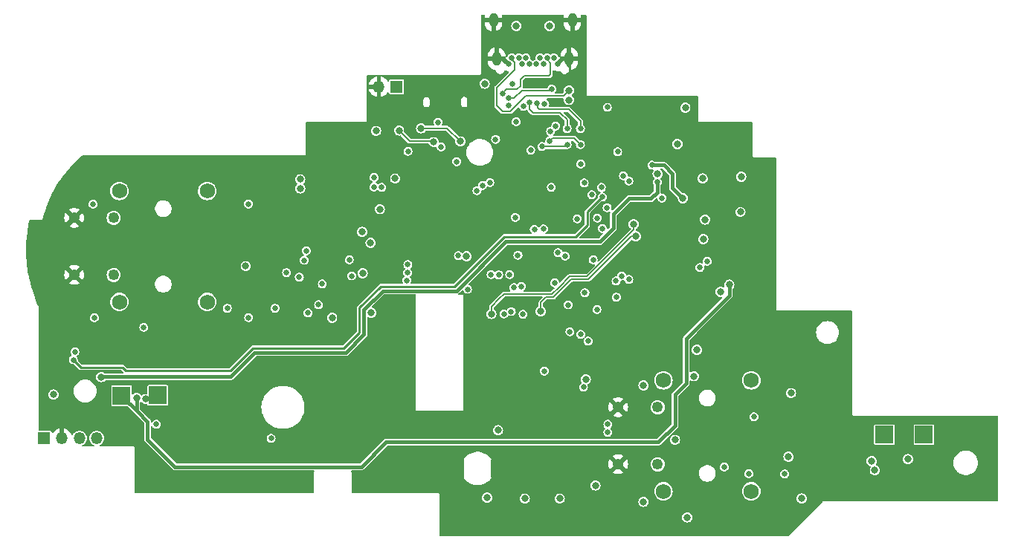
<source format=gbr>
G04 #@! TF.GenerationSoftware,KiCad,Pcbnew,8.0.3*
G04 #@! TF.CreationDate,2024-06-28T21:20:20-05:00*
G04 #@! TF.ProjectId,procon_gcc_main_pcb,70726f63-6f6e-45f6-9763-635f6d61696e,1*
G04 #@! TF.SameCoordinates,Original*
G04 #@! TF.FileFunction,Copper,L3,Inr*
G04 #@! TF.FilePolarity,Positive*
%FSLAX46Y46*%
G04 Gerber Fmt 4.6, Leading zero omitted, Abs format (unit mm)*
G04 Created by KiCad (PCBNEW 8.0.3) date 2024-06-28 21:20:20*
%MOMM*%
%LPD*%
G01*
G04 APERTURE LIST*
G04 #@! TA.AperFunction,ComponentPad*
%ADD10R,2.000000X2.000000*%
G04 #@! TD*
G04 #@! TA.AperFunction,ComponentPad*
%ADD11R,1.350000X1.350000*%
G04 #@! TD*
G04 #@! TA.AperFunction,ComponentPad*
%ADD12O,1.350000X1.350000*%
G04 #@! TD*
G04 #@! TA.AperFunction,ComponentPad*
%ADD13C,1.750000*%
G04 #@! TD*
G04 #@! TA.AperFunction,ComponentPad*
%ADD14C,1.250000*%
G04 #@! TD*
G04 #@! TA.AperFunction,ComponentPad*
%ADD15C,0.650000*%
G04 #@! TD*
G04 #@! TA.AperFunction,ComponentPad*
%ADD16O,1.000000X1.600000*%
G04 #@! TD*
G04 #@! TA.AperFunction,ViaPad*
%ADD17C,0.800000*%
G04 #@! TD*
G04 #@! TA.AperFunction,ViaPad*
%ADD18C,0.650000*%
G04 #@! TD*
G04 #@! TA.AperFunction,Conductor*
%ADD19C,0.400000*%
G04 #@! TD*
G04 #@! TA.AperFunction,Conductor*
%ADD20C,0.200000*%
G04 #@! TD*
G04 #@! TA.AperFunction,Conductor*
%ADD21C,0.150000*%
G04 #@! TD*
G04 #@! TA.AperFunction,Conductor*
%ADD22C,0.250000*%
G04 #@! TD*
G04 APERTURE END LIST*
D10*
X178480000Y-139910000D03*
X91623896Y-135440000D03*
D11*
X82810000Y-140310000D03*
D12*
X84810000Y-140310000D03*
X86810000Y-140310000D03*
X88810000Y-140310000D03*
D13*
X153320200Y-133697000D03*
X153320200Y-146347000D03*
X163320200Y-133697000D03*
X163320200Y-146347000D03*
D14*
X152670200Y-136772000D03*
X152670200Y-143272000D03*
X148170200Y-136772000D03*
X148170200Y-143272000D03*
D11*
X122920000Y-100228400D03*
D12*
X120920000Y-100228400D03*
D15*
X135660000Y-97625000D03*
X136060000Y-96925000D03*
X136860000Y-96925000D03*
X137260000Y-97625000D03*
X137660000Y-96925000D03*
X138060000Y-97625000D03*
X138860000Y-97625000D03*
X139260000Y-96925000D03*
X139660000Y-97625000D03*
X140060000Y-96925000D03*
X140860000Y-96925000D03*
X141260000Y-97625000D03*
D16*
X142950000Y-92635000D03*
X142590000Y-97025000D03*
X134330000Y-97025000D03*
X133970000Y-92635000D03*
D13*
X91377000Y-112107600D03*
X91377000Y-124757600D03*
X101377000Y-112107600D03*
X101377000Y-124757600D03*
D14*
X90727000Y-115182600D03*
X90727000Y-121682600D03*
X86227000Y-115182600D03*
X86227000Y-121682600D03*
D10*
X95740000Y-135410000D03*
X182980000Y-139910000D03*
D17*
X133240000Y-147070000D03*
X145570000Y-145690000D03*
X120040000Y-126000000D03*
D18*
X142494000Y-125095000D03*
D17*
X156032200Y-149326600D03*
D18*
X136296400Y-123139200D03*
D17*
X167843200Y-135153400D03*
D18*
X140926929Y-122588129D03*
X120396000Y-110566200D03*
D17*
X169062400Y-147167600D03*
D18*
X111861600Y-121920000D03*
D17*
X134493000Y-139395200D03*
X119006702Y-116774102D03*
D18*
X136448800Y-115112800D03*
D17*
X141510000Y-147190000D03*
D18*
X106095800Y-126542800D03*
X138208690Y-107452022D03*
D17*
X157850000Y-117600000D03*
D18*
X94157800Y-127660400D03*
X138620500Y-116483094D03*
D17*
X122783600Y-110693200D03*
D18*
X144297400Y-111201200D03*
D17*
X151053800Y-147548600D03*
D18*
X145313400Y-119964200D03*
X88519000Y-126568200D03*
X106070400Y-113588800D03*
X134213600Y-106222800D03*
X88392000Y-113614200D03*
X133553200Y-111150400D03*
D17*
X115595400Y-126568200D03*
X167563800Y-142417800D03*
X105765600Y-120675400D03*
X162080000Y-114510000D03*
X121031000Y-114173000D03*
D18*
X136555272Y-104215215D03*
X143520073Y-115278056D03*
D17*
X162175896Y-110478591D03*
D18*
X95590000Y-138710000D03*
X131013200Y-123317000D03*
D17*
X137540000Y-147190000D03*
X159825000Y-123600000D03*
X155810000Y-102620000D03*
D18*
X143891000Y-109042200D03*
D17*
X151053800Y-134289800D03*
D18*
X151025000Y-107950000D03*
X142824200Y-121038129D03*
D17*
X159607099Y-112015147D03*
D18*
X148960000Y-104480000D03*
X137072363Y-121131594D03*
D17*
X161199272Y-112009786D03*
D18*
X95710000Y-139780000D03*
X156420000Y-117370000D03*
D17*
X131191000Y-118135400D03*
D18*
X134277100Y-107339094D03*
X111836200Y-113030000D03*
X150266400Y-119405400D03*
X132892800Y-110591600D03*
X155650000Y-109800000D03*
X120421400Y-115366800D03*
X144110000Y-108170000D03*
X154320000Y-116370000D03*
X140588129Y-103784400D03*
D17*
X165227000Y-112242600D03*
D18*
X157430000Y-105660000D03*
X153350000Y-111675000D03*
X138988800Y-122834400D03*
X147040600Y-123240800D03*
X117246400Y-124079000D03*
D17*
X131394200Y-104241600D03*
D18*
X144297400Y-110109000D03*
X138214403Y-106526609D03*
X148425000Y-103625000D03*
X138785600Y-114096800D03*
X124231400Y-107599500D03*
X128016000Y-107091500D03*
D17*
X142570200Y-100660200D03*
D18*
X139661900Y-116432294D03*
X140552529Y-111680482D03*
X135661400Y-102387400D03*
X136093200Y-99923600D03*
D17*
X125722725Y-104956086D03*
X130199837Y-106444519D03*
X127177237Y-106529446D03*
X123215400Y-105206800D03*
D18*
X140589000Y-100482400D03*
X135686800Y-101523800D03*
X138105188Y-102039497D03*
X142350000Y-104987500D03*
D17*
X136575800Y-93294200D03*
D18*
X139802765Y-102180015D03*
X145144807Y-112533218D03*
D17*
X157782026Y-110690426D03*
X152657200Y-110163000D03*
X154910000Y-106750000D03*
X158055736Y-115366800D03*
X89310000Y-133330000D03*
D18*
X152618203Y-111081857D03*
X138957046Y-102068159D03*
D17*
X140360400Y-93294200D03*
D18*
X143870000Y-104987500D03*
X135026400Y-100965000D03*
D17*
X120599200Y-105257600D03*
X132969000Y-99872800D03*
D18*
X112852200Y-126009400D03*
X109093000Y-125476000D03*
X146989800Y-139623800D03*
X160248600Y-143586200D03*
X146989800Y-138709400D03*
X163626800Y-137845800D03*
X167132000Y-144373600D03*
X163042600Y-144348200D03*
X136753600Y-119430800D03*
X133705600Y-121640600D03*
X124219200Y-120510800D03*
X114054979Y-125077210D03*
X149387551Y-122193703D03*
X103657400Y-125476000D03*
X108650000Y-140330000D03*
X129794000Y-108762800D03*
X127641468Y-104273468D03*
X132723174Y-111472425D03*
X146253200Y-111709200D03*
X145808515Y-115208631D03*
X86309200Y-130450000D03*
X124080000Y-122310000D03*
X135813800Y-121640600D03*
D17*
X119075200Y-121488200D03*
D18*
X142113000Y-119532400D03*
X147955000Y-124206000D03*
X147929600Y-122377200D03*
X117830600Y-121793000D03*
X142671800Y-128168400D03*
X144754600Y-129235200D03*
X148590000Y-121793000D03*
X145745200Y-125628400D03*
X114477800Y-122707400D03*
X141325600Y-119151400D03*
X124204300Y-121435700D03*
X134569200Y-121666000D03*
X110413800Y-121412000D03*
X143891000Y-128447800D03*
X146380000Y-116380000D03*
X144373600Y-123698000D03*
X146912549Y-114022382D03*
D17*
X142544800Y-101727000D03*
D18*
X146930000Y-102570000D03*
X148107400Y-107645200D03*
X137367240Y-102463027D03*
X132089527Y-112088469D03*
X144221200Y-134467600D03*
X117551200Y-119964200D03*
D17*
X130911600Y-119557800D03*
D18*
X139750800Y-132638800D03*
D17*
X119983925Y-118022388D03*
D18*
X137337800Y-126161800D03*
X137160000Y-122986800D03*
X112649000Y-118922800D03*
X129971800Y-119481600D03*
D17*
X150164800Y-117271800D03*
D18*
X148767800Y-110369400D03*
X157475000Y-120825000D03*
D17*
X139344400Y-125831600D03*
D18*
X149377400Y-110972600D03*
D17*
X149936200Y-115900200D03*
D18*
X153140000Y-112920000D03*
D17*
X133731000Y-126136400D03*
D18*
X112420400Y-120015000D03*
D17*
X144475200Y-133578600D03*
D18*
X140470827Y-105311470D03*
D17*
X111963200Y-110777800D03*
D18*
X141058451Y-104693756D03*
D17*
X111963200Y-111827800D03*
D18*
X135991600Y-125857000D03*
X121234200Y-111709200D03*
X120370600Y-111658400D03*
X135153400Y-126136400D03*
X142350000Y-106813850D03*
X139497933Y-107031003D03*
X143870000Y-106812500D03*
X140380000Y-106390000D03*
X86130000Y-131360000D03*
D17*
X83870800Y-135331200D03*
D18*
X146366405Y-112789152D03*
X158300000Y-120125000D03*
D17*
X160825000Y-122800000D03*
X93360000Y-135680000D03*
X177030000Y-142910000D03*
X177390000Y-143960000D03*
X94380000Y-135840000D03*
X181150000Y-142680000D03*
X157124400Y-130225800D03*
X154635200Y-140487400D03*
X156794200Y-133223000D03*
X155528941Y-112932354D03*
D18*
X152027395Y-109166476D03*
D19*
X94580000Y-140430000D02*
X94580000Y-138396104D01*
X94580000Y-138396104D02*
X93446948Y-137263052D01*
X152755600Y-140716000D02*
X121767600Y-140716000D01*
X154635200Y-138836400D02*
X152755600Y-140716000D01*
X97720000Y-143570000D02*
X94580000Y-140430000D01*
X154635200Y-135331200D02*
X154635200Y-138836400D01*
X155930600Y-134035800D02*
X154635200Y-135331200D01*
X121767600Y-140716000D02*
X118913600Y-143570000D01*
X160825000Y-124010600D02*
X155930600Y-128905000D01*
X155930600Y-128905000D02*
X155930600Y-134035800D01*
X160825000Y-122800000D02*
X160825000Y-124010600D01*
X118913600Y-143570000D02*
X97720000Y-143570000D01*
D20*
X142570200Y-100660200D02*
X141960600Y-101269800D01*
X136398000Y-97459800D02*
X136060000Y-97121800D01*
X135026400Y-103047800D02*
X134340600Y-102362000D01*
X136060000Y-97121800D02*
X136060000Y-96925000D01*
X134340600Y-102362000D02*
X134340600Y-100355400D01*
X137668000Y-101269800D02*
X135890000Y-103047800D01*
X135890000Y-103047800D02*
X135026400Y-103047800D01*
X141960600Y-101269800D02*
X137668000Y-101269800D01*
X134340600Y-100355400D02*
X136398000Y-98298000D01*
X136398000Y-98298000D02*
X136398000Y-97459800D01*
X125726011Y-104952800D02*
X125722725Y-104956086D01*
X128708118Y-104952800D02*
X125726011Y-104952800D01*
X130199837Y-106444519D02*
X128708118Y-104952800D01*
D21*
X140589000Y-100482400D02*
X140436600Y-100634800D01*
X136296400Y-101523800D02*
X135686800Y-101523800D01*
D20*
X123215400Y-105206800D02*
X124434600Y-106426000D01*
X124434600Y-106426000D02*
X127073791Y-106426000D01*
D21*
X140436600Y-100634800D02*
X137185400Y-100634800D01*
D20*
X127073791Y-106426000D02*
X127177237Y-106529446D01*
D21*
X137185400Y-100634800D02*
X136296400Y-101523800D01*
D20*
X138105188Y-102785188D02*
X138490000Y-103170000D01*
X138105188Y-102039497D02*
X138105188Y-102785188D01*
X141530000Y-103170000D02*
X142350000Y-103990000D01*
X142350000Y-103990000D02*
X142350000Y-104987500D01*
X138490000Y-103170000D02*
X141530000Y-103170000D01*
D19*
X106781600Y-130530600D02*
X117144800Y-130530600D01*
X117144800Y-130530600D02*
X119227600Y-128447800D01*
X89310000Y-133330000D02*
X89370000Y-133270000D01*
X147624800Y-116357400D02*
X147624800Y-114731800D01*
X147624800Y-114731800D02*
X149377400Y-112979200D01*
X151892000Y-112979200D02*
X152618203Y-112252997D01*
X119227600Y-125628400D02*
X121361200Y-123494800D01*
X149377400Y-112979200D02*
X151892000Y-112979200D01*
X121361200Y-123494800D02*
X129743200Y-123494800D01*
X152618203Y-112252997D02*
X152618203Y-111081857D01*
X119227600Y-128447800D02*
X119227600Y-125628400D01*
X135382000Y-117856000D02*
X146126200Y-117856000D01*
X129743200Y-123494800D02*
X135382000Y-117856000D01*
X146126200Y-117856000D02*
X147624800Y-116357400D01*
X89370000Y-133270000D02*
X104042200Y-133270000D01*
X104042200Y-133270000D02*
X106781600Y-130530600D01*
D20*
X138990000Y-102101113D02*
X138990000Y-102610000D01*
X139190000Y-102810000D02*
X142530000Y-102810000D01*
X142530000Y-102810000D02*
X143870000Y-104150000D01*
X138957046Y-102068159D02*
X138990000Y-102101113D01*
X143870000Y-104150000D02*
X143870000Y-104987500D01*
X138990000Y-102610000D02*
X139190000Y-102810000D01*
D21*
X140309600Y-98983800D02*
X137464800Y-98983800D01*
X140060000Y-96925000D02*
X140060000Y-97108600D01*
X140462000Y-97510600D02*
X140462000Y-98831400D01*
X140060000Y-97108600D02*
X140462000Y-97510600D01*
X137058400Y-99390200D02*
X137058400Y-100126800D01*
X136652000Y-100533200D02*
X135458200Y-100533200D01*
X135458200Y-100533200D02*
X135026400Y-100965000D01*
X140462000Y-98831400D02*
X140309600Y-98983800D01*
X137464800Y-98983800D02*
X137058400Y-99390200D01*
X137058400Y-100126800D02*
X136652000Y-100533200D01*
X144785600Y-122193800D02*
X149707600Y-117271800D01*
X142804400Y-122193800D02*
X144785600Y-122193800D01*
X139344400Y-125831600D02*
X139344400Y-124815600D01*
X139344400Y-124815600D02*
X139959600Y-124200400D01*
X139959600Y-124200400D02*
X140797800Y-124200400D01*
X140797800Y-124200400D02*
X142804400Y-122193800D01*
X149707600Y-117271800D02*
X150164800Y-117271800D01*
X134620000Y-124409200D02*
X135178800Y-123850400D01*
X140639800Y-123850400D02*
X141427200Y-123063000D01*
X149936200Y-116535200D02*
X149936200Y-115900200D01*
X135178800Y-123850400D02*
X137210800Y-123850400D01*
X144246600Y-121843800D02*
X144627600Y-121843800D01*
X133731000Y-126136400D02*
X133731000Y-125298200D01*
X141427200Y-123063000D02*
X142646400Y-121843800D01*
X146481800Y-119989600D02*
X149936200Y-116535200D01*
X142646400Y-121843800D02*
X144246600Y-121843800D01*
X144627600Y-121843800D02*
X146481800Y-119989600D01*
X137210800Y-123850400D02*
X140639800Y-123850400D01*
X133731000Y-125298200D02*
X134620000Y-124409200D01*
D20*
X142113850Y-107050000D02*
X142350000Y-106813850D01*
X139516930Y-107050000D02*
X142113850Y-107050000D01*
X139497933Y-107031003D02*
X139516930Y-107050000D01*
X143167500Y-106110000D02*
X143870000Y-106812500D01*
X140660000Y-106110000D02*
X143167500Y-106110000D01*
X140380000Y-106390000D02*
X140660000Y-106110000D01*
D22*
X87002400Y-132232400D02*
X91744800Y-132232400D01*
X104026400Y-132600000D02*
X106578400Y-130048000D01*
X118719600Y-128270000D02*
X118719600Y-125425200D01*
X143312000Y-117348000D02*
X144650000Y-116010000D01*
X144650000Y-114472779D02*
X146333627Y-112789152D01*
X106578400Y-130048000D02*
X116941600Y-130048000D01*
X91744800Y-132232400D02*
X92112400Y-132600000D01*
X92112400Y-132600000D02*
X104026400Y-132600000D01*
X116941600Y-130048000D02*
X118719600Y-128270000D01*
X129540000Y-122986800D02*
X135178800Y-117348000D01*
X118719600Y-125425200D02*
X121158000Y-122986800D01*
X135178800Y-117348000D02*
X143312000Y-117348000D01*
X144650000Y-116010000D02*
X144650000Y-114472779D01*
X146333627Y-112789152D02*
X146366405Y-112789152D01*
X121158000Y-122986800D02*
X129540000Y-122986800D01*
X86130000Y-131360000D02*
X87002400Y-132232400D01*
D19*
X93446948Y-137263052D02*
X93360000Y-137176104D01*
X93360000Y-137176104D02*
X93360000Y-135680000D01*
X93446948Y-137263052D02*
X91623896Y-135440000D01*
X153360000Y-109150000D02*
X154340000Y-110130000D01*
X152043871Y-109150000D02*
X153360000Y-109150000D01*
X154340000Y-110130000D02*
X154340000Y-111743413D01*
X152027395Y-109166476D02*
X152043871Y-109150000D01*
X154340000Y-111743413D02*
X155528941Y-112932354D01*
G04 #@! TA.AperFunction,Conductor*
G36*
X134580001Y-96775000D02*
G01*
X135284000Y-96775000D01*
X135341208Y-96795822D01*
X135371648Y-96848545D01*
X135373000Y-96864000D01*
X135373000Y-96984446D01*
X135950620Y-97562066D01*
X135976348Y-97617242D01*
X135960592Y-97676047D01*
X135950620Y-97687932D01*
X135722932Y-97915620D01*
X135667756Y-97941348D01*
X135608951Y-97925592D01*
X135597066Y-97915620D01*
X135266664Y-97585218D01*
X135460000Y-97585218D01*
X135460000Y-97664782D01*
X135490448Y-97738291D01*
X135546709Y-97794552D01*
X135620218Y-97825000D01*
X135699782Y-97825000D01*
X135773291Y-97794552D01*
X135829552Y-97738291D01*
X135860000Y-97664782D01*
X135860000Y-97585218D01*
X135829552Y-97511709D01*
X135773291Y-97455448D01*
X135699782Y-97425000D01*
X135620218Y-97425000D01*
X135546709Y-97455448D01*
X135490448Y-97511709D01*
X135460000Y-97585218D01*
X135266664Y-97585218D01*
X134956446Y-97275000D01*
X134580000Y-97275000D01*
X134580000Y-96774999D01*
X134580001Y-96775000D01*
G37*
G04 #@! TD.AperFunction*
G04 #@! TA.AperFunction,Conductor*
G36*
X142340000Y-97275001D02*
G01*
X142339999Y-97275000D01*
X141963552Y-97275000D01*
X141322932Y-97915620D01*
X141267757Y-97941348D01*
X141208952Y-97925591D01*
X141197067Y-97915620D01*
X140969379Y-97687932D01*
X140943651Y-97632756D01*
X140956388Y-97585218D01*
X141060000Y-97585218D01*
X141060000Y-97664782D01*
X141090448Y-97738291D01*
X141146709Y-97794552D01*
X141220218Y-97825000D01*
X141299782Y-97825000D01*
X141373291Y-97794552D01*
X141429552Y-97738291D01*
X141460000Y-97664782D01*
X141460000Y-97585218D01*
X141429552Y-97511709D01*
X141373291Y-97455448D01*
X141299782Y-97425000D01*
X141220218Y-97425000D01*
X141146709Y-97455448D01*
X141090448Y-97511709D01*
X141060000Y-97585218D01*
X140956388Y-97585218D01*
X140959407Y-97573951D01*
X140969380Y-97562066D01*
X141547000Y-96984446D01*
X141547000Y-96864000D01*
X141567822Y-96806792D01*
X141620545Y-96776352D01*
X141636000Y-96775000D01*
X142339999Y-96775000D01*
X142340000Y-96774999D01*
X142340000Y-97275001D01*
G37*
G04 #@! TD.AperFunction*
G04 #@! TA.AperFunction,Conductor*
G36*
X132962850Y-92035680D02*
G01*
X132993290Y-92088403D01*
X132992932Y-92121221D01*
X132970000Y-92236504D01*
X132970000Y-92384999D01*
X132970001Y-92385000D01*
X133720000Y-92385000D01*
X133720000Y-92885001D01*
X133719999Y-92885000D01*
X132970001Y-92885000D01*
X132970000Y-92885001D01*
X132970000Y-93033495D01*
X133008429Y-93226688D01*
X133008430Y-93226694D01*
X133083809Y-93408674D01*
X133083811Y-93408677D01*
X133193247Y-93572460D01*
X133332539Y-93711752D01*
X133496322Y-93821188D01*
X133496325Y-93821190D01*
X133678305Y-93896569D01*
X133678312Y-93896571D01*
X133720000Y-93904863D01*
X133720000Y-92984728D01*
X133758060Y-93076614D01*
X133828386Y-93146940D01*
X133920272Y-93185000D01*
X134019728Y-93185000D01*
X134111614Y-93146940D01*
X134181940Y-93076614D01*
X134220000Y-92984728D01*
X134220000Y-93904862D01*
X134261687Y-93896571D01*
X134261694Y-93896569D01*
X134443674Y-93821190D01*
X134443677Y-93821188D01*
X134607460Y-93711752D01*
X134746752Y-93572460D01*
X134856188Y-93408677D01*
X134856190Y-93408674D01*
X134903607Y-93294200D01*
X135990291Y-93294200D01*
X136010242Y-93445741D01*
X136010242Y-93445743D01*
X136010243Y-93445744D01*
X136068731Y-93586949D01*
X136068732Y-93586951D01*
X136068734Y-93586955D01*
X136161783Y-93708217D01*
X136283045Y-93801266D01*
X136424259Y-93859758D01*
X136575800Y-93879709D01*
X136727341Y-93859758D01*
X136868555Y-93801266D01*
X136989817Y-93708217D01*
X137082866Y-93586955D01*
X137141358Y-93445741D01*
X137161309Y-93294200D01*
X139774891Y-93294200D01*
X139794842Y-93445741D01*
X139794842Y-93445743D01*
X139794843Y-93445744D01*
X139853331Y-93586949D01*
X139853332Y-93586951D01*
X139853334Y-93586955D01*
X139946383Y-93708217D01*
X140067645Y-93801266D01*
X140208859Y-93859758D01*
X140360400Y-93879709D01*
X140511941Y-93859758D01*
X140653155Y-93801266D01*
X140774417Y-93708217D01*
X140867466Y-93586955D01*
X140925958Y-93445741D01*
X140945909Y-93294200D01*
X140925958Y-93142659D01*
X140867466Y-93001446D01*
X140774417Y-92880183D01*
X140774412Y-92880179D01*
X140774411Y-92880178D01*
X140718665Y-92837403D01*
X140653155Y-92787134D01*
X140653151Y-92787132D01*
X140653149Y-92787131D01*
X140511944Y-92728643D01*
X140511943Y-92728642D01*
X140511941Y-92728642D01*
X140360400Y-92708691D01*
X140208859Y-92728642D01*
X140208857Y-92728642D01*
X140208855Y-92728643D01*
X140067651Y-92787131D01*
X140067643Y-92787136D01*
X139946388Y-92880178D01*
X139946378Y-92880188D01*
X139853336Y-93001443D01*
X139853331Y-93001451D01*
X139794843Y-93142655D01*
X139794842Y-93142657D01*
X139794842Y-93142659D01*
X139774891Y-93294200D01*
X137161309Y-93294200D01*
X137141358Y-93142659D01*
X137082866Y-93001446D01*
X136989817Y-92880183D01*
X136989812Y-92880179D01*
X136989811Y-92880178D01*
X136934065Y-92837403D01*
X136868555Y-92787134D01*
X136868551Y-92787132D01*
X136868549Y-92787131D01*
X136727344Y-92728643D01*
X136727343Y-92728642D01*
X136727341Y-92728642D01*
X136575800Y-92708691D01*
X136424259Y-92728642D01*
X136424257Y-92728642D01*
X136424255Y-92728643D01*
X136283051Y-92787131D01*
X136283043Y-92787136D01*
X136161788Y-92880178D01*
X136161778Y-92880188D01*
X136068736Y-93001443D01*
X136068731Y-93001451D01*
X136010243Y-93142655D01*
X136010242Y-93142657D01*
X136010242Y-93142659D01*
X135990291Y-93294200D01*
X134903607Y-93294200D01*
X134931569Y-93226694D01*
X134931570Y-93226688D01*
X134969999Y-93033495D01*
X134970000Y-93033487D01*
X134970000Y-92885001D01*
X134969999Y-92885000D01*
X134220001Y-92885000D01*
X134220000Y-92885001D01*
X134220000Y-92385000D01*
X134969999Y-92385000D01*
X134970000Y-92384999D01*
X134970000Y-92236512D01*
X134969999Y-92236504D01*
X134947068Y-92121221D01*
X134956329Y-92061050D01*
X135002101Y-92020909D01*
X135034358Y-92014858D01*
X141885642Y-92014858D01*
X141942850Y-92035680D01*
X141973290Y-92088403D01*
X141972932Y-92121221D01*
X141950000Y-92236504D01*
X141950000Y-92384999D01*
X141950001Y-92385000D01*
X142700000Y-92385000D01*
X142700000Y-92885001D01*
X142699999Y-92885000D01*
X141950001Y-92885000D01*
X141950000Y-92885001D01*
X141950000Y-93033495D01*
X141988429Y-93226688D01*
X141988430Y-93226694D01*
X142063809Y-93408674D01*
X142063811Y-93408677D01*
X142173247Y-93572460D01*
X142312539Y-93711752D01*
X142476322Y-93821188D01*
X142476325Y-93821190D01*
X142658305Y-93896569D01*
X142658312Y-93896571D01*
X142700000Y-93904863D01*
X142700000Y-92984728D01*
X142738060Y-93076614D01*
X142808386Y-93146940D01*
X142900272Y-93185000D01*
X142999728Y-93185000D01*
X143091614Y-93146940D01*
X143161940Y-93076614D01*
X143200000Y-92984728D01*
X143200000Y-93904862D01*
X143241687Y-93896571D01*
X143241694Y-93896569D01*
X143423674Y-93821190D01*
X143423677Y-93821188D01*
X143587460Y-93711752D01*
X143726752Y-93572460D01*
X143836188Y-93408677D01*
X143836190Y-93408674D01*
X143911569Y-93226694D01*
X143911570Y-93226688D01*
X143949999Y-93033495D01*
X143950000Y-93033487D01*
X143950000Y-92885001D01*
X143949999Y-92885000D01*
X143200001Y-92885000D01*
X143200000Y-92885001D01*
X143200000Y-92385000D01*
X143949999Y-92385000D01*
X143950000Y-92384999D01*
X143950000Y-92236512D01*
X143949999Y-92236504D01*
X143927068Y-92121221D01*
X143936329Y-92061050D01*
X143982101Y-92020909D01*
X144014358Y-92014858D01*
X144466725Y-92014858D01*
X144523933Y-92035680D01*
X144554373Y-92088403D01*
X144555725Y-92103858D01*
X144555725Y-101084422D01*
X144555725Y-101144294D01*
X144578638Y-101199609D01*
X144620974Y-101241945D01*
X144676289Y-101264858D01*
X157166725Y-101264858D01*
X157223933Y-101285680D01*
X157254373Y-101338403D01*
X157255725Y-101353858D01*
X157255725Y-104084422D01*
X157255725Y-104144294D01*
X157278638Y-104199609D01*
X157320974Y-104241945D01*
X157376289Y-104264858D01*
X163366725Y-104264858D01*
X163423933Y-104285680D01*
X163454373Y-104338403D01*
X163455725Y-104353858D01*
X163455725Y-108144294D01*
X163478638Y-108199609D01*
X163520974Y-108241945D01*
X163576289Y-108264858D01*
X163636161Y-108264858D01*
X166066725Y-108264858D01*
X166123933Y-108285680D01*
X166154373Y-108338403D01*
X166155725Y-108353858D01*
X166155725Y-125644294D01*
X166178638Y-125699609D01*
X166220974Y-125741945D01*
X166276289Y-125764858D01*
X166336161Y-125764858D01*
X174766725Y-125764858D01*
X174823933Y-125785680D01*
X174854373Y-125838403D01*
X174855725Y-125853858D01*
X174855725Y-137584421D01*
X174855725Y-137644293D01*
X174878638Y-137699608D01*
X174920974Y-137741944D01*
X174976289Y-137764857D01*
X191316725Y-137764857D01*
X191373933Y-137785679D01*
X191404373Y-137838402D01*
X191405725Y-137853857D01*
X191405725Y-147374857D01*
X191384903Y-147432065D01*
X191332180Y-147462505D01*
X191316725Y-147463857D01*
X171594423Y-147463857D01*
X171589701Y-147463422D01*
X171555900Y-147463850D01*
X171554773Y-147463857D01*
X171526227Y-147463857D01*
X171525958Y-147463914D01*
X171524815Y-147464149D01*
X171524449Y-147464221D01*
X171498314Y-147475435D01*
X171497289Y-147475867D01*
X171470909Y-147486796D01*
X171470589Y-147487017D01*
X171469630Y-147487667D01*
X171469405Y-147487817D01*
X171449473Y-147508259D01*
X171448686Y-147509056D01*
X171424795Y-147532948D01*
X171421810Y-147536631D01*
X167618964Y-151436988D01*
X167564118Y-151463413D01*
X167555240Y-151463857D01*
X127895726Y-151463857D01*
X127838518Y-151443035D01*
X127808078Y-151390312D01*
X127806726Y-151374857D01*
X127806726Y-149326600D01*
X155446691Y-149326600D01*
X155466642Y-149478141D01*
X155466642Y-149478143D01*
X155466643Y-149478144D01*
X155525131Y-149619349D01*
X155525132Y-149619351D01*
X155525134Y-149619355D01*
X155618183Y-149740617D01*
X155739445Y-149833666D01*
X155880659Y-149892158D01*
X156032200Y-149912109D01*
X156183741Y-149892158D01*
X156324955Y-149833666D01*
X156446217Y-149740617D01*
X156539266Y-149619355D01*
X156597758Y-149478141D01*
X156617709Y-149326600D01*
X156597758Y-149175059D01*
X156539266Y-149033846D01*
X156446217Y-148912583D01*
X156446212Y-148912579D01*
X156446211Y-148912578D01*
X156390465Y-148869803D01*
X156324955Y-148819534D01*
X156324951Y-148819532D01*
X156324949Y-148819531D01*
X156183744Y-148761043D01*
X156183743Y-148761042D01*
X156183741Y-148761042D01*
X156032200Y-148741091D01*
X155880659Y-148761042D01*
X155880657Y-148761042D01*
X155880655Y-148761043D01*
X155739451Y-148819531D01*
X155739443Y-148819536D01*
X155618188Y-148912578D01*
X155618178Y-148912588D01*
X155525136Y-149033843D01*
X155525131Y-149033851D01*
X155466643Y-149175055D01*
X155466642Y-149175057D01*
X155466642Y-149175059D01*
X155446691Y-149326600D01*
X127806726Y-149326600D01*
X127806726Y-147070000D01*
X132654491Y-147070000D01*
X132674442Y-147221541D01*
X132674442Y-147221543D01*
X132674443Y-147221544D01*
X132732931Y-147362749D01*
X132732932Y-147362751D01*
X132732934Y-147362755D01*
X132751713Y-147387228D01*
X132825014Y-147482755D01*
X132825983Y-147484017D01*
X132825987Y-147484020D01*
X132825988Y-147484021D01*
X132830480Y-147487468D01*
X132947245Y-147577066D01*
X133088459Y-147635558D01*
X133240000Y-147655509D01*
X133391541Y-147635558D01*
X133532755Y-147577066D01*
X133654017Y-147484017D01*
X133747066Y-147362755D01*
X133805558Y-147221541D01*
X133809711Y-147190000D01*
X136954491Y-147190000D01*
X136974442Y-147341541D01*
X136974442Y-147341543D01*
X136974443Y-147341544D01*
X137032931Y-147482749D01*
X137032932Y-147482751D01*
X137032934Y-147482755D01*
X137053116Y-147509056D01*
X137108797Y-147581621D01*
X137125983Y-147604017D01*
X137247245Y-147697066D01*
X137388459Y-147755558D01*
X137540000Y-147775509D01*
X137691541Y-147755558D01*
X137832755Y-147697066D01*
X137954017Y-147604017D01*
X138047066Y-147482755D01*
X138105558Y-147341541D01*
X138125509Y-147190000D01*
X140924491Y-147190000D01*
X140944442Y-147341541D01*
X140944442Y-147341543D01*
X140944443Y-147341544D01*
X141002931Y-147482749D01*
X141002932Y-147482751D01*
X141002934Y-147482755D01*
X141023116Y-147509056D01*
X141078797Y-147581621D01*
X141095983Y-147604017D01*
X141217245Y-147697066D01*
X141358459Y-147755558D01*
X141510000Y-147775509D01*
X141661541Y-147755558D01*
X141802755Y-147697066D01*
X141924017Y-147604017D01*
X141966541Y-147548600D01*
X150468291Y-147548600D01*
X150488242Y-147700141D01*
X150488242Y-147700143D01*
X150488243Y-147700144D01*
X150546731Y-147841349D01*
X150546732Y-147841351D01*
X150546734Y-147841355D01*
X150639783Y-147962617D01*
X150761045Y-148055666D01*
X150902259Y-148114158D01*
X151053800Y-148134109D01*
X151205341Y-148114158D01*
X151346555Y-148055666D01*
X151467817Y-147962617D01*
X151560866Y-147841355D01*
X151619358Y-147700141D01*
X151639309Y-147548600D01*
X151619358Y-147397059D01*
X151560866Y-147255846D01*
X151467817Y-147134583D01*
X151467812Y-147134579D01*
X151467811Y-147134578D01*
X151383652Y-147070000D01*
X151346555Y-147041534D01*
X151346551Y-147041532D01*
X151346549Y-147041531D01*
X151205344Y-146983043D01*
X151205343Y-146983042D01*
X151205341Y-146983042D01*
X151053800Y-146963091D01*
X150902259Y-146983042D01*
X150902257Y-146983042D01*
X150902255Y-146983043D01*
X150761051Y-147041531D01*
X150761043Y-147041536D01*
X150639788Y-147134578D01*
X150639778Y-147134588D01*
X150546736Y-147255843D01*
X150546731Y-147255851D01*
X150488243Y-147397055D01*
X150488242Y-147397057D01*
X150488242Y-147397059D01*
X150468291Y-147548600D01*
X141966541Y-147548600D01*
X142017066Y-147482755D01*
X142075558Y-147341541D01*
X142095509Y-147190000D01*
X142075558Y-147038459D01*
X142017066Y-146897246D01*
X141924017Y-146775983D01*
X141924012Y-146775979D01*
X141924011Y-146775978D01*
X141868265Y-146733203D01*
X141802755Y-146682934D01*
X141802751Y-146682932D01*
X141802749Y-146682931D01*
X141661544Y-146624443D01*
X141661543Y-146624442D01*
X141661541Y-146624442D01*
X141510000Y-146604491D01*
X141358459Y-146624442D01*
X141358457Y-146624442D01*
X141358455Y-146624443D01*
X141217251Y-146682931D01*
X141217243Y-146682936D01*
X141095988Y-146775978D01*
X141095978Y-146775988D01*
X141002936Y-146897243D01*
X141002931Y-146897251D01*
X140944443Y-147038455D01*
X140944442Y-147038457D01*
X140944442Y-147038459D01*
X140924491Y-147190000D01*
X138125509Y-147190000D01*
X138105558Y-147038459D01*
X138047066Y-146897246D01*
X137954017Y-146775983D01*
X137954012Y-146775979D01*
X137954011Y-146775978D01*
X137898265Y-146733203D01*
X137832755Y-146682934D01*
X137832751Y-146682932D01*
X137832749Y-146682931D01*
X137691544Y-146624443D01*
X137691543Y-146624442D01*
X137691541Y-146624442D01*
X137540000Y-146604491D01*
X137388459Y-146624442D01*
X137388457Y-146624442D01*
X137388455Y-146624443D01*
X137247251Y-146682931D01*
X137247243Y-146682936D01*
X137125988Y-146775978D01*
X137125978Y-146775988D01*
X137032936Y-146897243D01*
X137032931Y-146897251D01*
X136974443Y-147038455D01*
X136974442Y-147038457D01*
X136974442Y-147038459D01*
X136954491Y-147190000D01*
X133809711Y-147190000D01*
X133825509Y-147070000D01*
X133805558Y-146918459D01*
X133747066Y-146777246D01*
X133654017Y-146655983D01*
X133654012Y-146655979D01*
X133654011Y-146655978D01*
X133563818Y-146586770D01*
X133532755Y-146562934D01*
X133532751Y-146562932D01*
X133532749Y-146562931D01*
X133391544Y-146504443D01*
X133391543Y-146504442D01*
X133391541Y-146504442D01*
X133240000Y-146484491D01*
X133088459Y-146504442D01*
X133088457Y-146504442D01*
X133088455Y-146504443D01*
X132947251Y-146562931D01*
X132947243Y-146562936D01*
X132825988Y-146655978D01*
X132825978Y-146655988D01*
X132732936Y-146777243D01*
X132732931Y-146777251D01*
X132674443Y-146918455D01*
X132674442Y-146918457D01*
X132674442Y-146918459D01*
X132654491Y-147070000D01*
X127806726Y-147070000D01*
X127806726Y-146684421D01*
X127794944Y-146655978D01*
X127783813Y-146629106D01*
X127741477Y-146586770D01*
X127686162Y-146563857D01*
X127686161Y-146563857D01*
X117895726Y-146563857D01*
X117838518Y-146543035D01*
X117808078Y-146490312D01*
X117806726Y-146474857D01*
X117806726Y-146346995D01*
X152259593Y-146346995D01*
X152259593Y-146347004D01*
X152279970Y-146553905D01*
X152279971Y-146553910D01*
X152279971Y-146553912D01*
X152279972Y-146553914D01*
X152340327Y-146752877D01*
X152340328Y-146752880D01*
X152340329Y-146752881D01*
X152438337Y-146936242D01*
X152548111Y-147070000D01*
X152570238Y-147096962D01*
X152570243Y-147096966D01*
X152730957Y-147228862D01*
X152801141Y-147266375D01*
X152914323Y-147326873D01*
X153113286Y-147387228D01*
X153113291Y-147387228D01*
X153113294Y-147387229D01*
X153320195Y-147407607D01*
X153320200Y-147407607D01*
X153320205Y-147407607D01*
X153527105Y-147387229D01*
X153527106Y-147387228D01*
X153527114Y-147387228D01*
X153726077Y-147326873D01*
X153909442Y-147228862D01*
X154070162Y-147096962D01*
X154202062Y-146936242D01*
X154300073Y-146752877D01*
X154360428Y-146553914D01*
X154360429Y-146553905D01*
X154380807Y-146347004D01*
X154380807Y-146346995D01*
X162259593Y-146346995D01*
X162259593Y-146347004D01*
X162279970Y-146553905D01*
X162279971Y-146553910D01*
X162279971Y-146553912D01*
X162279972Y-146553914D01*
X162340327Y-146752877D01*
X162340328Y-146752880D01*
X162340329Y-146752881D01*
X162438337Y-146936242D01*
X162548111Y-147070000D01*
X162570238Y-147096962D01*
X162570243Y-147096966D01*
X162730957Y-147228862D01*
X162801141Y-147266375D01*
X162914323Y-147326873D01*
X163113286Y-147387228D01*
X163113291Y-147387228D01*
X163113294Y-147387229D01*
X163320195Y-147407607D01*
X163320200Y-147407607D01*
X163320205Y-147407607D01*
X163527105Y-147387229D01*
X163527106Y-147387228D01*
X163527114Y-147387228D01*
X163726077Y-147326873D01*
X163909442Y-147228862D01*
X163984090Y-147167600D01*
X168476891Y-147167600D01*
X168496842Y-147319141D01*
X168496842Y-147319143D01*
X168496843Y-147319144D01*
X168555331Y-147460349D01*
X168555332Y-147460351D01*
X168555334Y-147460355D01*
X168575623Y-147486796D01*
X168644890Y-147577066D01*
X168648383Y-147581617D01*
X168769645Y-147674666D01*
X168910859Y-147733158D01*
X169062400Y-147753109D01*
X169213941Y-147733158D01*
X169355155Y-147674666D01*
X169476417Y-147581617D01*
X169569466Y-147460355D01*
X169627958Y-147319141D01*
X169647909Y-147167600D01*
X169627958Y-147016059D01*
X169569466Y-146874846D01*
X169476417Y-146753583D01*
X169476412Y-146753579D01*
X169476411Y-146753578D01*
X169420665Y-146710803D01*
X169355155Y-146660534D01*
X169355151Y-146660532D01*
X169355149Y-146660531D01*
X169213944Y-146602043D01*
X169213943Y-146602042D01*
X169213941Y-146602042D01*
X169062400Y-146582091D01*
X168910859Y-146602042D01*
X168910857Y-146602042D01*
X168910855Y-146602043D01*
X168769651Y-146660531D01*
X168769643Y-146660536D01*
X168648388Y-146753578D01*
X168648378Y-146753588D01*
X168555336Y-146874843D01*
X168555331Y-146874851D01*
X168496843Y-147016055D01*
X168496842Y-147016057D01*
X168496842Y-147016059D01*
X168476891Y-147167600D01*
X163984090Y-147167600D01*
X164070162Y-147096962D01*
X164202062Y-146936242D01*
X164300073Y-146752877D01*
X164360428Y-146553914D01*
X164360429Y-146553905D01*
X164380807Y-146347004D01*
X164380807Y-146346995D01*
X164360429Y-146140094D01*
X164360428Y-146140089D01*
X164360428Y-146140086D01*
X164300073Y-145941123D01*
X164246845Y-145841541D01*
X164202062Y-145757757D01*
X164070166Y-145597043D01*
X164070162Y-145597038D01*
X164070156Y-145597033D01*
X163909442Y-145465137D01*
X163778137Y-145394953D01*
X163726077Y-145367127D01*
X163527114Y-145306772D01*
X163527112Y-145306771D01*
X163527110Y-145306771D01*
X163527105Y-145306770D01*
X163320205Y-145286393D01*
X163320195Y-145286393D01*
X163113294Y-145306770D01*
X163113289Y-145306771D01*
X163113286Y-145306772D01*
X162914323Y-145367127D01*
X162914320Y-145367128D01*
X162914318Y-145367129D01*
X162730957Y-145465137D01*
X162570243Y-145597033D01*
X162570233Y-145597043D01*
X162438337Y-145757757D01*
X162340329Y-145941118D01*
X162340328Y-145941120D01*
X162340327Y-145941123D01*
X162290915Y-146104011D01*
X162279971Y-146140089D01*
X162279970Y-146140094D01*
X162259593Y-146346995D01*
X154380807Y-146346995D01*
X154360429Y-146140094D01*
X154360428Y-146140089D01*
X154360428Y-146140086D01*
X154300073Y-145941123D01*
X154246845Y-145841541D01*
X154202062Y-145757757D01*
X154070166Y-145597043D01*
X154070162Y-145597038D01*
X154070156Y-145597033D01*
X153909442Y-145465137D01*
X153778137Y-145394953D01*
X153726077Y-145367127D01*
X153527114Y-145306772D01*
X153527112Y-145306771D01*
X153527110Y-145306771D01*
X153527105Y-145306770D01*
X153320205Y-145286393D01*
X153320195Y-145286393D01*
X153113294Y-145306770D01*
X153113289Y-145306771D01*
X153113286Y-145306772D01*
X152914323Y-145367127D01*
X152914320Y-145367128D01*
X152914318Y-145367129D01*
X152730957Y-145465137D01*
X152570243Y-145597033D01*
X152570233Y-145597043D01*
X152438337Y-145757757D01*
X152340329Y-145941118D01*
X152340328Y-145941120D01*
X152340327Y-145941123D01*
X152290915Y-146104011D01*
X152279971Y-146140089D01*
X152279970Y-146140094D01*
X152259593Y-146346995D01*
X117806726Y-146346995D01*
X117806726Y-145690000D01*
X144984491Y-145690000D01*
X145004442Y-145841541D01*
X145004442Y-145841543D01*
X145004443Y-145841544D01*
X145062931Y-145982749D01*
X145062932Y-145982751D01*
X145062934Y-145982755D01*
X145155983Y-146104017D01*
X145277245Y-146197066D01*
X145418459Y-146255558D01*
X145570000Y-146275509D01*
X145721541Y-146255558D01*
X145862755Y-146197066D01*
X145984017Y-146104017D01*
X146077066Y-145982755D01*
X146135558Y-145841541D01*
X146155509Y-145690000D01*
X146135558Y-145538459D01*
X146077066Y-145397246D01*
X145984017Y-145275983D01*
X145984012Y-145275979D01*
X145984011Y-145275978D01*
X145928265Y-145233203D01*
X145862755Y-145182934D01*
X145862751Y-145182932D01*
X145862749Y-145182931D01*
X145721544Y-145124443D01*
X145721543Y-145124442D01*
X145721541Y-145124442D01*
X145570000Y-145104491D01*
X145418459Y-145124442D01*
X145418457Y-145124442D01*
X145418455Y-145124443D01*
X145277251Y-145182931D01*
X145277243Y-145182936D01*
X145155988Y-145275978D01*
X145155978Y-145275988D01*
X145062936Y-145397243D01*
X145062931Y-145397251D01*
X145004443Y-145538455D01*
X145004442Y-145538457D01*
X145004442Y-145538459D01*
X144984491Y-145690000D01*
X117806726Y-145690000D01*
X117806726Y-144184421D01*
X117789946Y-144143913D01*
X117783813Y-144129106D01*
X117757138Y-144102431D01*
X117731411Y-144047257D01*
X117747167Y-143988452D01*
X117797037Y-143953533D01*
X117820072Y-143950500D01*
X118963694Y-143950500D01*
X119060467Y-143924569D01*
X119147232Y-143874476D01*
X120317124Y-142704584D01*
X130601924Y-142704584D01*
X130602868Y-142708217D01*
X130605726Y-142730592D01*
X130605726Y-144769408D01*
X130602868Y-144791780D01*
X130601924Y-144795414D01*
X130601924Y-144795415D01*
X130601924Y-144795416D01*
X130604044Y-144806168D01*
X130605726Y-144823386D01*
X130605726Y-144829935D01*
X130608079Y-144835616D01*
X130613171Y-144852452D01*
X130615216Y-144862819D01*
X130617709Y-144866144D01*
X130617717Y-144866154D01*
X130628392Y-144884880D01*
X130628641Y-144885254D01*
X130637719Y-144894332D01*
X130646016Y-144903905D01*
X130711403Y-144991199D01*
X130711410Y-144991206D01*
X130871378Y-145154220D01*
X130888007Y-145171165D01*
X131086831Y-145326224D01*
X131304394Y-145453664D01*
X131536883Y-145551250D01*
X131780226Y-145617274D01*
X131780230Y-145617274D01*
X131780231Y-145617275D01*
X132030151Y-145650577D01*
X132030156Y-145650577D01*
X132282300Y-145650577D01*
X132532220Y-145617275D01*
X132532220Y-145617274D01*
X132532226Y-145617274D01*
X132775569Y-145551250D01*
X133008058Y-145453664D01*
X133225621Y-145326224D01*
X133424445Y-145171165D01*
X133601046Y-144991202D01*
X133666437Y-144903901D01*
X133674739Y-144894324D01*
X133683813Y-144885251D01*
X133684066Y-144884871D01*
X133694742Y-144866144D01*
X133697236Y-144862819D01*
X133699280Y-144852454D01*
X133704375Y-144835611D01*
X133706725Y-144829938D01*
X133706724Y-144829938D01*
X133706726Y-144829936D01*
X133706726Y-144823386D01*
X133708407Y-144806168D01*
X133710528Y-144795416D01*
X133709584Y-144791780D01*
X133706726Y-144769408D01*
X133706726Y-143271996D01*
X147040380Y-143271996D01*
X147040380Y-143272003D01*
X147059615Y-143479598D01*
X147059618Y-143479611D01*
X147116673Y-143680137D01*
X147116675Y-143680142D01*
X147209606Y-143866771D01*
X147209607Y-143866773D01*
X147214885Y-143873760D01*
X147728061Y-143360584D01*
X147750867Y-143445694D01*
X147810110Y-143548306D01*
X147893894Y-143632090D01*
X147996506Y-143691333D01*
X148081614Y-143714137D01*
X147571351Y-144224400D01*
X147666599Y-144283375D01*
X147861010Y-144358690D01*
X148065950Y-144396999D01*
X148065955Y-144397000D01*
X148274445Y-144397000D01*
X148274449Y-144396999D01*
X148479386Y-144358690D01*
X148673806Y-144283371D01*
X148762620Y-144228379D01*
X157369700Y-144228379D01*
X157369700Y-144415620D01*
X157395537Y-144545509D01*
X157406227Y-144599251D01*
X157427126Y-144649705D01*
X157476708Y-144769408D01*
X157477878Y-144772231D01*
X157581898Y-144927908D01*
X157714292Y-145060302D01*
X157869969Y-145164322D01*
X158042949Y-145235973D01*
X158226584Y-145272500D01*
X158226588Y-145272500D01*
X158413812Y-145272500D01*
X158413816Y-145272500D01*
X158597451Y-145235973D01*
X158770431Y-145164322D01*
X158926108Y-145060302D01*
X159058502Y-144927908D01*
X159162522Y-144772231D01*
X159234173Y-144599251D01*
X159270700Y-144415616D01*
X159270700Y-144348199D01*
X162531902Y-144348199D01*
X162531902Y-144348200D01*
X162552588Y-144492079D01*
X162612972Y-144624302D01*
X162612974Y-144624305D01*
X162708163Y-144734159D01*
X162708164Y-144734160D01*
X162830448Y-144812747D01*
X162969920Y-144853700D01*
X162969922Y-144853700D01*
X163115278Y-144853700D01*
X163115280Y-144853700D01*
X163254752Y-144812747D01*
X163377036Y-144734160D01*
X163472226Y-144624304D01*
X163532611Y-144492080D01*
X163549646Y-144373599D01*
X166621302Y-144373599D01*
X166621302Y-144373600D01*
X166641988Y-144517479D01*
X166702372Y-144649702D01*
X166702374Y-144649705D01*
X166775554Y-144734159D01*
X166797564Y-144759560D01*
X166919848Y-144838147D01*
X167059320Y-144879100D01*
X167059322Y-144879100D01*
X167204678Y-144879100D01*
X167204680Y-144879100D01*
X167344152Y-144838147D01*
X167466436Y-144759560D01*
X167561626Y-144649704D01*
X167622011Y-144517480D01*
X167642698Y-144373600D01*
X167630170Y-144286470D01*
X167622011Y-144229720D01*
X167561627Y-144097497D01*
X167561625Y-144097494D01*
X167466436Y-143987640D01*
X167443895Y-143973154D01*
X167344152Y-143909053D01*
X167204680Y-143868100D01*
X167059320Y-143868100D01*
X166919848Y-143909053D01*
X166895705Y-143924569D01*
X166797563Y-143987640D01*
X166702374Y-144097494D01*
X166702372Y-144097497D01*
X166641988Y-144229720D01*
X166621302Y-144373599D01*
X163549646Y-144373599D01*
X163553298Y-144348200D01*
X163544422Y-144286470D01*
X163532611Y-144204320D01*
X163472227Y-144072097D01*
X163472225Y-144072094D01*
X163377036Y-143962240D01*
X163373550Y-143960000D01*
X163254752Y-143883653D01*
X163115280Y-143842700D01*
X162969920Y-143842700D01*
X162830448Y-143883653D01*
X162796064Y-143905750D01*
X162708163Y-143962240D01*
X162612974Y-144072094D01*
X162612972Y-144072097D01*
X162552588Y-144204320D01*
X162531902Y-144348199D01*
X159270700Y-144348199D01*
X159270700Y-144228384D01*
X159234173Y-144044749D01*
X159162522Y-143871769D01*
X159058502Y-143716092D01*
X158928609Y-143586199D01*
X159737902Y-143586199D01*
X159737902Y-143586200D01*
X159758588Y-143730079D01*
X159818972Y-143862302D01*
X159818974Y-143862305D01*
X159903627Y-143960000D01*
X159914164Y-143972160D01*
X160036448Y-144050747D01*
X160175920Y-144091700D01*
X160175922Y-144091700D01*
X160321278Y-144091700D01*
X160321280Y-144091700D01*
X160460752Y-144050747D01*
X160583036Y-143972160D01*
X160678226Y-143862304D01*
X160738611Y-143730080D01*
X160759298Y-143586200D01*
X160746258Y-143495509D01*
X160738611Y-143442320D01*
X160678227Y-143310097D01*
X160678225Y-143310094D01*
X160583036Y-143200240D01*
X160566324Y-143189500D01*
X160460752Y-143121653D01*
X160321280Y-143080700D01*
X160175920Y-143080700D01*
X160036448Y-143121653D01*
X159992750Y-143149735D01*
X159914163Y-143200240D01*
X159818974Y-143310094D01*
X159818972Y-143310097D01*
X159758588Y-143442320D01*
X159737902Y-143586199D01*
X158928609Y-143586199D01*
X158926108Y-143583698D01*
X158770431Y-143479678D01*
X158770428Y-143479676D01*
X158770427Y-143479676D01*
X158680241Y-143442320D01*
X158597451Y-143408027D01*
X158597449Y-143408026D01*
X158597448Y-143408026D01*
X158413820Y-143371500D01*
X158413816Y-143371500D01*
X158226584Y-143371500D01*
X158226579Y-143371500D01*
X158042951Y-143408026D01*
X158042949Y-143408027D01*
X157869972Y-143479676D01*
X157869969Y-143479678D01*
X157714294Y-143583696D01*
X157581896Y-143716094D01*
X157477878Y-143871769D01*
X157477876Y-143871772D01*
X157406227Y-144044749D01*
X157406226Y-144044751D01*
X157369700Y-144228379D01*
X148762620Y-144228379D01*
X148769046Y-144224400D01*
X148258784Y-143714138D01*
X148343894Y-143691333D01*
X148446506Y-143632090D01*
X148530290Y-143548306D01*
X148589533Y-143445694D01*
X148612338Y-143360584D01*
X149125514Y-143873760D01*
X149130790Y-143866775D01*
X149130795Y-143866767D01*
X149223724Y-143680142D01*
X149223726Y-143680137D01*
X149280781Y-143479611D01*
X149280784Y-143479598D01*
X149300020Y-143272003D01*
X149300020Y-143271996D01*
X151859603Y-143271996D01*
X151859603Y-143272003D01*
X151879924Y-143452364D01*
X151879925Y-143452370D01*
X151879926Y-143452375D01*
X151935899Y-143612337D01*
X151939878Y-143623708D01*
X152006717Y-143730080D01*
X152036450Y-143777399D01*
X152164801Y-143905750D01*
X152164803Y-143905751D01*
X152164804Y-143905752D01*
X152318491Y-144002321D01*
X152318492Y-144002321D01*
X152318495Y-144002323D01*
X152489825Y-144062274D01*
X152539011Y-144067815D01*
X152670197Y-144082597D01*
X152670200Y-144082597D01*
X152670203Y-144082597D01*
X152775788Y-144070700D01*
X152850575Y-144062274D01*
X153021905Y-144002323D01*
X153175599Y-143905750D01*
X153303950Y-143777399D01*
X153400523Y-143623705D01*
X153460474Y-143452375D01*
X153469586Y-143371500D01*
X153480797Y-143272003D01*
X153480797Y-143271996D01*
X153460744Y-143094021D01*
X153460474Y-143091625D01*
X153400523Y-142920295D01*
X153400521Y-142920292D01*
X153400521Y-142920291D01*
X153303952Y-142766604D01*
X153303951Y-142766603D01*
X153303950Y-142766601D01*
X153175599Y-142638250D01*
X153175596Y-142638248D01*
X153175595Y-142638247D01*
X153021908Y-142541678D01*
X152984130Y-142528459D01*
X152850575Y-142481726D01*
X152850570Y-142481725D01*
X152850564Y-142481724D01*
X152670203Y-142461403D01*
X152670197Y-142461403D01*
X152489835Y-142481724D01*
X152489827Y-142481725D01*
X152489825Y-142481726D01*
X152449081Y-142495983D01*
X152318491Y-142541678D01*
X152164804Y-142638247D01*
X152036447Y-142766604D01*
X151939878Y-142920291D01*
X151879926Y-143091626D01*
X151879924Y-143091635D01*
X151859603Y-143271996D01*
X149300020Y-143271996D01*
X149280784Y-143064401D01*
X149280781Y-143064388D01*
X149223726Y-142863864D01*
X149130792Y-142677226D01*
X149125513Y-142670238D01*
X148612337Y-143183414D01*
X148589533Y-143098306D01*
X148530290Y-142995694D01*
X148446506Y-142911910D01*
X148343894Y-142852667D01*
X148258784Y-142829861D01*
X148670845Y-142417800D01*
X166978291Y-142417800D01*
X166998242Y-142569341D01*
X166998242Y-142569343D01*
X166998243Y-142569344D01*
X167056731Y-142710549D01*
X167056732Y-142710551D01*
X167056734Y-142710555D01*
X167063385Y-142719222D01*
X167149573Y-142831544D01*
X167149783Y-142831817D01*
X167271045Y-142924866D01*
X167412259Y-142983358D01*
X167563800Y-143003309D01*
X167715341Y-142983358D01*
X167856555Y-142924866D01*
X167875928Y-142910000D01*
X176444491Y-142910000D01*
X176464442Y-143061541D01*
X176464442Y-143061543D01*
X176464443Y-143061544D01*
X176522931Y-143202749D01*
X176522932Y-143202751D01*
X176522934Y-143202755D01*
X176563087Y-143255082D01*
X176605301Y-143310097D01*
X176615983Y-143324017D01*
X176737245Y-143417066D01*
X176737250Y-143417068D01*
X176883849Y-143477791D01*
X176882943Y-143479976D01*
X176925371Y-143509668D01*
X176941143Y-143568469D01*
X176923089Y-143614915D01*
X176882935Y-143667244D01*
X176882931Y-143667251D01*
X176824443Y-143808455D01*
X176824442Y-143808457D01*
X176824442Y-143808459D01*
X176804491Y-143960000D01*
X176824442Y-144111541D01*
X176824442Y-144111543D01*
X176824443Y-144111544D01*
X176882931Y-144252749D01*
X176882932Y-144252751D01*
X176882934Y-144252755D01*
X176933203Y-144318265D01*
X176956172Y-144348200D01*
X176975983Y-144374017D01*
X177097245Y-144467066D01*
X177238459Y-144525558D01*
X177390000Y-144545509D01*
X177541541Y-144525558D01*
X177682755Y-144467066D01*
X177804017Y-144374017D01*
X177897066Y-144252755D01*
X177955558Y-144111541D01*
X177975509Y-143960000D01*
X177955558Y-143808459D01*
X177897066Y-143667246D01*
X177804017Y-143545983D01*
X177804012Y-143545979D01*
X177804011Y-143545978D01*
X177717605Y-143479676D01*
X177682755Y-143452934D01*
X177682751Y-143452932D01*
X177682749Y-143452931D01*
X177536151Y-143392209D01*
X177537053Y-143390029D01*
X177494612Y-143360306D01*
X177478859Y-143301499D01*
X177496910Y-143255085D01*
X177537066Y-143202755D01*
X177595558Y-143061541D01*
X177615509Y-142910000D01*
X177595558Y-142758459D01*
X177563059Y-142680000D01*
X180564491Y-142680000D01*
X180584442Y-142831541D01*
X180584442Y-142831543D01*
X180584443Y-142831544D01*
X180642931Y-142972749D01*
X180642932Y-142972751D01*
X180642934Y-142972755D01*
X180693203Y-143038265D01*
X180734147Y-143091625D01*
X180735983Y-143094017D01*
X180857245Y-143187066D01*
X180998459Y-143245558D01*
X181150000Y-143265509D01*
X181301541Y-143245558D01*
X181442755Y-143187066D01*
X181543189Y-143109999D01*
X186344700Y-143109999D01*
X186344700Y-143110000D01*
X186363865Y-143341300D01*
X186363865Y-143341302D01*
X186420841Y-143566294D01*
X186420843Y-143566300D01*
X186514076Y-143778850D01*
X186514077Y-143778851D01*
X186641021Y-143973154D01*
X186641021Y-143973155D01*
X186768418Y-144111544D01*
X186798216Y-144143913D01*
X186977392Y-144283371D01*
X186981373Y-144286469D01*
X186981377Y-144286472D01*
X187095439Y-144348199D01*
X187185497Y-144396936D01*
X187405019Y-144472298D01*
X187633951Y-144510500D01*
X187633952Y-144510500D01*
X187866048Y-144510500D01*
X187866049Y-144510500D01*
X188094981Y-144472298D01*
X188314503Y-144396936D01*
X188518626Y-144286470D01*
X188701784Y-144143913D01*
X188812130Y-144024045D01*
X188858978Y-143973155D01*
X188858978Y-143973154D01*
X188858979Y-143973153D01*
X188985924Y-143778849D01*
X189079157Y-143566300D01*
X189136134Y-143341305D01*
X189155300Y-143110000D01*
X189136134Y-142878695D01*
X189079157Y-142653700D01*
X188985924Y-142441151D01*
X188912546Y-142328838D01*
X188858978Y-142246845D01*
X188858978Y-142246844D01*
X188701783Y-142076086D01*
X188518626Y-141933530D01*
X188518622Y-141933527D01*
X188314507Y-141823066D01*
X188314506Y-141823065D01*
X188314503Y-141823064D01*
X188094981Y-141747702D01*
X188094979Y-141747701D01*
X188094977Y-141747701D01*
X187866050Y-141709500D01*
X187866049Y-141709500D01*
X187633951Y-141709500D01*
X187633949Y-141709500D01*
X187405022Y-141747701D01*
X187405015Y-141747703D01*
X187280260Y-141790531D01*
X187185497Y-141823064D01*
X187185495Y-141823064D01*
X187185492Y-141823066D01*
X186981377Y-141933527D01*
X186981373Y-141933530D01*
X186798216Y-142076086D01*
X186641021Y-142246844D01*
X186641021Y-142246845D01*
X186514077Y-142441148D01*
X186514076Y-142441149D01*
X186420843Y-142653699D01*
X186420841Y-142653705D01*
X186363865Y-142878697D01*
X186363865Y-142878699D01*
X186344700Y-143109999D01*
X181543189Y-143109999D01*
X181564017Y-143094017D01*
X181657066Y-142972755D01*
X181715558Y-142831541D01*
X181735509Y-142680000D01*
X181715558Y-142528459D01*
X181657066Y-142387246D01*
X181564017Y-142265983D01*
X181564012Y-142265979D01*
X181564011Y-142265978D01*
X181508265Y-142223203D01*
X181442755Y-142172934D01*
X181442751Y-142172932D01*
X181442749Y-142172931D01*
X181301544Y-142114443D01*
X181301543Y-142114442D01*
X181301541Y-142114442D01*
X181150000Y-142094491D01*
X180998459Y-142114442D01*
X180998457Y-142114442D01*
X180998455Y-142114443D01*
X180857251Y-142172931D01*
X180857243Y-142172936D01*
X180735988Y-142265978D01*
X180735978Y-142265988D01*
X180642936Y-142387243D01*
X180642931Y-142387251D01*
X180584443Y-142528455D01*
X180584442Y-142528457D01*
X180584442Y-142528459D01*
X180564491Y-142680000D01*
X177563059Y-142680000D01*
X177537066Y-142617246D01*
X177444017Y-142495983D01*
X177444012Y-142495979D01*
X177444011Y-142495978D01*
X177388265Y-142453203D01*
X177322755Y-142402934D01*
X177322751Y-142402932D01*
X177322749Y-142402931D01*
X177181544Y-142344443D01*
X177181543Y-142344442D01*
X177181541Y-142344442D01*
X177030000Y-142324491D01*
X176878459Y-142344442D01*
X176878457Y-142344442D01*
X176878455Y-142344443D01*
X176737251Y-142402931D01*
X176737243Y-142402936D01*
X176615988Y-142495978D01*
X176615978Y-142495988D01*
X176522936Y-142617243D01*
X176522931Y-142617251D01*
X176464443Y-142758455D01*
X176464442Y-142758457D01*
X176464442Y-142758459D01*
X176444491Y-142910000D01*
X167875928Y-142910000D01*
X167977817Y-142831817D01*
X168070866Y-142710555D01*
X168129358Y-142569341D01*
X168149309Y-142417800D01*
X168129358Y-142266259D01*
X168070866Y-142125046D01*
X167977817Y-142003783D01*
X167977812Y-142003779D01*
X167977811Y-142003778D01*
X167886259Y-141933527D01*
X167856555Y-141910734D01*
X167856551Y-141910732D01*
X167856549Y-141910731D01*
X167715344Y-141852243D01*
X167715343Y-141852242D01*
X167715341Y-141852242D01*
X167563800Y-141832291D01*
X167412259Y-141852242D01*
X167412257Y-141852242D01*
X167412255Y-141852243D01*
X167271051Y-141910731D01*
X167271043Y-141910736D01*
X167149788Y-142003778D01*
X167149778Y-142003788D01*
X167056736Y-142125043D01*
X167056731Y-142125051D01*
X166998243Y-142266255D01*
X166998242Y-142266257D01*
X166998242Y-142266259D01*
X166978291Y-142417800D01*
X148670845Y-142417800D01*
X148769047Y-142319598D01*
X148673800Y-142260624D01*
X148479389Y-142185309D01*
X148274449Y-142147000D01*
X148065950Y-142147000D01*
X147861012Y-142185309D01*
X147666594Y-142260627D01*
X147666588Y-142260630D01*
X147571352Y-142319598D01*
X148081615Y-142829861D01*
X147996506Y-142852667D01*
X147893894Y-142911910D01*
X147810110Y-142995694D01*
X147750867Y-143098306D01*
X147728061Y-143183415D01*
X147214885Y-142670239D01*
X147209606Y-142677229D01*
X147116675Y-142863858D01*
X147116673Y-142863862D01*
X147059618Y-143064388D01*
X147059615Y-143064401D01*
X147040380Y-143271996D01*
X133706726Y-143271996D01*
X133706726Y-142730592D01*
X133709584Y-142708217D01*
X133710528Y-142704584D01*
X133708407Y-142693832D01*
X133706726Y-142676613D01*
X133706726Y-142670064D01*
X133704374Y-142664387D01*
X133699278Y-142647539D01*
X133697236Y-142637182D01*
X133697236Y-142637181D01*
X133694736Y-142633848D01*
X133684061Y-142615120D01*
X133683813Y-142614748D01*
X133674731Y-142605666D01*
X133666433Y-142596092D01*
X133601046Y-142508798D01*
X133601041Y-142508793D01*
X133424453Y-142328843D01*
X133424448Y-142328838D01*
X133424447Y-142328837D01*
X133424445Y-142328835D01*
X133225621Y-142173776D01*
X133225617Y-142173773D01*
X133225615Y-142173772D01*
X133008056Y-142046335D01*
X133008054Y-142046334D01*
X132775572Y-141948751D01*
X132775570Y-141948750D01*
X132775569Y-141948750D01*
X132532226Y-141882726D01*
X132532223Y-141882725D01*
X132532221Y-141882725D01*
X132532220Y-141882724D01*
X132282301Y-141849423D01*
X132282296Y-141849423D01*
X132030156Y-141849423D01*
X132030151Y-141849423D01*
X131780231Y-141882724D01*
X131780230Y-141882725D01*
X131536879Y-141948751D01*
X131304397Y-142046334D01*
X131304395Y-142046335D01*
X131086836Y-142173772D01*
X130888003Y-142328838D01*
X130887998Y-142328843D01*
X130711410Y-142508793D01*
X130711403Y-142508800D01*
X130646015Y-142596096D01*
X130637718Y-142605669D01*
X130628639Y-142614748D01*
X130628397Y-142615109D01*
X130617720Y-142633840D01*
X130615218Y-142637176D01*
X130615215Y-142637182D01*
X130613172Y-142647545D01*
X130608081Y-142664378D01*
X130605726Y-142670063D01*
X130605726Y-142676613D01*
X130604044Y-142693832D01*
X130601924Y-142704584D01*
X120317124Y-142704584D01*
X121198644Y-141823064D01*
X121899142Y-141122567D01*
X121954317Y-141096839D01*
X121962074Y-141096500D01*
X152805694Y-141096500D01*
X152902467Y-141070569D01*
X152989232Y-141020476D01*
X153522308Y-140487400D01*
X154049691Y-140487400D01*
X154069642Y-140638941D01*
X154069642Y-140638943D01*
X154069643Y-140638944D01*
X154128131Y-140780149D01*
X154128132Y-140780151D01*
X154128134Y-140780155D01*
X154221183Y-140901417D01*
X154342445Y-140994466D01*
X154483659Y-141052958D01*
X154635200Y-141072909D01*
X154786741Y-141052958D01*
X154927955Y-140994466D01*
X155049217Y-140901417D01*
X155142266Y-140780155D01*
X155200758Y-140638941D01*
X155220709Y-140487400D01*
X155200758Y-140335859D01*
X155142266Y-140194646D01*
X155049217Y-140073383D01*
X155049212Y-140073379D01*
X155049211Y-140073378D01*
X154966302Y-140009759D01*
X154927955Y-139980334D01*
X154927951Y-139980332D01*
X154927949Y-139980331D01*
X154786744Y-139921843D01*
X154786743Y-139921842D01*
X154786741Y-139921842D01*
X154635200Y-139901891D01*
X154483659Y-139921842D01*
X154483657Y-139921842D01*
X154483655Y-139921843D01*
X154342451Y-139980331D01*
X154342443Y-139980336D01*
X154221188Y-140073378D01*
X154221178Y-140073388D01*
X154128136Y-140194643D01*
X154128131Y-140194651D01*
X154069643Y-140335855D01*
X154069642Y-140335857D01*
X154069642Y-140335859D01*
X154049691Y-140487400D01*
X153522308Y-140487400D01*
X154939676Y-139070032D01*
X154989769Y-138983267D01*
X155014166Y-138892218D01*
X177299500Y-138892218D01*
X177299500Y-140927776D01*
X177309972Y-140980427D01*
X177323051Y-141000001D01*
X177349867Y-141040133D01*
X177349870Y-141040135D01*
X177349872Y-141040137D01*
X177409570Y-141080026D01*
X177409571Y-141080026D01*
X177409572Y-141080027D01*
X177462223Y-141090500D01*
X179497776Y-141090499D01*
X179550428Y-141080027D01*
X179610133Y-141040133D01*
X179636949Y-141000001D01*
X179650026Y-140980430D01*
X179650026Y-140980429D01*
X179650027Y-140980428D01*
X179660500Y-140927777D01*
X179660499Y-138892224D01*
X179660498Y-138892218D01*
X181799500Y-138892218D01*
X181799500Y-140927776D01*
X181809972Y-140980427D01*
X181823051Y-141000001D01*
X181849867Y-141040133D01*
X181849870Y-141040135D01*
X181849872Y-141040137D01*
X181909570Y-141080026D01*
X181909571Y-141080026D01*
X181909572Y-141080027D01*
X181962223Y-141090500D01*
X183997776Y-141090499D01*
X184050428Y-141080027D01*
X184110133Y-141040133D01*
X184136949Y-141000001D01*
X184150026Y-140980430D01*
X184150026Y-140980429D01*
X184150027Y-140980428D01*
X184160500Y-140927777D01*
X184160499Y-138892224D01*
X184159359Y-138886494D01*
X184150027Y-138839572D01*
X184110134Y-138779869D01*
X184110133Y-138779867D01*
X184110129Y-138779864D01*
X184110127Y-138779862D01*
X184050429Y-138739973D01*
X184050430Y-138739973D01*
X183997777Y-138729500D01*
X181962223Y-138729500D01*
X181909572Y-138739972D01*
X181849869Y-138779865D01*
X181849862Y-138779872D01*
X181809973Y-138839569D01*
X181799500Y-138892218D01*
X179660498Y-138892218D01*
X179659359Y-138886494D01*
X179650027Y-138839572D01*
X179610134Y-138779869D01*
X179610133Y-138779867D01*
X179610129Y-138779864D01*
X179610127Y-138779862D01*
X179550429Y-138739973D01*
X179550430Y-138739973D01*
X179497777Y-138729500D01*
X177462223Y-138729500D01*
X177409572Y-138739972D01*
X177349869Y-138779865D01*
X177349862Y-138779872D01*
X177309973Y-138839569D01*
X177299500Y-138892218D01*
X155014166Y-138892218D01*
X155015700Y-138886494D01*
X155015700Y-138786306D01*
X155015700Y-137845799D01*
X163116102Y-137845799D01*
X163116102Y-137845800D01*
X163136788Y-137989679D01*
X163197172Y-138121902D01*
X163197174Y-138121905D01*
X163268223Y-138203900D01*
X163292364Y-138231760D01*
X163414648Y-138310347D01*
X163554120Y-138351300D01*
X163554122Y-138351300D01*
X163699478Y-138351300D01*
X163699480Y-138351300D01*
X163838952Y-138310347D01*
X163961236Y-138231760D01*
X164056426Y-138121904D01*
X164116811Y-137989680D01*
X164137498Y-137845800D01*
X164122565Y-137741943D01*
X164116811Y-137701920D01*
X164056427Y-137569697D01*
X164056425Y-137569694D01*
X163961236Y-137459840D01*
X163838952Y-137381253D01*
X163699480Y-137340300D01*
X163554120Y-137340300D01*
X163414648Y-137381253D01*
X163407847Y-137385624D01*
X163292363Y-137459840D01*
X163197174Y-137569694D01*
X163197172Y-137569697D01*
X163136788Y-137701920D01*
X163116102Y-137845799D01*
X155015700Y-137845799D01*
X155015700Y-135628379D01*
X157369700Y-135628379D01*
X157369700Y-135815620D01*
X157402741Y-135981726D01*
X157406227Y-135999251D01*
X157425147Y-136044927D01*
X157474940Y-136165140D01*
X157477878Y-136172231D01*
X157581898Y-136327908D01*
X157714292Y-136460302D01*
X157869969Y-136564322D01*
X158042949Y-136635973D01*
X158226584Y-136672500D01*
X158226588Y-136672500D01*
X158413812Y-136672500D01*
X158413816Y-136672500D01*
X158597451Y-136635973D01*
X158770431Y-136564322D01*
X158926108Y-136460302D01*
X159058502Y-136327908D01*
X159162522Y-136172231D01*
X159234173Y-135999251D01*
X159270700Y-135815616D01*
X159270700Y-135628384D01*
X159234173Y-135444749D01*
X159162522Y-135271769D01*
X159083430Y-135153400D01*
X167257691Y-135153400D01*
X167277642Y-135304941D01*
X167277642Y-135304943D01*
X167277643Y-135304944D01*
X167336131Y-135446149D01*
X167336132Y-135446151D01*
X167336134Y-135446155D01*
X167354163Y-135469650D01*
X167428933Y-135567092D01*
X167429183Y-135567417D01*
X167550445Y-135660466D01*
X167691659Y-135718958D01*
X167843200Y-135738909D01*
X167994741Y-135718958D01*
X168135955Y-135660466D01*
X168257217Y-135567417D01*
X168350266Y-135446155D01*
X168408758Y-135304941D01*
X168428709Y-135153400D01*
X168408758Y-135001859D01*
X168350266Y-134860646D01*
X168262057Y-134745691D01*
X168257221Y-134739388D01*
X168257220Y-134739387D01*
X168257217Y-134739383D01*
X168257212Y-134739379D01*
X168257211Y-134739378D01*
X168189814Y-134687662D01*
X168135955Y-134646334D01*
X168135951Y-134646332D01*
X168135949Y-134646331D01*
X167994744Y-134587843D01*
X167994743Y-134587842D01*
X167994741Y-134587842D01*
X167843200Y-134567891D01*
X167691659Y-134587842D01*
X167691657Y-134587842D01*
X167691655Y-134587843D01*
X167550451Y-134646331D01*
X167550443Y-134646336D01*
X167429188Y-134739378D01*
X167429178Y-134739388D01*
X167336136Y-134860643D01*
X167336131Y-134860651D01*
X167277643Y-135001855D01*
X167277642Y-135001857D01*
X167277642Y-135001859D01*
X167257691Y-135153400D01*
X159083430Y-135153400D01*
X159058502Y-135116092D01*
X158926108Y-134983698D01*
X158770431Y-134879678D01*
X158770428Y-134879676D01*
X158770427Y-134879676D01*
X158636341Y-134824136D01*
X158597451Y-134808027D01*
X158597449Y-134808026D01*
X158597448Y-134808026D01*
X158413820Y-134771500D01*
X158413816Y-134771500D01*
X158226584Y-134771500D01*
X158226579Y-134771500D01*
X158042951Y-134808026D01*
X158042949Y-134808027D01*
X157869972Y-134879676D01*
X157869969Y-134879678D01*
X157714294Y-134983696D01*
X157581896Y-135116094D01*
X157477878Y-135271769D01*
X157477876Y-135271772D01*
X157406227Y-135444749D01*
X157406226Y-135444751D01*
X157369700Y-135628379D01*
X155015700Y-135628379D01*
X155015700Y-135525673D01*
X155036522Y-135468465D01*
X155041756Y-135462751D01*
X156235076Y-134269432D01*
X156285169Y-134182668D01*
X156311100Y-134085894D01*
X156311100Y-133985706D01*
X156311100Y-133764482D01*
X156331922Y-133707274D01*
X156384645Y-133676834D01*
X156444600Y-133687406D01*
X156454275Y-133693870D01*
X156501445Y-133730066D01*
X156642659Y-133788558D01*
X156794200Y-133808509D01*
X156945741Y-133788558D01*
X157086955Y-133730066D01*
X157130053Y-133696995D01*
X162259593Y-133696995D01*
X162259593Y-133697004D01*
X162279970Y-133903905D01*
X162279971Y-133903910D01*
X162279971Y-133903912D01*
X162279972Y-133903914D01*
X162340327Y-134102877D01*
X162340328Y-134102880D01*
X162340329Y-134102881D01*
X162438337Y-134286242D01*
X162549931Y-134422218D01*
X162570238Y-134446962D01*
X162570243Y-134446966D01*
X162730957Y-134578862D01*
X162791980Y-134611479D01*
X162914323Y-134676873D01*
X163113286Y-134737228D01*
X163113291Y-134737228D01*
X163113294Y-134737229D01*
X163320195Y-134757607D01*
X163320200Y-134757607D01*
X163320205Y-134757607D01*
X163527105Y-134737229D01*
X163527106Y-134737228D01*
X163527114Y-134737228D01*
X163726077Y-134676873D01*
X163909442Y-134578862D01*
X164070162Y-134446962D01*
X164202062Y-134286242D01*
X164300073Y-134102877D01*
X164360428Y-133903914D01*
X164361251Y-133895556D01*
X164380807Y-133697004D01*
X164380807Y-133696995D01*
X164360429Y-133490094D01*
X164360428Y-133490089D01*
X164360428Y-133490086D01*
X164300073Y-133291123D01*
X164239853Y-133178459D01*
X164202062Y-133107757D01*
X164070166Y-132947043D01*
X164070162Y-132947038D01*
X164049701Y-132930246D01*
X163909442Y-132815137D01*
X163764317Y-132737567D01*
X163726077Y-132717127D01*
X163527114Y-132656772D01*
X163527112Y-132656771D01*
X163527110Y-132656771D01*
X163527105Y-132656770D01*
X163320205Y-132636393D01*
X163320195Y-132636393D01*
X163113294Y-132656770D01*
X163113289Y-132656771D01*
X163113286Y-132656772D01*
X162914323Y-132717127D01*
X162914320Y-132717128D01*
X162914318Y-132717129D01*
X162730957Y-132815137D01*
X162570243Y-132947033D01*
X162570233Y-132947043D01*
X162438337Y-133107757D01*
X162340329Y-133291118D01*
X162340328Y-133291120D01*
X162340327Y-133291123D01*
X162299092Y-133427055D01*
X162279971Y-133490089D01*
X162279970Y-133490094D01*
X162259593Y-133696995D01*
X157130053Y-133696995D01*
X157208217Y-133637017D01*
X157301266Y-133515755D01*
X157359758Y-133374541D01*
X157379709Y-133223000D01*
X157359758Y-133071459D01*
X157301266Y-132930246D01*
X157208217Y-132808983D01*
X157208212Y-132808979D01*
X157208211Y-132808978D01*
X157150171Y-132764442D01*
X157086955Y-132715934D01*
X157086951Y-132715932D01*
X157086949Y-132715931D01*
X156945744Y-132657443D01*
X156945743Y-132657442D01*
X156945741Y-132657442D01*
X156794200Y-132637491D01*
X156642659Y-132657442D01*
X156642657Y-132657442D01*
X156642655Y-132657443D01*
X156501451Y-132715931D01*
X156501443Y-132715936D01*
X156454280Y-132752126D01*
X156396218Y-132770433D01*
X156339973Y-132747136D01*
X156311861Y-132693135D01*
X156311100Y-132681518D01*
X156311100Y-130225800D01*
X156538891Y-130225800D01*
X156558842Y-130377341D01*
X156558842Y-130377343D01*
X156558843Y-130377344D01*
X156617331Y-130518549D01*
X156617332Y-130518551D01*
X156617334Y-130518555D01*
X156710383Y-130639817D01*
X156831645Y-130732866D01*
X156972859Y-130791358D01*
X157124400Y-130811309D01*
X157275941Y-130791358D01*
X157417155Y-130732866D01*
X157538417Y-130639817D01*
X157631466Y-130518555D01*
X157689958Y-130377341D01*
X157709909Y-130225800D01*
X157689958Y-130074259D01*
X157631466Y-129933046D01*
X157538417Y-129811783D01*
X157538412Y-129811779D01*
X157538411Y-129811778D01*
X157445781Y-129740700D01*
X157417155Y-129718734D01*
X157417151Y-129718732D01*
X157417149Y-129718731D01*
X157275944Y-129660243D01*
X157275943Y-129660242D01*
X157275941Y-129660242D01*
X157124400Y-129640291D01*
X156972859Y-129660242D01*
X156972857Y-129660242D01*
X156972855Y-129660243D01*
X156831651Y-129718731D01*
X156831643Y-129718736D01*
X156710388Y-129811778D01*
X156710378Y-129811788D01*
X156617336Y-129933043D01*
X156617331Y-129933051D01*
X156558843Y-130074255D01*
X156558842Y-130074257D01*
X156558842Y-130074259D01*
X156538891Y-130225800D01*
X156311100Y-130225800D01*
X156311100Y-129099473D01*
X156331922Y-129042265D01*
X156337156Y-129036551D01*
X157123711Y-128249996D01*
X170694532Y-128249996D01*
X170694532Y-128250003D01*
X170714363Y-128476682D01*
X170714365Y-128476695D01*
X170773259Y-128696491D01*
X170773262Y-128696500D01*
X170869428Y-128902728D01*
X170869430Y-128902730D01*
X170869432Y-128902734D01*
X170999953Y-129089139D01*
X171160861Y-129250047D01*
X171347266Y-129380568D01*
X171347269Y-129380569D01*
X171347271Y-129380571D01*
X171553499Y-129476737D01*
X171553501Y-129476737D01*
X171553504Y-129476739D01*
X171553508Y-129476740D01*
X171682495Y-129511302D01*
X171773308Y-129535635D01*
X171773313Y-129535635D01*
X171773317Y-129535636D01*
X171999996Y-129555468D01*
X172000000Y-129555468D01*
X172000004Y-129555468D01*
X172226682Y-129535636D01*
X172226683Y-129535635D01*
X172226692Y-129535635D01*
X172446496Y-129476739D01*
X172652734Y-129380568D01*
X172839139Y-129250047D01*
X173000047Y-129089139D01*
X173130568Y-128902734D01*
X173226739Y-128696496D01*
X173285635Y-128476692D01*
X173288451Y-128444502D01*
X173305468Y-128250003D01*
X173305468Y-128249996D01*
X173285636Y-128023317D01*
X173285634Y-128023304D01*
X173226740Y-127803508D01*
X173226737Y-127803499D01*
X173130571Y-127597271D01*
X173130569Y-127597269D01*
X173130568Y-127597266D01*
X173000047Y-127410861D01*
X172839139Y-127249953D01*
X172652734Y-127119432D01*
X172652730Y-127119430D01*
X172652728Y-127119428D01*
X172446500Y-127023262D01*
X172446491Y-127023259D01*
X172226695Y-126964365D01*
X172226682Y-126964363D01*
X172000004Y-126944532D01*
X171999996Y-126944532D01*
X171773317Y-126964363D01*
X171773304Y-126964365D01*
X171553508Y-127023259D01*
X171553499Y-127023262D01*
X171347271Y-127119428D01*
X171347269Y-127119430D01*
X171160863Y-127249951D01*
X170999951Y-127410863D01*
X170869430Y-127597269D01*
X170869428Y-127597271D01*
X170773262Y-127803499D01*
X170773259Y-127803508D01*
X170714365Y-128023304D01*
X170714363Y-128023317D01*
X170694532Y-128249996D01*
X157123711Y-128249996D01*
X161129476Y-124244232D01*
X161179569Y-124157467D01*
X161205500Y-124060694D01*
X161205500Y-123960506D01*
X161205500Y-123283625D01*
X161226322Y-123226417D01*
X161234928Y-123218179D01*
X161234891Y-123218142D01*
X161239008Y-123214023D01*
X161239017Y-123214017D01*
X161332066Y-123092755D01*
X161390558Y-122951541D01*
X161410509Y-122800000D01*
X161390558Y-122648459D01*
X161332066Y-122507246D01*
X161239017Y-122385983D01*
X161239012Y-122385979D01*
X161239011Y-122385978D01*
X161175942Y-122337583D01*
X161117755Y-122292934D01*
X161117751Y-122292932D01*
X161117749Y-122292931D01*
X160976544Y-122234443D01*
X160976543Y-122234442D01*
X160976541Y-122234442D01*
X160825000Y-122214491D01*
X160673459Y-122234442D01*
X160673457Y-122234442D01*
X160673455Y-122234443D01*
X160532251Y-122292931D01*
X160532243Y-122292936D01*
X160410988Y-122385978D01*
X160410978Y-122385988D01*
X160317936Y-122507243D01*
X160317931Y-122507251D01*
X160259443Y-122648455D01*
X160259442Y-122648457D01*
X160259442Y-122648459D01*
X160239491Y-122800000D01*
X160242942Y-122826216D01*
X160259443Y-122951546D01*
X160284202Y-123011320D01*
X160286858Y-123072141D01*
X160249796Y-123120440D01*
X160190360Y-123133617D01*
X160147798Y-123115987D01*
X160136009Y-123106941D01*
X160117755Y-123092934D01*
X160117752Y-123092932D01*
X160117749Y-123092931D01*
X159976544Y-123034443D01*
X159976543Y-123034442D01*
X159976541Y-123034442D01*
X159825000Y-123014491D01*
X159673459Y-123034442D01*
X159673457Y-123034442D01*
X159673455Y-123034443D01*
X159532251Y-123092931D01*
X159532243Y-123092936D01*
X159410988Y-123185978D01*
X159410978Y-123185988D01*
X159317936Y-123307243D01*
X159317931Y-123307251D01*
X159259443Y-123448455D01*
X159259442Y-123448457D01*
X159259442Y-123448459D01*
X159239491Y-123600000D01*
X159259442Y-123751541D01*
X159259442Y-123751543D01*
X159259443Y-123751544D01*
X159317931Y-123892749D01*
X159317932Y-123892751D01*
X159317934Y-123892755D01*
X159410983Y-124014017D01*
X159532245Y-124107066D01*
X159673459Y-124165558D01*
X159825000Y-124185509D01*
X159895551Y-124176220D01*
X159954985Y-124189397D01*
X159992047Y-124237696D01*
X159989392Y-124298517D01*
X159970099Y-124327391D01*
X155696968Y-128600523D01*
X155626126Y-128671365D01*
X155626124Y-128671367D01*
X155626124Y-128671368D01*
X155611617Y-128696496D01*
X155576030Y-128758134D01*
X155550100Y-128854905D01*
X155550100Y-133841326D01*
X155529278Y-133898534D01*
X155524033Y-133904259D01*
X154401568Y-135026724D01*
X154401567Y-135026723D01*
X154330726Y-135097565D01*
X154330724Y-135097567D01*
X154330724Y-135097568D01*
X154320029Y-135116092D01*
X154280630Y-135184334D01*
X154254700Y-135281105D01*
X154254700Y-138641926D01*
X154233878Y-138699134D01*
X154228633Y-138704859D01*
X152624059Y-140309433D01*
X152568883Y-140335161D01*
X152561126Y-140335500D01*
X121717506Y-140335500D01*
X121620734Y-140361430D01*
X121533966Y-140411525D01*
X118782058Y-143163433D01*
X118726883Y-143189161D01*
X118719126Y-143189500D01*
X97914474Y-143189500D01*
X97857266Y-143168678D01*
X97851541Y-143163433D01*
X95018107Y-140329999D01*
X108139302Y-140329999D01*
X108139302Y-140330000D01*
X108159988Y-140473879D01*
X108220372Y-140606102D01*
X108220374Y-140606105D01*
X108315563Y-140715959D01*
X108315564Y-140715960D01*
X108437848Y-140794547D01*
X108577320Y-140835500D01*
X108577322Y-140835500D01*
X108722678Y-140835500D01*
X108722680Y-140835500D01*
X108862152Y-140794547D01*
X108984436Y-140715960D01*
X109079626Y-140606104D01*
X109140011Y-140473880D01*
X109160698Y-140330000D01*
X109157822Y-140310000D01*
X109140011Y-140186120D01*
X109079627Y-140053897D01*
X109079625Y-140053894D01*
X108984436Y-139944040D01*
X108862152Y-139865453D01*
X108722680Y-139824500D01*
X108577320Y-139824500D01*
X108437848Y-139865453D01*
X108411761Y-139882218D01*
X108315563Y-139944040D01*
X108220374Y-140053894D01*
X108220372Y-140053897D01*
X108159988Y-140186120D01*
X108139302Y-140329999D01*
X95018107Y-140329999D01*
X94986567Y-140298459D01*
X94960839Y-140243283D01*
X94960500Y-140235526D01*
X94960500Y-139395200D01*
X133907491Y-139395200D01*
X133927442Y-139546741D01*
X133927442Y-139546743D01*
X133927443Y-139546744D01*
X133985931Y-139687949D01*
X133985932Y-139687951D01*
X133985934Y-139687955D01*
X133993098Y-139697291D01*
X134075273Y-139804383D01*
X134078983Y-139809217D01*
X134200245Y-139902266D01*
X134341459Y-139960758D01*
X134493000Y-139980709D01*
X134644541Y-139960758D01*
X134785755Y-139902266D01*
X134907017Y-139809217D01*
X135000066Y-139687955D01*
X135058558Y-139546741D01*
X135078509Y-139395200D01*
X135058558Y-139243659D01*
X135000066Y-139102446D01*
X134910792Y-138986102D01*
X134907021Y-138981188D01*
X134907020Y-138981187D01*
X134907017Y-138981183D01*
X134907012Y-138981179D01*
X134907011Y-138981178D01*
X134826617Y-138919489D01*
X134785755Y-138888134D01*
X134785751Y-138888132D01*
X134785749Y-138888131D01*
X134644544Y-138829643D01*
X134644543Y-138829642D01*
X134644541Y-138829642D01*
X134493000Y-138809691D01*
X134341459Y-138829642D01*
X134341457Y-138829642D01*
X134341455Y-138829643D01*
X134200251Y-138888131D01*
X134200243Y-138888136D01*
X134078988Y-138981178D01*
X134078978Y-138981188D01*
X133985936Y-139102443D01*
X133985931Y-139102451D01*
X133927443Y-139243655D01*
X133927442Y-139243657D01*
X133927442Y-139243659D01*
X133907491Y-139395200D01*
X94960500Y-139395200D01*
X94960500Y-138957567D01*
X94981322Y-138900359D01*
X95034045Y-138869919D01*
X95094000Y-138880491D01*
X95130457Y-138920595D01*
X95160372Y-138986102D01*
X95160374Y-138986105D01*
X95233097Y-139070032D01*
X95255564Y-139095960D01*
X95377848Y-139174547D01*
X95517320Y-139215500D01*
X95517322Y-139215500D01*
X95662678Y-139215500D01*
X95662680Y-139215500D01*
X95802152Y-139174547D01*
X95924436Y-139095960D01*
X96019626Y-138986104D01*
X96080011Y-138853880D01*
X96100698Y-138710000D01*
X96080011Y-138566120D01*
X96062440Y-138527645D01*
X96019627Y-138433897D01*
X96019625Y-138433894D01*
X95924436Y-138324040D01*
X95903126Y-138310345D01*
X95802152Y-138245453D01*
X95662680Y-138204500D01*
X95517320Y-138204500D01*
X95377848Y-138245453D01*
X95334150Y-138273535D01*
X95255563Y-138324040D01*
X95160374Y-138433894D01*
X95160372Y-138433897D01*
X95130457Y-138499404D01*
X95087751Y-138542793D01*
X95027148Y-138548579D01*
X94977003Y-138514057D01*
X94960500Y-138462432D01*
X94960500Y-138346009D01*
X94934569Y-138249238D01*
X94934569Y-138249237D01*
X94884476Y-138162472D01*
X94853528Y-138131524D01*
X94813632Y-138091627D01*
X94813632Y-138091628D01*
X93766567Y-137044563D01*
X93740839Y-136989387D01*
X93740500Y-136981630D01*
X93740500Y-136774993D01*
X107544655Y-136774993D01*
X107544655Y-136775006D01*
X107564015Y-137082730D01*
X107564015Y-137082734D01*
X107564016Y-137082736D01*
X107582596Y-137180137D01*
X107621795Y-137385624D01*
X107717073Y-137678862D01*
X107717076Y-137678868D01*
X107717078Y-137678873D01*
X107746757Y-137741943D01*
X107848364Y-137957870D01*
X107848369Y-137957879D01*
X108013577Y-138218206D01*
X108013579Y-138218209D01*
X108013584Y-138218216D01*
X108210131Y-138455799D01*
X108434904Y-138666876D01*
X108658933Y-138829642D01*
X108684363Y-138848118D01*
X108954557Y-138996659D01*
X108954576Y-138996668D01*
X109125499Y-139064340D01*
X109241257Y-139110172D01*
X109539914Y-139186854D01*
X109539922Y-139186855D01*
X109539928Y-139186856D01*
X109845817Y-139225499D01*
X109845824Y-139225499D01*
X109845828Y-139225500D01*
X109845831Y-139225500D01*
X110154169Y-139225500D01*
X110154172Y-139225500D01*
X110154176Y-139225499D01*
X110154182Y-139225499D01*
X110460071Y-139186856D01*
X110460073Y-139186855D01*
X110460086Y-139186854D01*
X110758743Y-139110172D01*
X110979450Y-139022787D01*
X111045423Y-138996668D01*
X111045426Y-138996666D01*
X111045435Y-138996663D01*
X111315640Y-138848116D01*
X111506568Y-138709399D01*
X146479102Y-138709399D01*
X146479102Y-138709400D01*
X146499788Y-138853279D01*
X146560172Y-138985502D01*
X146560174Y-138985505D01*
X146655364Y-139095360D01*
X146659959Y-139099342D01*
X146689555Y-139152543D01*
X146678030Y-139212322D01*
X146659959Y-139233858D01*
X146655364Y-139237839D01*
X146560174Y-139347694D01*
X146560172Y-139347697D01*
X146499788Y-139479920D01*
X146479102Y-139623799D01*
X146479102Y-139623800D01*
X146499788Y-139767679D01*
X146560172Y-139899902D01*
X146560174Y-139899905D01*
X146655363Y-140009759D01*
X146655364Y-140009760D01*
X146777648Y-140088347D01*
X146917120Y-140129300D01*
X146917122Y-140129300D01*
X147062478Y-140129300D01*
X147062480Y-140129300D01*
X147201952Y-140088347D01*
X147324236Y-140009760D01*
X147419426Y-139899904D01*
X147479811Y-139767680D01*
X147500498Y-139623800D01*
X147489418Y-139546741D01*
X147479811Y-139479920D01*
X147419427Y-139347697D01*
X147419425Y-139347694D01*
X147324235Y-139237839D01*
X147319644Y-139233861D01*
X147290045Y-139180661D01*
X147301567Y-139120882D01*
X147319644Y-139099339D01*
X147324232Y-139095362D01*
X147324236Y-139095360D01*
X147419426Y-138985504D01*
X147479811Y-138853280D01*
X147500498Y-138709400D01*
X147496775Y-138683509D01*
X147479811Y-138565520D01*
X147419427Y-138433297D01*
X147419425Y-138433294D01*
X147324236Y-138323440D01*
X147303863Y-138310347D01*
X147201952Y-138244853D01*
X147062480Y-138203900D01*
X146917120Y-138203900D01*
X146777648Y-138244853D01*
X146770825Y-138249238D01*
X146655363Y-138323440D01*
X146560174Y-138433294D01*
X146560172Y-138433297D01*
X146499788Y-138565520D01*
X146479102Y-138709399D01*
X111506568Y-138709399D01*
X111565096Y-138666876D01*
X111789869Y-138455799D01*
X111986416Y-138218216D01*
X112151635Y-137957871D01*
X112282922Y-137678873D01*
X112318396Y-137569697D01*
X112378204Y-137385624D01*
X112378206Y-137385619D01*
X112435984Y-137082736D01*
X112445664Y-136928868D01*
X112455345Y-136775006D01*
X112455345Y-136774993D01*
X112440569Y-136540137D01*
X112435984Y-136467264D01*
X112378206Y-136164381D01*
X112339393Y-136044926D01*
X112282926Y-135871137D01*
X112282923Y-135871131D01*
X112282922Y-135871127D01*
X112151635Y-135592129D01*
X112151630Y-135592120D01*
X111986422Y-135331793D01*
X111986420Y-135331791D01*
X111986416Y-135331784D01*
X111789869Y-135094201D01*
X111565096Y-134883124D01*
X111534158Y-134860646D01*
X111315636Y-134701881D01*
X111045442Y-134553340D01*
X111045423Y-134553331D01*
X110758751Y-134439831D01*
X110758743Y-134439828D01*
X110460083Y-134363145D01*
X110460071Y-134363143D01*
X110154182Y-134324500D01*
X110154172Y-134324500D01*
X109845828Y-134324500D01*
X109845817Y-134324500D01*
X109539928Y-134363143D01*
X109539916Y-134363145D01*
X109241256Y-134439828D01*
X109241248Y-134439831D01*
X108954576Y-134553331D01*
X108954557Y-134553340D01*
X108684363Y-134701881D01*
X108434903Y-134883124D01*
X108269498Y-135038451D01*
X108210131Y-135094201D01*
X108014068Y-135331200D01*
X108013577Y-135331793D01*
X107848369Y-135592120D01*
X107848364Y-135592129D01*
X107717076Y-135871131D01*
X107717073Y-135871137D01*
X107621795Y-136164375D01*
X107564015Y-136467269D01*
X107544655Y-136774993D01*
X93740500Y-136774993D01*
X93740500Y-136222348D01*
X93761322Y-136165140D01*
X93814045Y-136134700D01*
X93874000Y-136145272D01*
X93900107Y-136168167D01*
X93965983Y-136254017D01*
X93965987Y-136254020D01*
X93965988Y-136254021D01*
X93982386Y-136266604D01*
X94087245Y-136347066D01*
X94228459Y-136405558D01*
X94380000Y-136425509D01*
X94471836Y-136413418D01*
X94531272Y-136426595D01*
X94566426Y-136472409D01*
X94566619Y-136472330D01*
X94566916Y-136473047D01*
X94568333Y-136474894D01*
X94569390Y-136479022D01*
X94569972Y-136480426D01*
X94569972Y-136480427D01*
X94569973Y-136480428D01*
X94609867Y-136540133D01*
X94609870Y-136540135D01*
X94609872Y-136540137D01*
X94669570Y-136580026D01*
X94669571Y-136580026D01*
X94669572Y-136580027D01*
X94722223Y-136590500D01*
X96757776Y-136590499D01*
X96810428Y-136580027D01*
X96870133Y-136540133D01*
X96871189Y-136538552D01*
X96910026Y-136480430D01*
X96910026Y-136480429D01*
X96910027Y-136480428D01*
X96920500Y-136427777D01*
X96920499Y-134392224D01*
X96914715Y-134363145D01*
X96910027Y-134339572D01*
X96890180Y-134309869D01*
X96870133Y-134279867D01*
X96870129Y-134279864D01*
X96870127Y-134279862D01*
X96810429Y-134239973D01*
X96810430Y-134239973D01*
X96757777Y-134229500D01*
X94722223Y-134229500D01*
X94669572Y-134239972D01*
X94609869Y-134279865D01*
X94609862Y-134279872D01*
X94569973Y-134339569D01*
X94559500Y-134392218D01*
X94559500Y-135176637D01*
X94538678Y-135233845D01*
X94485955Y-135264285D01*
X94458884Y-135264876D01*
X94380000Y-135254491D01*
X94228459Y-135274442D01*
X94228457Y-135274442D01*
X94228455Y-135274443D01*
X94087251Y-135332931D01*
X94087247Y-135332933D01*
X94087246Y-135332934D01*
X93993039Y-135405221D01*
X93934979Y-135423527D01*
X93878733Y-135400230D01*
X93868253Y-135388792D01*
X93774021Y-135265988D01*
X93774020Y-135265987D01*
X93774017Y-135265983D01*
X93774012Y-135265979D01*
X93774011Y-135265978D01*
X93693329Y-135204068D01*
X93652755Y-135172934D01*
X93652751Y-135172932D01*
X93652749Y-135172931D01*
X93511544Y-135114443D01*
X93511543Y-135114442D01*
X93511541Y-135114442D01*
X93360000Y-135094491D01*
X93208459Y-135114442D01*
X93208457Y-135114442D01*
X93208455Y-135114443D01*
X93067251Y-135172931D01*
X93067243Y-135172936D01*
X92947575Y-135264761D01*
X92889513Y-135283068D01*
X92833267Y-135259771D01*
X92805156Y-135205770D01*
X92804395Y-135194153D01*
X92804395Y-134422223D01*
X92793923Y-134369572D01*
X92773875Y-134339569D01*
X92754029Y-134309867D01*
X92754025Y-134309864D01*
X92754023Y-134309862D01*
X92694325Y-134269973D01*
X92694326Y-134269973D01*
X92641673Y-134259500D01*
X90606119Y-134259500D01*
X90553468Y-134269972D01*
X90493765Y-134309865D01*
X90493758Y-134309872D01*
X90453869Y-134369569D01*
X90443396Y-134422218D01*
X90443396Y-136457776D01*
X90453868Y-136510427D01*
X90489880Y-136564322D01*
X90493763Y-136570133D01*
X90493766Y-136570135D01*
X90493768Y-136570137D01*
X90553466Y-136610026D01*
X90553467Y-136610026D01*
X90553468Y-136610027D01*
X90606119Y-136620500D01*
X92229421Y-136620499D01*
X92286629Y-136641321D01*
X92292354Y-136646566D01*
X94173433Y-138527645D01*
X94199161Y-138582821D01*
X94199500Y-138590578D01*
X94199500Y-140379906D01*
X94199500Y-140480094D01*
X94225431Y-140576867D01*
X94273357Y-140659879D01*
X94275525Y-140663633D01*
X97415523Y-143803632D01*
X97454592Y-143842700D01*
X97486368Y-143874476D01*
X97573133Y-143924569D01*
X97669906Y-143950500D01*
X113492380Y-143950500D01*
X113549588Y-143971322D01*
X113580028Y-144024045D01*
X113569456Y-144084000D01*
X113555316Y-144102428D01*
X113528639Y-144129106D01*
X113505726Y-144184421D01*
X113505726Y-146474857D01*
X113484904Y-146532065D01*
X113432181Y-146562505D01*
X113416726Y-146563857D01*
X93195726Y-146563857D01*
X93138518Y-146543035D01*
X93108078Y-146490312D01*
X93106726Y-146474857D01*
X93106726Y-141384421D01*
X93083813Y-141329106D01*
X93041477Y-141286770D01*
X92986162Y-141263857D01*
X92986161Y-141263857D01*
X89189640Y-141263857D01*
X89132432Y-141243035D01*
X89101992Y-141190312D01*
X89112564Y-141130357D01*
X89153440Y-141093552D01*
X89205059Y-141070569D01*
X89240106Y-141054965D01*
X89385594Y-140949262D01*
X89505926Y-140815620D01*
X89595843Y-140659880D01*
X89651414Y-140488848D01*
X89652987Y-140473880D01*
X89670212Y-140310003D01*
X89670212Y-140309996D01*
X89651415Y-140131159D01*
X89651414Y-140131157D01*
X89651414Y-140131152D01*
X89595843Y-139960120D01*
X89541187Y-139865453D01*
X89505928Y-139804383D01*
X89505927Y-139804382D01*
X89505926Y-139804380D01*
X89385594Y-139670738D01*
X89240106Y-139565035D01*
X89240101Y-139565032D01*
X89240100Y-139565032D01*
X89075827Y-139491892D01*
X89075822Y-139491890D01*
X88899921Y-139454500D01*
X88899917Y-139454500D01*
X88720083Y-139454500D01*
X88720078Y-139454500D01*
X88544177Y-139491890D01*
X88544172Y-139491892D01*
X88379899Y-139565032D01*
X88379895Y-139565034D01*
X88379894Y-139565035D01*
X88308069Y-139617219D01*
X88234404Y-139670739D01*
X88114071Y-139804383D01*
X88024156Y-139960120D01*
X87968586Y-140131152D01*
X87968584Y-140131159D01*
X87949788Y-140309996D01*
X87949788Y-140310003D01*
X87968584Y-140488840D01*
X87968586Y-140488847D01*
X88024156Y-140659879D01*
X88114071Y-140815616D01*
X88114072Y-140815618D01*
X88114074Y-140815620D01*
X88234406Y-140949262D01*
X88379894Y-141054965D01*
X88400476Y-141064129D01*
X88466560Y-141093552D01*
X88510353Y-141135842D01*
X88516716Y-141196389D01*
X88482672Y-141246860D01*
X88430360Y-141263857D01*
X87189640Y-141263857D01*
X87132432Y-141243035D01*
X87101992Y-141190312D01*
X87112564Y-141130357D01*
X87153440Y-141093552D01*
X87205059Y-141070569D01*
X87240106Y-141054965D01*
X87385594Y-140949262D01*
X87505926Y-140815620D01*
X87595843Y-140659880D01*
X87651414Y-140488848D01*
X87652987Y-140473880D01*
X87670212Y-140310003D01*
X87670212Y-140309996D01*
X87651415Y-140131159D01*
X87651414Y-140131157D01*
X87651414Y-140131152D01*
X87595843Y-139960120D01*
X87541187Y-139865453D01*
X87505928Y-139804383D01*
X87505927Y-139804382D01*
X87505926Y-139804380D01*
X87385594Y-139670738D01*
X87240106Y-139565035D01*
X87240101Y-139565032D01*
X87240100Y-139565032D01*
X87075827Y-139491892D01*
X87075822Y-139491890D01*
X86899921Y-139454500D01*
X86899917Y-139454500D01*
X86720083Y-139454500D01*
X86720078Y-139454500D01*
X86544177Y-139491890D01*
X86544172Y-139491892D01*
X86379899Y-139565032D01*
X86379895Y-139565034D01*
X86379894Y-139565035D01*
X86308069Y-139617219D01*
X86234404Y-139670739D01*
X86114071Y-139804383D01*
X86066345Y-139887047D01*
X86019708Y-139926180D01*
X85958829Y-139926179D01*
X85912192Y-139887047D01*
X85909600Y-139882218D01*
X85813286Y-139688795D01*
X85813283Y-139688790D01*
X85682055Y-139515015D01*
X85521126Y-139368311D01*
X85335982Y-139253674D01*
X85132939Y-139175016D01*
X85132923Y-139175011D01*
X85060000Y-139161378D01*
X85060000Y-139994314D01*
X85055606Y-139989920D01*
X84964394Y-139937259D01*
X84862661Y-139910000D01*
X84757339Y-139910000D01*
X84655606Y-139937259D01*
X84564394Y-139989920D01*
X84560000Y-139994314D01*
X84560000Y-139161379D01*
X84559999Y-139161378D01*
X84487076Y-139175011D01*
X84487060Y-139175016D01*
X84284017Y-139253674D01*
X84098873Y-139368311D01*
X83937947Y-139515013D01*
X83825296Y-139664187D01*
X83774204Y-139697291D01*
X83713785Y-139689810D01*
X83672311Y-139645243D01*
X83665700Y-139619269D01*
X83665499Y-139617229D01*
X83665499Y-139617224D01*
X83655027Y-139564572D01*
X83615133Y-139504867D01*
X83615129Y-139504864D01*
X83615127Y-139504862D01*
X83555429Y-139464973D01*
X83555430Y-139464973D01*
X83502781Y-139454500D01*
X83502777Y-139454500D01*
X82295726Y-139454500D01*
X82238518Y-139433678D01*
X82208078Y-139380955D01*
X82206726Y-139365500D01*
X82206726Y-135331200D01*
X83285291Y-135331200D01*
X83305242Y-135482741D01*
X83305242Y-135482743D01*
X83305243Y-135482744D01*
X83363731Y-135623949D01*
X83363732Y-135623951D01*
X83363734Y-135623955D01*
X83391752Y-135660468D01*
X83451942Y-135738909D01*
X83456783Y-135745217D01*
X83456787Y-135745220D01*
X83456788Y-135745221D01*
X83476861Y-135760624D01*
X83578045Y-135838266D01*
X83719259Y-135896758D01*
X83870800Y-135916709D01*
X84022341Y-135896758D01*
X84163555Y-135838266D01*
X84284817Y-135745217D01*
X84377866Y-135623955D01*
X84436358Y-135482741D01*
X84456309Y-135331200D01*
X84436358Y-135179659D01*
X84377866Y-135038446D01*
X84284817Y-134917183D01*
X84284812Y-134917179D01*
X84284811Y-134917178D01*
X84281131Y-134914354D01*
X86169532Y-134914354D01*
X86169532Y-134914361D01*
X86189363Y-135141040D01*
X86189365Y-135141053D01*
X86248259Y-135360849D01*
X86248262Y-135360858D01*
X86344428Y-135567086D01*
X86344430Y-135567088D01*
X86344432Y-135567092D01*
X86474953Y-135753497D01*
X86635861Y-135914405D01*
X86822266Y-136044926D01*
X86822269Y-136044927D01*
X86822271Y-136044929D01*
X87028499Y-136141095D01*
X87028501Y-136141095D01*
X87028504Y-136141097D01*
X87248308Y-136199993D01*
X87248313Y-136199993D01*
X87248317Y-136199994D01*
X87474996Y-136219826D01*
X87475000Y-136219826D01*
X87475004Y-136219826D01*
X87701682Y-136199994D01*
X87701683Y-136199993D01*
X87701692Y-136199993D01*
X87921496Y-136141097D01*
X88127734Y-136044926D01*
X88314139Y-135914405D01*
X88475047Y-135753497D01*
X88605568Y-135567092D01*
X88701739Y-135360854D01*
X88760635Y-135141050D01*
X88760636Y-135141040D01*
X88780468Y-134914361D01*
X88780468Y-134914354D01*
X88760636Y-134687675D01*
X88760634Y-134687662D01*
X88701740Y-134467866D01*
X88701737Y-134467857D01*
X88605571Y-134261629D01*
X88605569Y-134261627D01*
X88605568Y-134261624D01*
X88475047Y-134075219D01*
X88314139Y-133914311D01*
X88127734Y-133783790D01*
X88127730Y-133783788D01*
X88127728Y-133783786D01*
X87921500Y-133687620D01*
X87921491Y-133687617D01*
X87701695Y-133628723D01*
X87701682Y-133628721D01*
X87475004Y-133608890D01*
X87474996Y-133608890D01*
X87248317Y-133628721D01*
X87248304Y-133628723D01*
X87028508Y-133687617D01*
X87028499Y-133687620D01*
X86822271Y-133783786D01*
X86822269Y-133783788D01*
X86635863Y-133914309D01*
X86474951Y-134075221D01*
X86344430Y-134261627D01*
X86344428Y-134261629D01*
X86248262Y-134467857D01*
X86248259Y-134467866D01*
X86189365Y-134687662D01*
X86189363Y-134687675D01*
X86169532Y-134914354D01*
X84281131Y-134914354D01*
X84211144Y-134860651D01*
X84163555Y-134824134D01*
X84163551Y-134824132D01*
X84163549Y-134824131D01*
X84022344Y-134765643D01*
X84022343Y-134765642D01*
X84022341Y-134765642D01*
X83870800Y-134745691D01*
X83719259Y-134765642D01*
X83719257Y-134765642D01*
X83719255Y-134765643D01*
X83578051Y-134824131D01*
X83578043Y-134824136D01*
X83456788Y-134917178D01*
X83456778Y-134917188D01*
X83363736Y-135038443D01*
X83363731Y-135038451D01*
X83305243Y-135179655D01*
X83305242Y-135179657D01*
X83305242Y-135179659D01*
X83285291Y-135331200D01*
X82206726Y-135331200D01*
X82206726Y-131359999D01*
X85619302Y-131359999D01*
X85619302Y-131360000D01*
X85639988Y-131503879D01*
X85700372Y-131636102D01*
X85700374Y-131636105D01*
X85795563Y-131745959D01*
X85795564Y-131745960D01*
X85917848Y-131824547D01*
X86057320Y-131865500D01*
X86057322Y-131865500D01*
X86166592Y-131865500D01*
X86223800Y-131886322D01*
X86229525Y-131891567D01*
X86757939Y-132419981D01*
X86757938Y-132419981D01*
X86814816Y-132476858D01*
X86814819Y-132476861D01*
X86884481Y-132517081D01*
X86962180Y-132537900D01*
X87042620Y-132537900D01*
X91581392Y-132537900D01*
X91638600Y-132558722D01*
X91644325Y-132563967D01*
X91817925Y-132737567D01*
X91843653Y-132792743D01*
X91827897Y-132851548D01*
X91778027Y-132886467D01*
X91754992Y-132889500D01*
X89719715Y-132889500D01*
X89665535Y-132871108D01*
X89602755Y-132822934D01*
X89602751Y-132822932D01*
X89602749Y-132822931D01*
X89461544Y-132764443D01*
X89461543Y-132764442D01*
X89461541Y-132764442D01*
X89310000Y-132744491D01*
X89158459Y-132764442D01*
X89158457Y-132764442D01*
X89158455Y-132764443D01*
X89017251Y-132822931D01*
X89017243Y-132822936D01*
X88895988Y-132915978D01*
X88895978Y-132915988D01*
X88802936Y-133037243D01*
X88802931Y-133037251D01*
X88744443Y-133178455D01*
X88744442Y-133178457D01*
X88744442Y-133178459D01*
X88724491Y-133330000D01*
X88744442Y-133481541D01*
X88744442Y-133481543D01*
X88744443Y-133481544D01*
X88802931Y-133622749D01*
X88802932Y-133622751D01*
X88802934Y-133622755D01*
X88813878Y-133637017D01*
X88885337Y-133730144D01*
X88895983Y-133744017D01*
X89017245Y-133837066D01*
X89158459Y-133895558D01*
X89310000Y-133915509D01*
X89461541Y-133895558D01*
X89602755Y-133837066D01*
X89724017Y-133744017D01*
X89769057Y-133685319D01*
X89820402Y-133652610D01*
X89839665Y-133650500D01*
X104092294Y-133650500D01*
X104189067Y-133624569D01*
X104275832Y-133574476D01*
X106214206Y-131636102D01*
X106913142Y-130937167D01*
X106968317Y-130911439D01*
X106976074Y-130911100D01*
X117194894Y-130911100D01*
X117291667Y-130885169D01*
X117378432Y-130835076D01*
X119532076Y-128681432D01*
X119582169Y-128594667D01*
X119608100Y-128497894D01*
X119608100Y-128397706D01*
X119608100Y-126580769D01*
X119628922Y-126523561D01*
X119681645Y-126493121D01*
X119741600Y-126503693D01*
X119742833Y-126504517D01*
X119747240Y-126507062D01*
X119747245Y-126507066D01*
X119888459Y-126565558D01*
X120040000Y-126585509D01*
X120191541Y-126565558D01*
X120332755Y-126507066D01*
X120454017Y-126414017D01*
X120547066Y-126292755D01*
X120605558Y-126151541D01*
X120625509Y-126000000D01*
X120605558Y-125848459D01*
X120547066Y-125707246D01*
X120454017Y-125585983D01*
X120454012Y-125585979D01*
X120454011Y-125585978D01*
X120379896Y-125529107D01*
X120332755Y-125492934D01*
X120332751Y-125492932D01*
X120332749Y-125492931D01*
X120191540Y-125434441D01*
X120191541Y-125434441D01*
X120165569Y-125431022D01*
X120111568Y-125402910D01*
X120088272Y-125346665D01*
X120106579Y-125288603D01*
X120114247Y-125279859D01*
X121492741Y-123901367D01*
X121547916Y-123875639D01*
X121555673Y-123875300D01*
X125055200Y-123875300D01*
X125112408Y-123896122D01*
X125142848Y-123948845D01*
X125144200Y-123964300D01*
X125144200Y-137148800D01*
X125144201Y-137148800D01*
X130544199Y-137148800D01*
X130544200Y-137148800D01*
X130544200Y-136771996D01*
X147040380Y-136771996D01*
X147040380Y-136772003D01*
X147059615Y-136979598D01*
X147059618Y-136979611D01*
X147116673Y-137180137D01*
X147116675Y-137180142D01*
X147209606Y-137366771D01*
X147209607Y-137366773D01*
X147214885Y-137373760D01*
X147728061Y-136860584D01*
X147750867Y-136945694D01*
X147810110Y-137048306D01*
X147893894Y-137132090D01*
X147996506Y-137191333D01*
X148081614Y-137214137D01*
X147571351Y-137724400D01*
X147666599Y-137783375D01*
X147861010Y-137858690D01*
X148065950Y-137896999D01*
X148065955Y-137897000D01*
X148274445Y-137897000D01*
X148274449Y-137896999D01*
X148479386Y-137858690D01*
X148673806Y-137783371D01*
X148769046Y-137724400D01*
X148258784Y-137214138D01*
X148343894Y-137191333D01*
X148446506Y-137132090D01*
X148530290Y-137048306D01*
X148589533Y-136945694D01*
X148612338Y-136860584D01*
X149125514Y-137373760D01*
X149130790Y-137366775D01*
X149130795Y-137366767D01*
X149223724Y-137180142D01*
X149223726Y-137180137D01*
X149280781Y-136979611D01*
X149280784Y-136979598D01*
X149300020Y-136772003D01*
X149300020Y-136771996D01*
X151859603Y-136771996D01*
X151859603Y-136772003D01*
X151879924Y-136952364D01*
X151879925Y-136952370D01*
X151879926Y-136952375D01*
X151925539Y-137082730D01*
X151939878Y-137123708D01*
X152001640Y-137222000D01*
X152036450Y-137277399D01*
X152164801Y-137405750D01*
X152164803Y-137405751D01*
X152164804Y-137405752D01*
X152318491Y-137502321D01*
X152318492Y-137502321D01*
X152318495Y-137502323D01*
X152489825Y-137562274D01*
X152539011Y-137567815D01*
X152670197Y-137582597D01*
X152670200Y-137582597D01*
X152670203Y-137582597D01*
X152784693Y-137569697D01*
X152850575Y-137562274D01*
X153021905Y-137502323D01*
X153175599Y-137405750D01*
X153303950Y-137277399D01*
X153400523Y-137123705D01*
X153460474Y-136952375D01*
X153474122Y-136831244D01*
X153480797Y-136772003D01*
X153480797Y-136771996D01*
X153460475Y-136591635D01*
X153460474Y-136591625D01*
X153400523Y-136420295D01*
X153400521Y-136420292D01*
X153400521Y-136420291D01*
X153303952Y-136266604D01*
X153303951Y-136266603D01*
X153303950Y-136266601D01*
X153175599Y-136138250D01*
X153175596Y-136138248D01*
X153175595Y-136138247D01*
X153021908Y-136041678D01*
X152971038Y-136023878D01*
X152850575Y-135981726D01*
X152850570Y-135981725D01*
X152850564Y-135981724D01*
X152670203Y-135961403D01*
X152670197Y-135961403D01*
X152489835Y-135981724D01*
X152489827Y-135981725D01*
X152489825Y-135981726D01*
X152409843Y-136009712D01*
X152318491Y-136041678D01*
X152164804Y-136138247D01*
X152036447Y-136266604D01*
X151939878Y-136420291D01*
X151918835Y-136480430D01*
X151883985Y-136580027D01*
X151879926Y-136591626D01*
X151879924Y-136591635D01*
X151859603Y-136771996D01*
X149300020Y-136771996D01*
X149280784Y-136564401D01*
X149280781Y-136564388D01*
X149223726Y-136363864D01*
X149130792Y-136177226D01*
X149125513Y-136170238D01*
X148612337Y-136683414D01*
X148589533Y-136598306D01*
X148530290Y-136495694D01*
X148446506Y-136411910D01*
X148343894Y-136352667D01*
X148258784Y-136329861D01*
X148769047Y-135819598D01*
X148673800Y-135760624D01*
X148479389Y-135685309D01*
X148274449Y-135647000D01*
X148065950Y-135647000D01*
X147861012Y-135685309D01*
X147666594Y-135760627D01*
X147666588Y-135760630D01*
X147571352Y-135819598D01*
X148081615Y-136329861D01*
X147996506Y-136352667D01*
X147893894Y-136411910D01*
X147810110Y-136495694D01*
X147750867Y-136598306D01*
X147728061Y-136683415D01*
X147214885Y-136170239D01*
X147209606Y-136177229D01*
X147116675Y-136363858D01*
X147116673Y-136363862D01*
X147059618Y-136564388D01*
X147059615Y-136564401D01*
X147040380Y-136771996D01*
X130544200Y-136771996D01*
X130544200Y-134467599D01*
X143710502Y-134467599D01*
X143710502Y-134467600D01*
X143731188Y-134611479D01*
X143791572Y-134743702D01*
X143791574Y-134743705D01*
X143861264Y-134824131D01*
X143886764Y-134853560D01*
X144009048Y-134932147D01*
X144148520Y-134973100D01*
X144148522Y-134973100D01*
X144293878Y-134973100D01*
X144293880Y-134973100D01*
X144433352Y-134932147D01*
X144555636Y-134853560D01*
X144650826Y-134743704D01*
X144711211Y-134611480D01*
X144731898Y-134467600D01*
X144728122Y-134441341D01*
X144711211Y-134323720D01*
X144704885Y-134309869D01*
X144695720Y-134289800D01*
X150468291Y-134289800D01*
X150488242Y-134441341D01*
X150488242Y-134441343D01*
X150488243Y-134441344D01*
X150546731Y-134582549D01*
X150546732Y-134582551D01*
X150546734Y-134582555D01*
X150595672Y-134646331D01*
X150638299Y-134701884D01*
X150639783Y-134703817D01*
X150761045Y-134796866D01*
X150902259Y-134855358D01*
X151053800Y-134875309D01*
X151205341Y-134855358D01*
X151346555Y-134796866D01*
X151467817Y-134703817D01*
X151560866Y-134582555D01*
X151619358Y-134441341D01*
X151639309Y-134289800D01*
X151619358Y-134138259D01*
X151560866Y-133997046D01*
X151467817Y-133875783D01*
X151467812Y-133875779D01*
X151467811Y-133875778D01*
X151380144Y-133808508D01*
X151346555Y-133782734D01*
X151346551Y-133782732D01*
X151346549Y-133782731D01*
X151205344Y-133724243D01*
X151205343Y-133724242D01*
X151205341Y-133724242D01*
X151053800Y-133704291D01*
X150902259Y-133724242D01*
X150902257Y-133724242D01*
X150902255Y-133724243D01*
X150761051Y-133782731D01*
X150761043Y-133782736D01*
X150639788Y-133875778D01*
X150639778Y-133875788D01*
X150546736Y-133997043D01*
X150546731Y-133997051D01*
X150488243Y-134138255D01*
X150488242Y-134138257D01*
X150488242Y-134138259D01*
X150468291Y-134289800D01*
X144695720Y-134289800D01*
X144667130Y-134227198D01*
X144662306Y-134166511D01*
X144697620Y-134116920D01*
X144714020Y-134108005D01*
X144767955Y-134085666D01*
X144889217Y-133992617D01*
X144982266Y-133871355D01*
X145040758Y-133730141D01*
X145045122Y-133696995D01*
X152259593Y-133696995D01*
X152259593Y-133697004D01*
X152279970Y-133903905D01*
X152279971Y-133903910D01*
X152279971Y-133903912D01*
X152279972Y-133903914D01*
X152340327Y-134102877D01*
X152340328Y-134102880D01*
X152340329Y-134102881D01*
X152438337Y-134286242D01*
X152549931Y-134422218D01*
X152570238Y-134446962D01*
X152570243Y-134446966D01*
X152730957Y-134578862D01*
X152791980Y-134611479D01*
X152914323Y-134676873D01*
X153113286Y-134737228D01*
X153113291Y-134737228D01*
X153113294Y-134737229D01*
X153320195Y-134757607D01*
X153320200Y-134757607D01*
X153320205Y-134757607D01*
X153527105Y-134737229D01*
X153527106Y-134737228D01*
X153527114Y-134737228D01*
X153726077Y-134676873D01*
X153909442Y-134578862D01*
X154070162Y-134446962D01*
X154202062Y-134286242D01*
X154300073Y-134102877D01*
X154360428Y-133903914D01*
X154361251Y-133895556D01*
X154380807Y-133697004D01*
X154380807Y-133696995D01*
X154360429Y-133490094D01*
X154360428Y-133490089D01*
X154360428Y-133490086D01*
X154300073Y-133291123D01*
X154239853Y-133178459D01*
X154202062Y-133107757D01*
X154070166Y-132947043D01*
X154070162Y-132947038D01*
X154049701Y-132930246D01*
X153909442Y-132815137D01*
X153764317Y-132737567D01*
X153726077Y-132717127D01*
X153527114Y-132656772D01*
X153527112Y-132656771D01*
X153527110Y-132656771D01*
X153527105Y-132656770D01*
X153320205Y-132636393D01*
X153320195Y-132636393D01*
X153113294Y-132656770D01*
X153113289Y-132656771D01*
X153113286Y-132656772D01*
X152914323Y-132717127D01*
X152914320Y-132717128D01*
X152914318Y-132717129D01*
X152730957Y-132815137D01*
X152570243Y-132947033D01*
X152570233Y-132947043D01*
X152438337Y-133107757D01*
X152340329Y-133291118D01*
X152340328Y-133291120D01*
X152340327Y-133291123D01*
X152299092Y-133427055D01*
X152279971Y-133490089D01*
X152279970Y-133490094D01*
X152259593Y-133696995D01*
X145045122Y-133696995D01*
X145060709Y-133578600D01*
X145040758Y-133427059D01*
X144982266Y-133285846D01*
X144889217Y-133164583D01*
X144889212Y-133164579D01*
X144889211Y-133164578D01*
X144809411Y-133103345D01*
X144767955Y-133071534D01*
X144767951Y-133071532D01*
X144767949Y-133071531D01*
X144626744Y-133013043D01*
X144626743Y-133013042D01*
X144626741Y-133013042D01*
X144475200Y-132993091D01*
X144323659Y-133013042D01*
X144323657Y-133013042D01*
X144323655Y-133013043D01*
X144182451Y-133071531D01*
X144182443Y-133071536D01*
X144061188Y-133164578D01*
X144061178Y-133164588D01*
X143968136Y-133285843D01*
X143968131Y-133285851D01*
X143909643Y-133427055D01*
X143909642Y-133427057D01*
X143909642Y-133427059D01*
X143889691Y-133578600D01*
X143909642Y-133730141D01*
X143909642Y-133730143D01*
X143909643Y-133730144D01*
X143968131Y-133871349D01*
X143968135Y-133871356D01*
X143990435Y-133900418D01*
X144008741Y-133958480D01*
X143985443Y-134014725D01*
X143967944Y-134029468D01*
X143886764Y-134081639D01*
X143791574Y-134191494D01*
X143791572Y-134191497D01*
X143731188Y-134323720D01*
X143710502Y-134467599D01*
X130544200Y-134467599D01*
X130544200Y-132638799D01*
X139240102Y-132638799D01*
X139240102Y-132638800D01*
X139260788Y-132782679D01*
X139321172Y-132914902D01*
X139321174Y-132914905D01*
X139349022Y-132947043D01*
X139416364Y-133024760D01*
X139538648Y-133103347D01*
X139678120Y-133144300D01*
X139678122Y-133144300D01*
X139823478Y-133144300D01*
X139823480Y-133144300D01*
X139962952Y-133103347D01*
X140085236Y-133024760D01*
X140180426Y-132914904D01*
X140240811Y-132782680D01*
X140261498Y-132638800D01*
X140240811Y-132494920D01*
X140232562Y-132476858D01*
X140180427Y-132362697D01*
X140180425Y-132362694D01*
X140085236Y-132252840D01*
X139962952Y-132174253D01*
X139823480Y-132133300D01*
X139678120Y-132133300D01*
X139538648Y-132174253D01*
X139494950Y-132202335D01*
X139416363Y-132252840D01*
X139321174Y-132362694D01*
X139321172Y-132362697D01*
X139260788Y-132494920D01*
X139240102Y-132638799D01*
X130544200Y-132638799D01*
X130544200Y-128168399D01*
X142161102Y-128168399D01*
X142161102Y-128168400D01*
X142181788Y-128312279D01*
X142242172Y-128444502D01*
X142242174Y-128444505D01*
X142270067Y-128476695D01*
X142337364Y-128554360D01*
X142459648Y-128632947D01*
X142599120Y-128673900D01*
X142599122Y-128673900D01*
X142744478Y-128673900D01*
X142744480Y-128673900D01*
X142883952Y-128632947D01*
X143006236Y-128554360D01*
X143098571Y-128447799D01*
X143380302Y-128447799D01*
X143380302Y-128447800D01*
X143400988Y-128591679D01*
X143461372Y-128723902D01*
X143461374Y-128723905D01*
X143551554Y-128827978D01*
X143556564Y-128833760D01*
X143678848Y-128912347D01*
X143818320Y-128953300D01*
X143818322Y-128953300D01*
X143963678Y-128953300D01*
X143963680Y-128953300D01*
X144103152Y-128912347D01*
X144192352Y-128855021D01*
X144251734Y-128841609D01*
X144305846Y-128869505D01*
X144329367Y-128925658D01*
X144321425Y-128966864D01*
X144264589Y-129091318D01*
X144264589Y-129091319D01*
X144243902Y-129235199D01*
X144243902Y-129235200D01*
X144264588Y-129379079D01*
X144324972Y-129511302D01*
X144324974Y-129511305D01*
X144420163Y-129621159D01*
X144420164Y-129621160D01*
X144542448Y-129699747D01*
X144681920Y-129740700D01*
X144681922Y-129740700D01*
X144827278Y-129740700D01*
X144827280Y-129740700D01*
X144966752Y-129699747D01*
X145089036Y-129621160D01*
X145184226Y-129511304D01*
X145244611Y-129379080D01*
X145265298Y-129235200D01*
X145244611Y-129091320D01*
X145187774Y-128966864D01*
X145184227Y-128959097D01*
X145184225Y-128959094D01*
X145089036Y-128849240D01*
X145076821Y-128841390D01*
X144966752Y-128770653D01*
X144827280Y-128729700D01*
X144681920Y-128729700D01*
X144542448Y-128770653D01*
X144542446Y-128770653D01*
X144542446Y-128770654D01*
X144453248Y-128827978D01*
X144393864Y-128841390D01*
X144339752Y-128813493D01*
X144316232Y-128757340D01*
X144324174Y-128716134D01*
X144333143Y-128696496D01*
X144381011Y-128591680D01*
X144401698Y-128447800D01*
X144401294Y-128444993D01*
X144381011Y-128303920D01*
X144320627Y-128171697D01*
X144320625Y-128171694D01*
X144225436Y-128061840D01*
X144103152Y-127983253D01*
X143963680Y-127942300D01*
X143818320Y-127942300D01*
X143678848Y-127983253D01*
X143635150Y-128011335D01*
X143556563Y-128061840D01*
X143461374Y-128171694D01*
X143461372Y-128171697D01*
X143400988Y-128303920D01*
X143380302Y-128447799D01*
X143098571Y-128447799D01*
X143101426Y-128444504D01*
X143161811Y-128312280D01*
X143182498Y-128168400D01*
X143161811Y-128024520D01*
X143161262Y-128023317D01*
X143101427Y-127892297D01*
X143101425Y-127892294D01*
X143006236Y-127782440D01*
X142883952Y-127703853D01*
X142744480Y-127662900D01*
X142599120Y-127662900D01*
X142459648Y-127703853D01*
X142415950Y-127731935D01*
X142337363Y-127782440D01*
X142242174Y-127892294D01*
X142242172Y-127892297D01*
X142181788Y-128024520D01*
X142161102Y-128168399D01*
X130544200Y-128168399D01*
X130544200Y-126136400D01*
X133145491Y-126136400D01*
X133165442Y-126287941D01*
X133165442Y-126287943D01*
X133165443Y-126287944D01*
X133223931Y-126429149D01*
X133223932Y-126429151D01*
X133223934Y-126429155D01*
X133316983Y-126550417D01*
X133438245Y-126643466D01*
X133579459Y-126701958D01*
X133731000Y-126721909D01*
X133882541Y-126701958D01*
X134023755Y-126643466D01*
X134145017Y-126550417D01*
X134238066Y-126429155D01*
X134296558Y-126287941D01*
X134316509Y-126136400D01*
X134316509Y-126136399D01*
X134642702Y-126136399D01*
X134642702Y-126136400D01*
X134663388Y-126280279D01*
X134723772Y-126412502D01*
X134723774Y-126412505D01*
X134812500Y-126514900D01*
X134818964Y-126522360D01*
X134941248Y-126600947D01*
X135080720Y-126641900D01*
X135080722Y-126641900D01*
X135226078Y-126641900D01*
X135226080Y-126641900D01*
X135365552Y-126600947D01*
X135487836Y-126522360D01*
X135583026Y-126412504D01*
X135617040Y-126338023D01*
X135659745Y-126294636D01*
X135720349Y-126288849D01*
X135746114Y-126300125D01*
X135779444Y-126321545D01*
X135779445Y-126321545D01*
X135779448Y-126321547D01*
X135918920Y-126362500D01*
X135918922Y-126362500D01*
X136064278Y-126362500D01*
X136064280Y-126362500D01*
X136203752Y-126321547D01*
X136326036Y-126242960D01*
X136396362Y-126161799D01*
X136827102Y-126161799D01*
X136827102Y-126161800D01*
X136847788Y-126305679D01*
X136908172Y-126437902D01*
X136908174Y-126437905D01*
X136999065Y-126542799D01*
X137003364Y-126547760D01*
X137125648Y-126626347D01*
X137265120Y-126667300D01*
X137265122Y-126667300D01*
X137410478Y-126667300D01*
X137410480Y-126667300D01*
X137549952Y-126626347D01*
X137672236Y-126547760D01*
X137767426Y-126437904D01*
X137827811Y-126305680D01*
X137848498Y-126161800D01*
X137847023Y-126151544D01*
X137827811Y-126017920D01*
X137767427Y-125885697D01*
X137767425Y-125885694D01*
X137672236Y-125775840D01*
X137549952Y-125697253D01*
X137410480Y-125656300D01*
X137265120Y-125656300D01*
X137125648Y-125697253D01*
X137086553Y-125722378D01*
X137003363Y-125775840D01*
X136908174Y-125885694D01*
X136908172Y-125885697D01*
X136847788Y-126017920D01*
X136827102Y-126161799D01*
X136396362Y-126161799D01*
X136421226Y-126133104D01*
X136481611Y-126000880D01*
X136502298Y-125857000D01*
X136501069Y-125848455D01*
X136481611Y-125713120D01*
X136421227Y-125580897D01*
X136421225Y-125580894D01*
X136326036Y-125471040D01*
X136203752Y-125392453D01*
X136064280Y-125351500D01*
X135918920Y-125351500D01*
X135779448Y-125392453D01*
X135745156Y-125414491D01*
X135657163Y-125471040D01*
X135561974Y-125580894D01*
X135561972Y-125580898D01*
X135527960Y-125655375D01*
X135485254Y-125698764D01*
X135424650Y-125704550D01*
X135398887Y-125693275D01*
X135365555Y-125671854D01*
X135365552Y-125671853D01*
X135226080Y-125630900D01*
X135080720Y-125630900D01*
X134941248Y-125671853D01*
X134907915Y-125693275D01*
X134818963Y-125750440D01*
X134723774Y-125860294D01*
X134723772Y-125860297D01*
X134663388Y-125992520D01*
X134642702Y-126136399D01*
X134316509Y-126136399D01*
X134296558Y-125984859D01*
X134238066Y-125843646D01*
X134145017Y-125722383D01*
X134145012Y-125722379D01*
X134145011Y-125722378D01*
X134021320Y-125627465D01*
X133988609Y-125576119D01*
X133986500Y-125556857D01*
X133986500Y-125440896D01*
X134007322Y-125383688D01*
X134012556Y-125377974D01*
X134836602Y-124553929D01*
X134836601Y-124553929D01*
X135258565Y-124131967D01*
X135313740Y-124106239D01*
X135321497Y-124105900D01*
X137159978Y-124105900D01*
X139477904Y-124105900D01*
X139535112Y-124126722D01*
X139565552Y-124179445D01*
X139554980Y-124239400D01*
X139540837Y-124257831D01*
X139357179Y-124441489D01*
X139199672Y-124598996D01*
X139199668Y-124598998D01*
X139127798Y-124670869D01*
X139127794Y-124670874D01*
X139088900Y-124764774D01*
X139088900Y-125252058D01*
X139068078Y-125309266D01*
X139054080Y-125322666D01*
X138930388Y-125417578D01*
X138930378Y-125417588D01*
X138837336Y-125538843D01*
X138837331Y-125538851D01*
X138778843Y-125680055D01*
X138778842Y-125680057D01*
X138778842Y-125680059D01*
X138758891Y-125831600D01*
X138778842Y-125983141D01*
X138778842Y-125983143D01*
X138778843Y-125983144D01*
X138837331Y-126124349D01*
X138837332Y-126124351D01*
X138837334Y-126124355D01*
X138860222Y-126154183D01*
X138921973Y-126234658D01*
X138930383Y-126245617D01*
X139051645Y-126338666D01*
X139192859Y-126397158D01*
X139344400Y-126417109D01*
X139495941Y-126397158D01*
X139637155Y-126338666D01*
X139758417Y-126245617D01*
X139851466Y-126124355D01*
X139909958Y-125983141D01*
X139929909Y-125831600D01*
X139909958Y-125680059D01*
X139888560Y-125628399D01*
X145234502Y-125628399D01*
X145234502Y-125628400D01*
X145255188Y-125772279D01*
X145315572Y-125904502D01*
X145315574Y-125904505D01*
X145400610Y-126002642D01*
X145410764Y-126014360D01*
X145533048Y-126092947D01*
X145672520Y-126133900D01*
X145672522Y-126133900D01*
X145817878Y-126133900D01*
X145817880Y-126133900D01*
X145957352Y-126092947D01*
X146079636Y-126014360D01*
X146174826Y-125904504D01*
X146235211Y-125772280D01*
X146255898Y-125628400D01*
X146253813Y-125613902D01*
X146235211Y-125484520D01*
X146174827Y-125352297D01*
X146174825Y-125352294D01*
X146079636Y-125242440D01*
X145957352Y-125163853D01*
X145817880Y-125122900D01*
X145672520Y-125122900D01*
X145533048Y-125163853D01*
X145506773Y-125180739D01*
X145410763Y-125242440D01*
X145315574Y-125352294D01*
X145315572Y-125352297D01*
X145255188Y-125484520D01*
X145234502Y-125628399D01*
X139888560Y-125628399D01*
X139851466Y-125538846D01*
X139758417Y-125417583D01*
X139758412Y-125417579D01*
X139758411Y-125417578D01*
X139634720Y-125322665D01*
X139602009Y-125271319D01*
X139599900Y-125252057D01*
X139599900Y-125094999D01*
X141983302Y-125094999D01*
X141983302Y-125095000D01*
X142003988Y-125238879D01*
X142064372Y-125371102D01*
X142064374Y-125371105D01*
X142144148Y-125463169D01*
X142159564Y-125480960D01*
X142281848Y-125559547D01*
X142421320Y-125600500D01*
X142421322Y-125600500D01*
X142566678Y-125600500D01*
X142566680Y-125600500D01*
X142706152Y-125559547D01*
X142828436Y-125480960D01*
X142923626Y-125371104D01*
X142984011Y-125238880D01*
X143004698Y-125095000D01*
X142985935Y-124964505D01*
X142984011Y-124951120D01*
X142923627Y-124818897D01*
X142923625Y-124818894D01*
X142828436Y-124709040D01*
X142780449Y-124678201D01*
X142706152Y-124630453D01*
X142566680Y-124589500D01*
X142421320Y-124589500D01*
X142281848Y-124630453D01*
X142238150Y-124658535D01*
X142159563Y-124709040D01*
X142064374Y-124818894D01*
X142064372Y-124818897D01*
X142003988Y-124951120D01*
X141983302Y-125094999D01*
X139599900Y-125094999D01*
X139599900Y-124958297D01*
X139620722Y-124901089D01*
X139625967Y-124895364D01*
X140039364Y-124481967D01*
X140094540Y-124456239D01*
X140102297Y-124455900D01*
X140848623Y-124455900D01*
X140876125Y-124444508D01*
X140876126Y-124444508D01*
X140923079Y-124425059D01*
X140942529Y-124417003D01*
X141014403Y-124345129D01*
X141014403Y-124345127D01*
X141026921Y-124332610D01*
X141026921Y-124332608D01*
X141153530Y-124205999D01*
X147444302Y-124205999D01*
X147444302Y-124206000D01*
X147464988Y-124349879D01*
X147525372Y-124482102D01*
X147525374Y-124482105D01*
X147584807Y-124550694D01*
X147620564Y-124591960D01*
X147742848Y-124670547D01*
X147882320Y-124711500D01*
X147882322Y-124711500D01*
X148027678Y-124711500D01*
X148027680Y-124711500D01*
X148167152Y-124670547D01*
X148289436Y-124591960D01*
X148384626Y-124482104D01*
X148445011Y-124349880D01*
X148465698Y-124206000D01*
X148454299Y-124126722D01*
X148445011Y-124062120D01*
X148384627Y-123929897D01*
X148384625Y-123929894D01*
X148289436Y-123820040D01*
X148282060Y-123815300D01*
X148167152Y-123741453D01*
X148027680Y-123700500D01*
X147882320Y-123700500D01*
X147742848Y-123741453D01*
X147727151Y-123751541D01*
X147620563Y-123820040D01*
X147525374Y-123929894D01*
X147525372Y-123929897D01*
X147464988Y-124062120D01*
X147444302Y-124205999D01*
X141153530Y-124205999D01*
X141661531Y-123697999D01*
X143862902Y-123697999D01*
X143862902Y-123698000D01*
X143883588Y-123841879D01*
X143943972Y-123974102D01*
X143943974Y-123974105D01*
X144039163Y-124083959D01*
X144039164Y-124083960D01*
X144161448Y-124162547D01*
X144300920Y-124203500D01*
X144300922Y-124203500D01*
X144446278Y-124203500D01*
X144446280Y-124203500D01*
X144585752Y-124162547D01*
X144708036Y-124083960D01*
X144803226Y-123974104D01*
X144863611Y-123841880D01*
X144884298Y-123698000D01*
X144863611Y-123554120D01*
X144825607Y-123470903D01*
X144803227Y-123421897D01*
X144803225Y-123421894D01*
X144708036Y-123312040D01*
X144662973Y-123283080D01*
X144585752Y-123233453D01*
X144446280Y-123192500D01*
X144300920Y-123192500D01*
X144161448Y-123233453D01*
X144117750Y-123261535D01*
X144039163Y-123312040D01*
X143943974Y-123421894D01*
X143943972Y-123421897D01*
X143883588Y-123554120D01*
X143862902Y-123697999D01*
X141661531Y-123697999D01*
X142884164Y-122475367D01*
X142939339Y-122449639D01*
X142947096Y-122449300D01*
X144836423Y-122449300D01*
X144863925Y-122437908D01*
X144863926Y-122437908D01*
X144924245Y-122412923D01*
X144930329Y-122410403D01*
X144963533Y-122377199D01*
X147418902Y-122377199D01*
X147418902Y-122377200D01*
X147439588Y-122521079D01*
X147499972Y-122653302D01*
X147499974Y-122653305D01*
X147586568Y-122753240D01*
X147595164Y-122763160D01*
X147717448Y-122841747D01*
X147856920Y-122882700D01*
X147856922Y-122882700D01*
X148002278Y-122882700D01*
X148002280Y-122882700D01*
X148141752Y-122841747D01*
X148264036Y-122763160D01*
X148359226Y-122653304D01*
X148361441Y-122648455D01*
X148383186Y-122600840D01*
X148419611Y-122521080D01*
X148440298Y-122377200D01*
X148440297Y-122377199D01*
X148440638Y-122374834D01*
X148469390Y-122321171D01*
X148525908Y-122298545D01*
X148528732Y-122298500D01*
X148662678Y-122298500D01*
X148662680Y-122298500D01*
X148784087Y-122262851D01*
X148844840Y-122266712D01*
X148888901Y-122308723D01*
X148897251Y-122335578D01*
X148897540Y-122337583D01*
X148897972Y-122338529D01*
X148957923Y-122469805D01*
X148957925Y-122469808D01*
X149053114Y-122579662D01*
X149053115Y-122579663D01*
X149175399Y-122658250D01*
X149314871Y-122699203D01*
X149314873Y-122699203D01*
X149460229Y-122699203D01*
X149460231Y-122699203D01*
X149599703Y-122658250D01*
X149721987Y-122579663D01*
X149817177Y-122469807D01*
X149877562Y-122337583D01*
X149898249Y-122193703D01*
X149889168Y-122130547D01*
X149877562Y-122049823D01*
X149817178Y-121917600D01*
X149817176Y-121917597D01*
X149721987Y-121807743D01*
X149685787Y-121784479D01*
X149599703Y-121729156D01*
X149460231Y-121688203D01*
X149314871Y-121688203D01*
X149314870Y-121688203D01*
X149193466Y-121723850D01*
X149132709Y-121719988D01*
X149088648Y-121677976D01*
X149080298Y-121651118D01*
X149080011Y-121649120D01*
X149077625Y-121643896D01*
X149019627Y-121516898D01*
X149019625Y-121516894D01*
X148924436Y-121407040D01*
X148897756Y-121389894D01*
X148802152Y-121328453D01*
X148662680Y-121287500D01*
X148517320Y-121287500D01*
X148377848Y-121328453D01*
X148334150Y-121356535D01*
X148255563Y-121407040D01*
X148160374Y-121516894D01*
X148160372Y-121516897D01*
X148099988Y-121649120D01*
X148078962Y-121795366D01*
X148050210Y-121849029D01*
X147993692Y-121871655D01*
X147990868Y-121871700D01*
X147856920Y-121871700D01*
X147717448Y-121912653D01*
X147689922Y-121930343D01*
X147595163Y-121991240D01*
X147499974Y-122101094D01*
X147499972Y-122101097D01*
X147439588Y-122233320D01*
X147418902Y-122377199D01*
X144963533Y-122377199D01*
X145002203Y-122338529D01*
X145002203Y-122338527D01*
X146515731Y-120824999D01*
X156964302Y-120824999D01*
X156964302Y-120825000D01*
X156984988Y-120968879D01*
X157045372Y-121101102D01*
X157045374Y-121101105D01*
X157127121Y-121195446D01*
X157140564Y-121210960D01*
X157262848Y-121289547D01*
X157402320Y-121330500D01*
X157402322Y-121330500D01*
X157547678Y-121330500D01*
X157547680Y-121330500D01*
X157687152Y-121289547D01*
X157809436Y-121210960D01*
X157904626Y-121101104D01*
X157909962Y-121089421D01*
X157949489Y-121002868D01*
X157965011Y-120968880D01*
X157985698Y-120825000D01*
X157965483Y-120684402D01*
X157977951Y-120624814D01*
X158025806Y-120587181D01*
X158081391Y-120588944D01*
X158081741Y-120587753D01*
X158086334Y-120589101D01*
X158086655Y-120589112D01*
X158087277Y-120589378D01*
X158087844Y-120589544D01*
X158087848Y-120589547D01*
X158227320Y-120630500D01*
X158227322Y-120630500D01*
X158372678Y-120630500D01*
X158372680Y-120630500D01*
X158512152Y-120589547D01*
X158634436Y-120510960D01*
X158729626Y-120401104D01*
X158790011Y-120268880D01*
X158810698Y-120125000D01*
X158808688Y-120111023D01*
X158790011Y-119981120D01*
X158729627Y-119848897D01*
X158729625Y-119848894D01*
X158634436Y-119739040D01*
X158634209Y-119738894D01*
X158512152Y-119660453D01*
X158372680Y-119619500D01*
X158227320Y-119619500D01*
X158087848Y-119660453D01*
X158063222Y-119676279D01*
X157965563Y-119739040D01*
X157870374Y-119848894D01*
X157870372Y-119848897D01*
X157809988Y-119981120D01*
X157789302Y-120124999D01*
X157789302Y-120125000D01*
X157809516Y-120265596D01*
X157797047Y-120325185D01*
X157749193Y-120362818D01*
X157693609Y-120361054D01*
X157693259Y-120362247D01*
X157688661Y-120360897D01*
X157688344Y-120360887D01*
X157687725Y-120360622D01*
X157687154Y-120360454D01*
X157687152Y-120360453D01*
X157547680Y-120319500D01*
X157402320Y-120319500D01*
X157262848Y-120360453D01*
X157228320Y-120382643D01*
X157140563Y-120439040D01*
X157045374Y-120548894D01*
X157045372Y-120548897D01*
X156984988Y-120681120D01*
X156964302Y-120824999D01*
X146515731Y-120824999D01*
X149641347Y-117699382D01*
X149696522Y-117673655D01*
X149755327Y-117689411D01*
X149758459Y-117691708D01*
X149807892Y-117729639D01*
X149872045Y-117778866D01*
X150013259Y-117837358D01*
X150164800Y-117857309D01*
X150316341Y-117837358D01*
X150457555Y-117778866D01*
X150578817Y-117685817D01*
X150644668Y-117600000D01*
X157264491Y-117600000D01*
X157284442Y-117751541D01*
X157284442Y-117751543D01*
X157284443Y-117751544D01*
X157342931Y-117892749D01*
X157342932Y-117892751D01*
X157342934Y-117892755D01*
X157435983Y-118014017D01*
X157557245Y-118107066D01*
X157698459Y-118165558D01*
X157850000Y-118185509D01*
X158001541Y-118165558D01*
X158142755Y-118107066D01*
X158264017Y-118014017D01*
X158357066Y-117892755D01*
X158415558Y-117751541D01*
X158435509Y-117600000D01*
X158415558Y-117448459D01*
X158357066Y-117307246D01*
X158265656Y-117188119D01*
X158264021Y-117185988D01*
X158264020Y-117185987D01*
X158264017Y-117185983D01*
X158264012Y-117185979D01*
X158264011Y-117185978D01*
X158156574Y-117103538D01*
X158142755Y-117092934D01*
X158142751Y-117092932D01*
X158142749Y-117092931D01*
X158001544Y-117034443D01*
X158001543Y-117034442D01*
X158001541Y-117034442D01*
X157850000Y-117014491D01*
X157698459Y-117034442D01*
X157698457Y-117034442D01*
X157698455Y-117034443D01*
X157557251Y-117092931D01*
X157557243Y-117092936D01*
X157435988Y-117185978D01*
X157435978Y-117185988D01*
X157342936Y-117307243D01*
X157342931Y-117307251D01*
X157284443Y-117448455D01*
X157284442Y-117448457D01*
X157284442Y-117448459D01*
X157264491Y-117600000D01*
X150644668Y-117600000D01*
X150671866Y-117564555D01*
X150730358Y-117423341D01*
X150750309Y-117271800D01*
X150730358Y-117120259D01*
X150671866Y-116979046D01*
X150578817Y-116857783D01*
X150578812Y-116857779D01*
X150578811Y-116857778D01*
X150469763Y-116774102D01*
X150457555Y-116764734D01*
X150457551Y-116764732D01*
X150457549Y-116764731D01*
X150316344Y-116706243D01*
X150316343Y-116706242D01*
X150316341Y-116706242D01*
X150265788Y-116699586D01*
X150211788Y-116671475D01*
X150188491Y-116615230D01*
X150190116Y-116593984D01*
X150191700Y-116586021D01*
X150191700Y-116479742D01*
X150212522Y-116422534D01*
X150226520Y-116409134D01*
X150228953Y-116407266D01*
X150228955Y-116407266D01*
X150350217Y-116314217D01*
X150443266Y-116192955D01*
X150501758Y-116051741D01*
X150521709Y-115900200D01*
X150501758Y-115748659D01*
X150443266Y-115607446D01*
X150350217Y-115486183D01*
X150350212Y-115486179D01*
X150350211Y-115486178D01*
X150266490Y-115421936D01*
X150228955Y-115393134D01*
X150228951Y-115393132D01*
X150228949Y-115393131D01*
X150165379Y-115366800D01*
X157470227Y-115366800D01*
X157490178Y-115518341D01*
X157490178Y-115518343D01*
X157490179Y-115518344D01*
X157548667Y-115659549D01*
X157548668Y-115659551D01*
X157548670Y-115659555D01*
X157570493Y-115687995D01*
X157639077Y-115777375D01*
X157641719Y-115780817D01*
X157762981Y-115873866D01*
X157904195Y-115932358D01*
X158055736Y-115952309D01*
X158207277Y-115932358D01*
X158348491Y-115873866D01*
X158469753Y-115780817D01*
X158562802Y-115659555D01*
X158621294Y-115518341D01*
X158641245Y-115366800D01*
X158621294Y-115215259D01*
X158562802Y-115074046D01*
X158469753Y-114952783D01*
X158469748Y-114952779D01*
X158469747Y-114952778D01*
X158387162Y-114889408D01*
X158348491Y-114859734D01*
X158348487Y-114859732D01*
X158348485Y-114859731D01*
X158207280Y-114801243D01*
X158207279Y-114801242D01*
X158207277Y-114801242D01*
X158055736Y-114781291D01*
X157904195Y-114801242D01*
X157904193Y-114801242D01*
X157904191Y-114801243D01*
X157762987Y-114859731D01*
X157762979Y-114859736D01*
X157641724Y-114952778D01*
X157641714Y-114952788D01*
X157548672Y-115074043D01*
X157548667Y-115074051D01*
X157490179Y-115215255D01*
X157490178Y-115215257D01*
X157490178Y-115215259D01*
X157470227Y-115366800D01*
X150165379Y-115366800D01*
X150087744Y-115334643D01*
X150087743Y-115334642D01*
X150087741Y-115334642D01*
X149936200Y-115314691D01*
X149784659Y-115334642D01*
X149784657Y-115334642D01*
X149784655Y-115334643D01*
X149643451Y-115393131D01*
X149643443Y-115393136D01*
X149522188Y-115486178D01*
X149522178Y-115486188D01*
X149429136Y-115607443D01*
X149429131Y-115607451D01*
X149370643Y-115748655D01*
X149370642Y-115748657D01*
X149370642Y-115748659D01*
X149350691Y-115900200D01*
X149370642Y-116051741D01*
X149370642Y-116051743D01*
X149370643Y-116051744D01*
X149429131Y-116192949D01*
X149429132Y-116192951D01*
X149429134Y-116192955D01*
X149449989Y-116220133D01*
X149517105Y-116307600D01*
X149522183Y-116314217D01*
X149581958Y-116360085D01*
X149596518Y-116371257D01*
X149629228Y-116422602D01*
X149621282Y-116482961D01*
X149605271Y-116504797D01*
X146337072Y-119772996D01*
X146337071Y-119772997D01*
X146337070Y-119772998D01*
X145959146Y-120150921D01*
X145903971Y-120176649D01*
X145845166Y-120160892D01*
X145810247Y-120111023D01*
X145808120Y-120075326D01*
X145824098Y-119964200D01*
X145803411Y-119820320D01*
X145774814Y-119757702D01*
X145743027Y-119688097D01*
X145743025Y-119688094D01*
X145647836Y-119578240D01*
X145525552Y-119499653D01*
X145386080Y-119458700D01*
X145240720Y-119458700D01*
X145101248Y-119499653D01*
X145097839Y-119501844D01*
X144978963Y-119578240D01*
X144883774Y-119688094D01*
X144883772Y-119688097D01*
X144823388Y-119820320D01*
X144802702Y-119964199D01*
X144802702Y-119964200D01*
X144823388Y-120108079D01*
X144883772Y-120240302D01*
X144883774Y-120240305D01*
X144952397Y-120319500D01*
X144978964Y-120350160D01*
X145101248Y-120428747D01*
X145240720Y-120469700D01*
X145240722Y-120469700D01*
X145386078Y-120469700D01*
X145386080Y-120469700D01*
X145411499Y-120462236D01*
X145472254Y-120466097D01*
X145516315Y-120508108D01*
X145523063Y-120568612D01*
X145499505Y-120610563D01*
X144547837Y-121562232D01*
X144492661Y-121587961D01*
X144484904Y-121588300D01*
X142595576Y-121588300D01*
X142568073Y-121599690D01*
X142568074Y-121599691D01*
X142501669Y-121627197D01*
X142429796Y-121699070D01*
X142429797Y-121699071D01*
X142429796Y-121699072D01*
X142429795Y-121699072D01*
X141576310Y-122552556D01*
X141521135Y-122578284D01*
X141462330Y-122562528D01*
X141427411Y-122512658D01*
X141425286Y-122502301D01*
X141416940Y-122444249D01*
X141402633Y-122412921D01*
X141356556Y-122312026D01*
X141356554Y-122312023D01*
X141261365Y-122202169D01*
X141251928Y-122196104D01*
X141139081Y-122123582D01*
X140999609Y-122082629D01*
X140854249Y-122082629D01*
X140714777Y-122123582D01*
X140700745Y-122132600D01*
X140592492Y-122202169D01*
X140497303Y-122312023D01*
X140497301Y-122312026D01*
X140436917Y-122444249D01*
X140416231Y-122588128D01*
X140416231Y-122588129D01*
X140436917Y-122732008D01*
X140497301Y-122864231D01*
X140497303Y-122864234D01*
X140592492Y-122974088D01*
X140592493Y-122974089D01*
X140714777Y-123052676D01*
X140850233Y-123092449D01*
X140899257Y-123128545D01*
X140913610Y-123187709D01*
X140888091Y-123240776D01*
X140560037Y-123568832D01*
X140504861Y-123594561D01*
X140497104Y-123594900D01*
X137451885Y-123594900D01*
X137394677Y-123574078D01*
X137364237Y-123521355D01*
X137374809Y-123461400D01*
X137403766Y-123431029D01*
X137494436Y-123372760D01*
X137589626Y-123262904D01*
X137650011Y-123130680D01*
X137670698Y-122986800D01*
X137668870Y-122974089D01*
X137650011Y-122842920D01*
X137589627Y-122710697D01*
X137589625Y-122710694D01*
X137494436Y-122600840D01*
X137474657Y-122588129D01*
X137372152Y-122522253D01*
X137232680Y-122481300D01*
X137087320Y-122481300D01*
X136947848Y-122522253D01*
X136904150Y-122550335D01*
X136825563Y-122600840D01*
X136730370Y-122710699D01*
X136730040Y-122711214D01*
X136729702Y-122711470D01*
X136726206Y-122715506D01*
X136725361Y-122714773D01*
X136681590Y-122748077D01*
X136620780Y-122745172D01*
X136607058Y-122737959D01*
X136596189Y-122730974D01*
X136508552Y-122674653D01*
X136369080Y-122633700D01*
X136223720Y-122633700D01*
X136084248Y-122674653D01*
X136074433Y-122680961D01*
X135961963Y-122753240D01*
X135866774Y-122863094D01*
X135866772Y-122863097D01*
X135806388Y-122995320D01*
X135785702Y-123139199D01*
X135785702Y-123139200D01*
X135806388Y-123283079D01*
X135866772Y-123415302D01*
X135866774Y-123415305D01*
X135894774Y-123447618D01*
X135916501Y-123504488D01*
X135896589Y-123562019D01*
X135844355Y-123593292D01*
X135827512Y-123594900D01*
X135239990Y-123594900D01*
X135239982Y-123594899D01*
X135229623Y-123594899D01*
X135127978Y-123594899D01*
X135127976Y-123594899D01*
X135034072Y-123633795D01*
X134475272Y-124192597D01*
X134475271Y-124192598D01*
X133586272Y-125081596D01*
X133586268Y-125081598D01*
X133514398Y-125153469D01*
X133514394Y-125153474D01*
X133475500Y-125247374D01*
X133475500Y-125556858D01*
X133454678Y-125614066D01*
X133440680Y-125627466D01*
X133316988Y-125722378D01*
X133316978Y-125722388D01*
X133223936Y-125843643D01*
X133223931Y-125843651D01*
X133165443Y-125984855D01*
X133165442Y-125984857D01*
X133165442Y-125984859D01*
X133145491Y-126136400D01*
X130544200Y-126136400D01*
X130544200Y-123948800D01*
X130042173Y-123948800D01*
X129984965Y-123927978D01*
X129954525Y-123875255D01*
X129965097Y-123815300D01*
X129979240Y-123796868D01*
X130075608Y-123700500D01*
X130371325Y-123404781D01*
X130426499Y-123379054D01*
X130485304Y-123394810D01*
X130520223Y-123444680D01*
X130522349Y-123455044D01*
X130523187Y-123460876D01*
X130523188Y-123460878D01*
X130583572Y-123593102D01*
X130583574Y-123593105D01*
X130674465Y-123697999D01*
X130678764Y-123702960D01*
X130801048Y-123781547D01*
X130940520Y-123822500D01*
X130940522Y-123822500D01*
X131085878Y-123822500D01*
X131085880Y-123822500D01*
X131225352Y-123781547D01*
X131347636Y-123702960D01*
X131442826Y-123593104D01*
X131503211Y-123460880D01*
X131523898Y-123317000D01*
X131520098Y-123290574D01*
X131503211Y-123173120D01*
X131442827Y-123040897D01*
X131442825Y-123040894D01*
X131347636Y-122931040D01*
X131225352Y-122852453D01*
X131136057Y-122826233D01*
X131087034Y-122790137D01*
X131072681Y-122730974D01*
X131098200Y-122677907D01*
X132135508Y-121640599D01*
X133194902Y-121640599D01*
X133194902Y-121640600D01*
X133215588Y-121784479D01*
X133275972Y-121916702D01*
X133275974Y-121916705D01*
X133352068Y-122004522D01*
X133371164Y-122026560D01*
X133493448Y-122105147D01*
X133632920Y-122146100D01*
X133632922Y-122146100D01*
X133778278Y-122146100D01*
X133778280Y-122146100D01*
X133917752Y-122105147D01*
X134040036Y-122026560D01*
X134059132Y-122004521D01*
X134112330Y-121974920D01*
X134172110Y-121986440D01*
X134193655Y-122004517D01*
X134234764Y-122051960D01*
X134357048Y-122130547D01*
X134496520Y-122171500D01*
X134496522Y-122171500D01*
X134641878Y-122171500D01*
X134641880Y-122171500D01*
X134781352Y-122130547D01*
X134903636Y-122051960D01*
X134998826Y-121942104D01*
X135059211Y-121809880D01*
X135079898Y-121666000D01*
X135076245Y-121640599D01*
X135303102Y-121640599D01*
X135303102Y-121640600D01*
X135323788Y-121784479D01*
X135384172Y-121916702D01*
X135384174Y-121916705D01*
X135460268Y-122004522D01*
X135479364Y-122026560D01*
X135601648Y-122105147D01*
X135741120Y-122146100D01*
X135741122Y-122146100D01*
X135886478Y-122146100D01*
X135886480Y-122146100D01*
X136025952Y-122105147D01*
X136148236Y-122026560D01*
X136243426Y-121916704D01*
X136247349Y-121908115D01*
X136268696Y-121861371D01*
X136303811Y-121784480D01*
X136324498Y-121640600D01*
X136324374Y-121639741D01*
X136303811Y-121496720D01*
X136243427Y-121364497D01*
X136243425Y-121364494D01*
X136148236Y-121254640D01*
X136080268Y-121210960D01*
X136025952Y-121176053D01*
X135886480Y-121135100D01*
X135741120Y-121135100D01*
X135601648Y-121176053D01*
X135591666Y-121182468D01*
X135479363Y-121254640D01*
X135384174Y-121364494D01*
X135384172Y-121364497D01*
X135323788Y-121496720D01*
X135303102Y-121640599D01*
X135076245Y-121640599D01*
X135076122Y-121639741D01*
X135059211Y-121522120D01*
X134998827Y-121389897D01*
X134998825Y-121389894D01*
X134903636Y-121280040D01*
X134781352Y-121201453D01*
X134641880Y-121160500D01*
X134496520Y-121160500D01*
X134357048Y-121201453D01*
X134260863Y-121263267D01*
X134234764Y-121280040D01*
X134215664Y-121302082D01*
X134162464Y-121331679D01*
X134102685Y-121320156D01*
X134081144Y-121302082D01*
X134040036Y-121254640D01*
X133917752Y-121176053D01*
X133778280Y-121135100D01*
X133632920Y-121135100D01*
X133493448Y-121176053D01*
X133483466Y-121182468D01*
X133371163Y-121254640D01*
X133275974Y-121364494D01*
X133275972Y-121364497D01*
X133215588Y-121496720D01*
X133194902Y-121640599D01*
X132135508Y-121640599D01*
X134345309Y-119430799D01*
X136242902Y-119430799D01*
X136242902Y-119430800D01*
X136263588Y-119574679D01*
X136323972Y-119706902D01*
X136323974Y-119706905D01*
X136381243Y-119772997D01*
X136419164Y-119816760D01*
X136541448Y-119895347D01*
X136680920Y-119936300D01*
X136680922Y-119936300D01*
X136826278Y-119936300D01*
X136826280Y-119936300D01*
X136965752Y-119895347D01*
X137088036Y-119816760D01*
X137183226Y-119706904D01*
X137243611Y-119574680D01*
X137264298Y-119430800D01*
X137243611Y-119286920D01*
X137233624Y-119265051D01*
X137183227Y-119154697D01*
X137183225Y-119154694D01*
X137180370Y-119151399D01*
X140814902Y-119151399D01*
X140814902Y-119151400D01*
X140835588Y-119295279D01*
X140895972Y-119427502D01*
X140895974Y-119427505D01*
X140960389Y-119501844D01*
X140991164Y-119537360D01*
X141113448Y-119615947D01*
X141252920Y-119656900D01*
X141252922Y-119656900D01*
X141398278Y-119656900D01*
X141398280Y-119656900D01*
X141514623Y-119622738D01*
X141575376Y-119626599D01*
X141619437Y-119668610D01*
X141620651Y-119671161D01*
X141683372Y-119808502D01*
X141683374Y-119808505D01*
X141758623Y-119895347D01*
X141778564Y-119918360D01*
X141900848Y-119996947D01*
X142040320Y-120037900D01*
X142040322Y-120037900D01*
X142185678Y-120037900D01*
X142185680Y-120037900D01*
X142325152Y-119996947D01*
X142447436Y-119918360D01*
X142542626Y-119808504D01*
X142603011Y-119676280D01*
X142623698Y-119532400D01*
X142620405Y-119509500D01*
X142603011Y-119388520D01*
X142542627Y-119256297D01*
X142542625Y-119256294D01*
X142447436Y-119146440D01*
X142395237Y-119112894D01*
X142325152Y-119067853D01*
X142185680Y-119026900D01*
X142040320Y-119026900D01*
X142040319Y-119026900D01*
X141923979Y-119061060D01*
X141863222Y-119057198D01*
X141819161Y-119015186D01*
X141817948Y-119012637D01*
X141755227Y-118875297D01*
X141755225Y-118875294D01*
X141660036Y-118765440D01*
X141537752Y-118686853D01*
X141398280Y-118645900D01*
X141252920Y-118645900D01*
X141113448Y-118686853D01*
X141069750Y-118714935D01*
X140991163Y-118765440D01*
X140895974Y-118875294D01*
X140895972Y-118875297D01*
X140835588Y-119007520D01*
X140814902Y-119151399D01*
X137180370Y-119151399D01*
X137088036Y-119044840D01*
X136965752Y-118966253D01*
X136826280Y-118925300D01*
X136680920Y-118925300D01*
X136541448Y-118966253D01*
X136532053Y-118972291D01*
X136419163Y-119044840D01*
X136323974Y-119154694D01*
X136323972Y-119154697D01*
X136263588Y-119286920D01*
X136242902Y-119430799D01*
X134345309Y-119430799D01*
X135513542Y-118262567D01*
X135568717Y-118236839D01*
X135576474Y-118236500D01*
X146176294Y-118236500D01*
X146273067Y-118210569D01*
X146359832Y-118160476D01*
X147929276Y-116591033D01*
X147958196Y-116540940D01*
X147979369Y-116504267D01*
X148005300Y-116407494D01*
X148005300Y-114926274D01*
X148026122Y-114869066D01*
X148031367Y-114863341D01*
X148384708Y-114510000D01*
X161494491Y-114510000D01*
X161514442Y-114661541D01*
X161514442Y-114661543D01*
X161514443Y-114661544D01*
X161572931Y-114802749D01*
X161572932Y-114802751D01*
X161572934Y-114802755D01*
X161665983Y-114924017D01*
X161665987Y-114924020D01*
X161665988Y-114924021D01*
X161688978Y-114941662D01*
X161787245Y-115017066D01*
X161928459Y-115075558D01*
X162080000Y-115095509D01*
X162231541Y-115075558D01*
X162372755Y-115017066D01*
X162494017Y-114924017D01*
X162587066Y-114802755D01*
X162645558Y-114661541D01*
X162665509Y-114510000D01*
X162645558Y-114358459D01*
X162587066Y-114217246D01*
X162494017Y-114095983D01*
X162494012Y-114095979D01*
X162494011Y-114095978D01*
X162419739Y-114038987D01*
X162372755Y-114002934D01*
X162372751Y-114002932D01*
X162372749Y-114002931D01*
X162231544Y-113944443D01*
X162231543Y-113944442D01*
X162231541Y-113944442D01*
X162080000Y-113924491D01*
X161928459Y-113944442D01*
X161928457Y-113944442D01*
X161928455Y-113944443D01*
X161787251Y-114002931D01*
X161787243Y-114002936D01*
X161665988Y-114095978D01*
X161665978Y-114095988D01*
X161572936Y-114217243D01*
X161572931Y-114217251D01*
X161514443Y-114358455D01*
X161514442Y-114358457D01*
X161514442Y-114358459D01*
X161494491Y-114510000D01*
X148384708Y-114510000D01*
X149508941Y-113385767D01*
X149564117Y-113360039D01*
X149571874Y-113359700D01*
X151942094Y-113359700D01*
X152038867Y-113333769D01*
X152125632Y-113283676D01*
X152485982Y-112923324D01*
X152541156Y-112897597D01*
X152599961Y-112913353D01*
X152634880Y-112963223D01*
X152637007Y-112973591D01*
X152649989Y-113063880D01*
X152650618Y-113065257D01*
X152710372Y-113196102D01*
X152710374Y-113196105D01*
X152796059Y-113294991D01*
X152805564Y-113305960D01*
X152927848Y-113384547D01*
X153067320Y-113425500D01*
X153067322Y-113425500D01*
X153212678Y-113425500D01*
X153212680Y-113425500D01*
X153352152Y-113384547D01*
X153474436Y-113305960D01*
X153569626Y-113196104D01*
X153630011Y-113063880D01*
X153650698Y-112920000D01*
X153634784Y-112809320D01*
X153630011Y-112776120D01*
X153569627Y-112643897D01*
X153569625Y-112643894D01*
X153474436Y-112534040D01*
X153450009Y-112518342D01*
X153352152Y-112455453D01*
X153212680Y-112414500D01*
X153084838Y-112414500D01*
X153027630Y-112393678D01*
X152997190Y-112340955D01*
X152998587Y-112308960D01*
X152997941Y-112308875D01*
X152998701Y-112303094D01*
X152998703Y-112303091D01*
X152998703Y-112202903D01*
X152998703Y-111447850D01*
X153019525Y-111390642D01*
X153020442Y-111389567D01*
X153047829Y-111357961D01*
X153108214Y-111225737D01*
X153128901Y-111081857D01*
X153121552Y-111030747D01*
X153108214Y-110937977D01*
X153047830Y-110805755D01*
X153047829Y-110805754D01*
X153047829Y-110805753D01*
X152999978Y-110750529D01*
X152978252Y-110693661D01*
X152998164Y-110636130D01*
X153013054Y-110621647D01*
X153071217Y-110577017D01*
X153164266Y-110455755D01*
X153222758Y-110314541D01*
X153242709Y-110163000D01*
X153222758Y-110011459D01*
X153164266Y-109870246D01*
X153071217Y-109748983D01*
X153071212Y-109748979D01*
X153071211Y-109748978D01*
X152994491Y-109690108D01*
X152961781Y-109638763D01*
X152969727Y-109578404D01*
X153014613Y-109537274D01*
X153048671Y-109530500D01*
X153165526Y-109530500D01*
X153222734Y-109551322D01*
X153228459Y-109556567D01*
X153933433Y-110261541D01*
X153959161Y-110316717D01*
X153959500Y-110324474D01*
X153959500Y-111793507D01*
X153976884Y-111858385D01*
X153985431Y-111890280D01*
X154035524Y-111977045D01*
X154035526Y-111977047D01*
X154917911Y-112859433D01*
X154943639Y-112914608D01*
X154943381Y-112926521D01*
X154943432Y-112926521D01*
X154943432Y-112932351D01*
X154943432Y-112932354D01*
X154963383Y-113083895D01*
X154963383Y-113083897D01*
X154963384Y-113083898D01*
X155021872Y-113225103D01*
X155021873Y-113225105D01*
X155021875Y-113225109D01*
X155021877Y-113225111D01*
X155108572Y-113338094D01*
X155114924Y-113346371D01*
X155236186Y-113439420D01*
X155377400Y-113497912D01*
X155528941Y-113517863D01*
X155680482Y-113497912D01*
X155821696Y-113439420D01*
X155942958Y-113346371D01*
X156036007Y-113225109D01*
X156094499Y-113083895D01*
X156114450Y-112932354D01*
X156094499Y-112780813D01*
X156036007Y-112639600D01*
X155942958Y-112518337D01*
X155942953Y-112518333D01*
X155942952Y-112518332D01*
X155885736Y-112474428D01*
X155821696Y-112425288D01*
X155821692Y-112425286D01*
X155821690Y-112425285D01*
X155680485Y-112366797D01*
X155680484Y-112366796D01*
X155680482Y-112366796D01*
X155528941Y-112346845D01*
X155528939Y-112346845D01*
X155528938Y-112346845D01*
X155523108Y-112346845D01*
X155523108Y-112344980D01*
X155471115Y-112333441D01*
X155456020Y-112321324D01*
X154746567Y-111611871D01*
X154720839Y-111556695D01*
X154720500Y-111548938D01*
X154720500Y-110690426D01*
X157196517Y-110690426D01*
X157216468Y-110841967D01*
X157216468Y-110841969D01*
X157216469Y-110841970D01*
X157274957Y-110983175D01*
X157274958Y-110983177D01*
X157274960Y-110983181D01*
X157321742Y-111044147D01*
X157351542Y-111082984D01*
X157368009Y-111104443D01*
X157489271Y-111197492D01*
X157630485Y-111255984D01*
X157782026Y-111275935D01*
X157933567Y-111255984D01*
X158074781Y-111197492D01*
X158196043Y-111104443D01*
X158289092Y-110983181D01*
X158347584Y-110841967D01*
X158367535Y-110690426D01*
X158347584Y-110538885D01*
X158322610Y-110478591D01*
X161590387Y-110478591D01*
X161610338Y-110630132D01*
X161610338Y-110630134D01*
X161610339Y-110630135D01*
X161668827Y-110771340D01*
X161668828Y-110771342D01*
X161668830Y-110771346D01*
X161702512Y-110815240D01*
X161723022Y-110841970D01*
X161761879Y-110892608D01*
X161883141Y-110985657D01*
X162024355Y-111044149D01*
X162175896Y-111064100D01*
X162327437Y-111044149D01*
X162468651Y-110985657D01*
X162589913Y-110892608D01*
X162682962Y-110771346D01*
X162741454Y-110630132D01*
X162761405Y-110478591D01*
X162741454Y-110327050D01*
X162682962Y-110185837D01*
X162589913Y-110064574D01*
X162589908Y-110064570D01*
X162589907Y-110064569D01*
X162518097Y-110009467D01*
X162468651Y-109971525D01*
X162468647Y-109971523D01*
X162468645Y-109971522D01*
X162327440Y-109913034D01*
X162327439Y-109913033D01*
X162327437Y-109913033D01*
X162175896Y-109893082D01*
X162024355Y-109913033D01*
X162024353Y-109913033D01*
X162024351Y-109913034D01*
X161883147Y-109971522D01*
X161883139Y-109971527D01*
X161761884Y-110064569D01*
X161761874Y-110064579D01*
X161668832Y-110185834D01*
X161668827Y-110185842D01*
X161610339Y-110327046D01*
X161610338Y-110327048D01*
X161610338Y-110327050D01*
X161590387Y-110478591D01*
X158322610Y-110478591D01*
X158289092Y-110397672D01*
X158206546Y-110290097D01*
X158196047Y-110276414D01*
X158196046Y-110276413D01*
X158196043Y-110276409D01*
X158196038Y-110276405D01*
X158196037Y-110276404D01*
X158112420Y-110212242D01*
X158074781Y-110183360D01*
X158074777Y-110183358D01*
X158074775Y-110183357D01*
X157933570Y-110124869D01*
X157933569Y-110124868D01*
X157933567Y-110124868D01*
X157782026Y-110104917D01*
X157630485Y-110124868D01*
X157630483Y-110124868D01*
X157630481Y-110124869D01*
X157489277Y-110183357D01*
X157489269Y-110183362D01*
X157368014Y-110276404D01*
X157368004Y-110276414D01*
X157274962Y-110397669D01*
X157274957Y-110397677D01*
X157216469Y-110538881D01*
X157216468Y-110538883D01*
X157216468Y-110538885D01*
X157196517Y-110690426D01*
X154720500Y-110690426D01*
X154720500Y-110079905D01*
X154701626Y-110009470D01*
X154701625Y-110009467D01*
X154694569Y-109983132D01*
X154644476Y-109896367D01*
X153593632Y-108845524D01*
X153506867Y-108795431D01*
X153506866Y-108795430D01*
X153506865Y-108795430D01*
X153410094Y-108769500D01*
X152370823Y-108769500D01*
X152322706Y-108755372D01*
X152239547Y-108701929D01*
X152100075Y-108660976D01*
X151954715Y-108660976D01*
X151815243Y-108701929D01*
X151771545Y-108730011D01*
X151692958Y-108780516D01*
X151597769Y-108890370D01*
X151597767Y-108890373D01*
X151537383Y-109022596D01*
X151516697Y-109166475D01*
X151516697Y-109166476D01*
X151537383Y-109310355D01*
X151597767Y-109442578D01*
X151597769Y-109442581D01*
X151679821Y-109537274D01*
X151692959Y-109552436D01*
X151815243Y-109631023D01*
X151954715Y-109671976D01*
X151954717Y-109671976D01*
X152100074Y-109671976D01*
X152100075Y-109671976D01*
X152100075Y-109671975D01*
X152106375Y-109671070D01*
X152106603Y-109672661D01*
X152160070Y-109676055D01*
X152204134Y-109718063D01*
X152210887Y-109778567D01*
X152195003Y-109811771D01*
X152150135Y-109870244D01*
X152150131Y-109870251D01*
X152091643Y-110011455D01*
X152091642Y-110011457D01*
X152091642Y-110011459D01*
X152071691Y-110163000D01*
X152091642Y-110314541D01*
X152091642Y-110314543D01*
X152091643Y-110314544D01*
X152150131Y-110455749D01*
X152150132Y-110455751D01*
X152150134Y-110455755D01*
X152168813Y-110480097D01*
X152234882Y-110566200D01*
X152243183Y-110577017D01*
X152243186Y-110577019D01*
X152254490Y-110585693D01*
X152287201Y-110637038D01*
X152279255Y-110697397D01*
X152267574Y-110714584D01*
X152188575Y-110805755D01*
X152128191Y-110937977D01*
X152107505Y-111081856D01*
X152107505Y-111081857D01*
X152128191Y-111225736D01*
X152188575Y-111357959D01*
X152188578Y-111357962D01*
X152215964Y-111389567D01*
X152237692Y-111446437D01*
X152237703Y-111447850D01*
X152237703Y-112058523D01*
X152216881Y-112115731D01*
X152211636Y-112121456D01*
X151760459Y-112572633D01*
X151705283Y-112598361D01*
X151697526Y-112598700D01*
X149327306Y-112598700D01*
X149230534Y-112624630D01*
X149143765Y-112674726D01*
X147541510Y-114276980D01*
X147486335Y-114302708D01*
X147427530Y-114286952D01*
X147392611Y-114237082D01*
X147397621Y-114177075D01*
X147402560Y-114166262D01*
X147423247Y-114022382D01*
X147422835Y-114019519D01*
X147402560Y-113878502D01*
X147342176Y-113746279D01*
X147342174Y-113746276D01*
X147246985Y-113636422D01*
X147124701Y-113557835D01*
X146985229Y-113516882D01*
X146839869Y-113516882D01*
X146700397Y-113557835D01*
X146656699Y-113585917D01*
X146578112Y-113636422D01*
X146482923Y-113746276D01*
X146482921Y-113746279D01*
X146422537Y-113878502D01*
X146401851Y-114022381D01*
X146401851Y-114022382D01*
X146422537Y-114166261D01*
X146482921Y-114298484D01*
X146482923Y-114298487D01*
X146534886Y-114358455D01*
X146578113Y-114408342D01*
X146700397Y-114486929D01*
X146839869Y-114527882D01*
X146839871Y-114527882D01*
X146985227Y-114527882D01*
X146985229Y-114527882D01*
X147124701Y-114486929D01*
X147139229Y-114477592D01*
X147198610Y-114464177D01*
X147252723Y-114492072D01*
X147276246Y-114548223D01*
X147270876Y-114579067D01*
X147271741Y-114579299D01*
X147244300Y-114681705D01*
X147244300Y-116162925D01*
X147223478Y-116220133D01*
X147218232Y-116225858D01*
X147038216Y-116405873D01*
X146983041Y-116431601D01*
X146924235Y-116415844D01*
X146889317Y-116365975D01*
X146887192Y-116355616D01*
X146870011Y-116236120D01*
X146820596Y-116127916D01*
X146809627Y-116103897D01*
X146809625Y-116103894D01*
X146714436Y-115994040D01*
X146688845Y-115977594D01*
X146592152Y-115915453D01*
X146452680Y-115874500D01*
X146307320Y-115874500D01*
X146167848Y-115915453D01*
X146141543Y-115932358D01*
X146045563Y-115994040D01*
X145950374Y-116103894D01*
X145950372Y-116103897D01*
X145889988Y-116236120D01*
X145869302Y-116379999D01*
X145869302Y-116380000D01*
X145889988Y-116523879D01*
X145950372Y-116656102D01*
X145950374Y-116656105D01*
X146044499Y-116764731D01*
X146045564Y-116765960D01*
X146167848Y-116844547D01*
X146307320Y-116885500D01*
X146307322Y-116885500D01*
X146343726Y-116885500D01*
X146400934Y-116906322D01*
X146431374Y-116959045D01*
X146420802Y-117019000D01*
X146406660Y-117037430D01*
X146120524Y-117323568D01*
X145994660Y-117449432D01*
X145939484Y-117475161D01*
X145931727Y-117475500D01*
X143831408Y-117475500D01*
X143774200Y-117454678D01*
X143743760Y-117401955D01*
X143754332Y-117342000D01*
X143768475Y-117323568D01*
X144612300Y-116479742D01*
X144894461Y-116197581D01*
X144918358Y-116156190D01*
X144934681Y-116127919D01*
X144955500Y-116050220D01*
X144955500Y-115208630D01*
X145297817Y-115208630D01*
X145297817Y-115208631D01*
X145318503Y-115352510D01*
X145378887Y-115484733D01*
X145378889Y-115484736D01*
X145470744Y-115590742D01*
X145474079Y-115594591D01*
X145596363Y-115673178D01*
X145735835Y-115714131D01*
X145735837Y-115714131D01*
X145881193Y-115714131D01*
X145881195Y-115714131D01*
X146020667Y-115673178D01*
X146142951Y-115594591D01*
X146238141Y-115484735D01*
X146298526Y-115352511D01*
X146319213Y-115208631D01*
X146305434Y-115112800D01*
X146298526Y-115064751D01*
X146238142Y-114932528D01*
X146238140Y-114932525D01*
X146142951Y-114822671D01*
X146128696Y-114813510D01*
X146020667Y-114744084D01*
X145881195Y-114703131D01*
X145735835Y-114703131D01*
X145596363Y-114744084D01*
X145573919Y-114758508D01*
X145474078Y-114822671D01*
X145378889Y-114932525D01*
X145378887Y-114932528D01*
X145318503Y-115064751D01*
X145297817Y-115208630D01*
X144955500Y-115208630D01*
X144955500Y-114636185D01*
X144976322Y-114578977D01*
X144981545Y-114573275D01*
X146234101Y-113320718D01*
X146289276Y-113294991D01*
X146297033Y-113294652D01*
X146439083Y-113294652D01*
X146439085Y-113294652D01*
X146578557Y-113253699D01*
X146700841Y-113175112D01*
X146796031Y-113065256D01*
X146856416Y-112933032D01*
X146877103Y-112789152D01*
X146875903Y-112780809D01*
X146856416Y-112645272D01*
X146796032Y-112513049D01*
X146796030Y-112513046D01*
X146700841Y-112403192D01*
X146644209Y-112366797D01*
X146578557Y-112324605D01*
X146526715Y-112309382D01*
X146477693Y-112273288D01*
X146463340Y-112214124D01*
X146490375Y-112159576D01*
X146503671Y-112149120D01*
X146587636Y-112095160D01*
X146682826Y-111985304D01*
X146743211Y-111853080D01*
X146763898Y-111709200D01*
X146748451Y-111601768D01*
X146743211Y-111565320D01*
X146682827Y-111433097D01*
X146682825Y-111433094D01*
X146587636Y-111323240D01*
X146583737Y-111320734D01*
X146465352Y-111244653D01*
X146325880Y-111203700D01*
X146180520Y-111203700D01*
X146041048Y-111244653D01*
X145997809Y-111272441D01*
X145918763Y-111323240D01*
X145823574Y-111433094D01*
X145823572Y-111433097D01*
X145763188Y-111565320D01*
X145742502Y-111709199D01*
X145742502Y-111709200D01*
X145763188Y-111853079D01*
X145823572Y-111985302D01*
X145823574Y-111985305D01*
X145912963Y-112088465D01*
X145918764Y-112095160D01*
X146041048Y-112173747D01*
X146092888Y-112188968D01*
X146141910Y-112225063D01*
X146156264Y-112284226D01*
X146129230Y-112338774D01*
X146115929Y-112349233D01*
X146031970Y-112403190D01*
X145936779Y-112513046D01*
X145936777Y-112513049D01*
X145876393Y-112645272D01*
X145855707Y-112789151D01*
X145855707Y-112795518D01*
X145852971Y-112795518D01*
X145842653Y-112844772D01*
X145829972Y-112860763D01*
X144462419Y-114228317D01*
X144405540Y-114285196D01*
X144365318Y-114354860D01*
X144355280Y-114392326D01*
X144344500Y-114432559D01*
X144344500Y-114432561D01*
X144344500Y-115846592D01*
X144323678Y-115903800D01*
X144318433Y-115909525D01*
X143211525Y-117016433D01*
X143156349Y-117042161D01*
X143148592Y-117042500D01*
X139950508Y-117042500D01*
X139893300Y-117021678D01*
X139862860Y-116968955D01*
X139873432Y-116909000D01*
X139902389Y-116878629D01*
X139996336Y-116818254D01*
X140091526Y-116708398D01*
X140151911Y-116576174D01*
X140172598Y-116432294D01*
X140172498Y-116431601D01*
X140151911Y-116288414D01*
X140091527Y-116156191D01*
X140091525Y-116156188D01*
X139996336Y-116046334D01*
X139953098Y-116018547D01*
X139874052Y-115967747D01*
X139734580Y-115926794D01*
X139589220Y-115926794D01*
X139449748Y-115967747D01*
X139441769Y-115972875D01*
X139327463Y-116046334D01*
X139232274Y-116156188D01*
X139232274Y-116156189D01*
X139210557Y-116203743D01*
X139167851Y-116247131D01*
X139107247Y-116252917D01*
X139057102Y-116218394D01*
X139053598Y-116212326D01*
X139053568Y-116212346D01*
X139050125Y-116206988D01*
X138954936Y-116097134D01*
X138832652Y-116018547D01*
X138693180Y-115977594D01*
X138547820Y-115977594D01*
X138408348Y-116018547D01*
X138364650Y-116046629D01*
X138286063Y-116097134D01*
X138190874Y-116206988D01*
X138190872Y-116206991D01*
X138130488Y-116339214D01*
X138109802Y-116483093D01*
X138109802Y-116483094D01*
X138130488Y-116626973D01*
X138190872Y-116759196D01*
X138190874Y-116759199D01*
X138286064Y-116869054D01*
X138300963Y-116878629D01*
X138337831Y-116927075D01*
X138334934Y-116987885D01*
X138293627Y-117032607D01*
X138252845Y-117042500D01*
X135219020Y-117042500D01*
X135138579Y-117042500D01*
X135086780Y-117056379D01*
X135060880Y-117063319D01*
X135060878Y-117063320D01*
X134991220Y-117103536D01*
X134991218Y-117103538D01*
X129439526Y-122655232D01*
X129384350Y-122680961D01*
X129376593Y-122681300D01*
X124604638Y-122681300D01*
X124547430Y-122660478D01*
X124516990Y-122607755D01*
X124523681Y-122555328D01*
X124538786Y-122522253D01*
X124570011Y-122453880D01*
X124590698Y-122310000D01*
X124590514Y-122308723D01*
X124570011Y-122166120D01*
X124509627Y-122033898D01*
X124509626Y-122033897D01*
X124509626Y-122033896D01*
X124469174Y-121987211D01*
X124447448Y-121930343D01*
X124467360Y-121872812D01*
X124488318Y-121854061D01*
X124538736Y-121821660D01*
X124633926Y-121711804D01*
X124694311Y-121579580D01*
X124714998Y-121435700D01*
X124711590Y-121412000D01*
X124694311Y-121291820D01*
X124633926Y-121159596D01*
X124616015Y-121138926D01*
X124538736Y-121049740D01*
X124538735Y-121049739D01*
X124538734Y-121049738D01*
X124533924Y-121045570D01*
X124536127Y-121043027D01*
X124506775Y-121004390D01*
X124509724Y-120943582D01*
X124543668Y-120903165D01*
X124553636Y-120896760D01*
X124648826Y-120786904D01*
X124709211Y-120654680D01*
X124729898Y-120510800D01*
X124725404Y-120479547D01*
X124709211Y-120366920D01*
X124648827Y-120234697D01*
X124648825Y-120234694D01*
X124553636Y-120124840D01*
X124530300Y-120109843D01*
X124431352Y-120046253D01*
X124291880Y-120005300D01*
X124146520Y-120005300D01*
X124007048Y-120046253D01*
X123977981Y-120064933D01*
X123884763Y-120124840D01*
X123789574Y-120234694D01*
X123789572Y-120234697D01*
X123729188Y-120366920D01*
X123708502Y-120510799D01*
X123708502Y-120510800D01*
X123729188Y-120654679D01*
X123789572Y-120786902D01*
X123789574Y-120786905D01*
X123884765Y-120896761D01*
X123889576Y-120900930D01*
X123887365Y-120903481D01*
X123916708Y-120942058D01*
X123913796Y-121002868D01*
X123879834Y-121043332D01*
X123869865Y-121049738D01*
X123774673Y-121159596D01*
X123714288Y-121291820D01*
X123693602Y-121435699D01*
X123693602Y-121435700D01*
X123714288Y-121579579D01*
X123774672Y-121711801D01*
X123774673Y-121711802D01*
X123774674Y-121711804D01*
X123815124Y-121758487D01*
X123836851Y-121815356D01*
X123816939Y-121872887D01*
X123795980Y-121891639D01*
X123745564Y-121924039D01*
X123650374Y-122033894D01*
X123650372Y-122033897D01*
X123589988Y-122166120D01*
X123569302Y-122309999D01*
X123569302Y-122310000D01*
X123589988Y-122453879D01*
X123636319Y-122555328D01*
X123641144Y-122616016D01*
X123605830Y-122665607D01*
X123555362Y-122681300D01*
X121198220Y-122681300D01*
X121117780Y-122681300D01*
X121065980Y-122695179D01*
X121040080Y-122702119D01*
X121040078Y-122702120D01*
X120970422Y-122742335D01*
X120970418Y-122742338D01*
X120970418Y-122742339D01*
X118532019Y-125180739D01*
X118532018Y-125180738D01*
X118475141Y-125237616D01*
X118475140Y-125237617D01*
X118434918Y-125307281D01*
X118424366Y-125346665D01*
X118414100Y-125384980D01*
X118414100Y-125384982D01*
X118414100Y-128106592D01*
X118393278Y-128163800D01*
X118388033Y-128169525D01*
X116841125Y-129716433D01*
X116785949Y-129742161D01*
X116778192Y-129742500D01*
X106618620Y-129742500D01*
X106538180Y-129742500D01*
X106511071Y-129749763D01*
X106460481Y-129763318D01*
X106390817Y-129803540D01*
X103925924Y-132268433D01*
X103870749Y-132294161D01*
X103862992Y-132294500D01*
X92275808Y-132294500D01*
X92218600Y-132273678D01*
X92212876Y-132268433D01*
X91932383Y-131987941D01*
X91932382Y-131987940D01*
X91932381Y-131987939D01*
X91897550Y-131967829D01*
X91862718Y-131947718D01*
X91817857Y-131935698D01*
X91785020Y-131926900D01*
X91785018Y-131926900D01*
X87165808Y-131926900D01*
X87108600Y-131906078D01*
X87102875Y-131900833D01*
X86662311Y-131460269D01*
X86636583Y-131405093D01*
X86637149Y-131384677D01*
X86640698Y-131360000D01*
X86620011Y-131216120D01*
X86559627Y-131083897D01*
X86559624Y-131083894D01*
X86518943Y-131036944D01*
X86497216Y-130980073D01*
X86517129Y-130922542D01*
X86538082Y-130903795D01*
X86643636Y-130835960D01*
X86738826Y-130726104D01*
X86799211Y-130593880D01*
X86819898Y-130450000D01*
X86799211Y-130306120D01*
X86762530Y-130225800D01*
X86738827Y-130173897D01*
X86738825Y-130173894D01*
X86643636Y-130064040D01*
X86521352Y-129985453D01*
X86381880Y-129944500D01*
X86236520Y-129944500D01*
X86097048Y-129985453D01*
X86053350Y-130013535D01*
X85974763Y-130064040D01*
X85879574Y-130173894D01*
X85879572Y-130173897D01*
X85819188Y-130306120D01*
X85798502Y-130449999D01*
X85798502Y-130450000D01*
X85819188Y-130593879D01*
X85879572Y-130726102D01*
X85879575Y-130726105D01*
X85920256Y-130773055D01*
X85941983Y-130829926D01*
X85922070Y-130887457D01*
X85901111Y-130906208D01*
X85795565Y-130974038D01*
X85700374Y-131083894D01*
X85700372Y-131083897D01*
X85639988Y-131216120D01*
X85619302Y-131359999D01*
X82206726Y-131359999D01*
X82206726Y-127660399D01*
X93647102Y-127660399D01*
X93647102Y-127660400D01*
X93667788Y-127804279D01*
X93728172Y-127936502D01*
X93728174Y-127936505D01*
X93823363Y-128046359D01*
X93823364Y-128046360D01*
X93945648Y-128124947D01*
X94085120Y-128165900D01*
X94085122Y-128165900D01*
X94230478Y-128165900D01*
X94230480Y-128165900D01*
X94369952Y-128124947D01*
X94492236Y-128046360D01*
X94587426Y-127936504D01*
X94647811Y-127804280D01*
X94668498Y-127660400D01*
X94647811Y-127516520D01*
X94587427Y-127384297D01*
X94587425Y-127384294D01*
X94492236Y-127274440D01*
X94484868Y-127269705D01*
X94369952Y-127195853D01*
X94230480Y-127154900D01*
X94085120Y-127154900D01*
X93945648Y-127195853D01*
X93901950Y-127223935D01*
X93823363Y-127274440D01*
X93728174Y-127384294D01*
X93728172Y-127384297D01*
X93667788Y-127516520D01*
X93647102Y-127660399D01*
X82206726Y-127660399D01*
X82206726Y-126568199D01*
X88008302Y-126568199D01*
X88008302Y-126568200D01*
X88028988Y-126712079D01*
X88089372Y-126844302D01*
X88089374Y-126844305D01*
X88162554Y-126928759D01*
X88184564Y-126954160D01*
X88306848Y-127032747D01*
X88446320Y-127073700D01*
X88446322Y-127073700D01*
X88591678Y-127073700D01*
X88591680Y-127073700D01*
X88731152Y-127032747D01*
X88853436Y-126954160D01*
X88948626Y-126844304D01*
X89009011Y-126712080D01*
X89029698Y-126568200D01*
X89026046Y-126542799D01*
X105585102Y-126542799D01*
X105585102Y-126542800D01*
X105605788Y-126686679D01*
X105666172Y-126818902D01*
X105666174Y-126818905D01*
X105761363Y-126928759D01*
X105761364Y-126928760D01*
X105883648Y-127007347D01*
X106023120Y-127048300D01*
X106023122Y-127048300D01*
X106168478Y-127048300D01*
X106168480Y-127048300D01*
X106307952Y-127007347D01*
X106430236Y-126928760D01*
X106525426Y-126818904D01*
X106585811Y-126686680D01*
X106602846Y-126568200D01*
X115009891Y-126568200D01*
X115029842Y-126719741D01*
X115029842Y-126719743D01*
X115029843Y-126719744D01*
X115088331Y-126860949D01*
X115088332Y-126860951D01*
X115088334Y-126860955D01*
X115181383Y-126982217D01*
X115302645Y-127075266D01*
X115443859Y-127133758D01*
X115595400Y-127153709D01*
X115746941Y-127133758D01*
X115888155Y-127075266D01*
X116009417Y-126982217D01*
X116102466Y-126860955D01*
X116160958Y-126719741D01*
X116180909Y-126568200D01*
X116160958Y-126416659D01*
X116102466Y-126275446D01*
X116009417Y-126154183D01*
X116009412Y-126154179D01*
X116009411Y-126154178D01*
X115929611Y-126092945D01*
X115888155Y-126061134D01*
X115888151Y-126061132D01*
X115888149Y-126061131D01*
X115746944Y-126002643D01*
X115746943Y-126002642D01*
X115746941Y-126002642D01*
X115595400Y-125982691D01*
X115443859Y-126002642D01*
X115443857Y-126002642D01*
X115443855Y-126002643D01*
X115302651Y-126061131D01*
X115302643Y-126061136D01*
X115181388Y-126154178D01*
X115181378Y-126154188D01*
X115088336Y-126275443D01*
X115088331Y-126275451D01*
X115029843Y-126416655D01*
X115029842Y-126416657D01*
X115029842Y-126416659D01*
X115009891Y-126568200D01*
X106602846Y-126568200D01*
X106606498Y-126542800D01*
X106601360Y-126507068D01*
X106585811Y-126398920D01*
X106525427Y-126266697D01*
X106525425Y-126266694D01*
X106430236Y-126156840D01*
X106426094Y-126154178D01*
X106307952Y-126078253D01*
X106168480Y-126037300D01*
X106023120Y-126037300D01*
X105883648Y-126078253D01*
X105860787Y-126092945D01*
X105761363Y-126156840D01*
X105666174Y-126266694D01*
X105666172Y-126266697D01*
X105605788Y-126398920D01*
X105585102Y-126542799D01*
X89026046Y-126542799D01*
X89020908Y-126507068D01*
X89009011Y-126424320D01*
X88948627Y-126292097D01*
X88948625Y-126292094D01*
X88853436Y-126182240D01*
X88731152Y-126103653D01*
X88591680Y-126062700D01*
X88446320Y-126062700D01*
X88306848Y-126103653D01*
X88274644Y-126124349D01*
X88184563Y-126182240D01*
X88089374Y-126292094D01*
X88089372Y-126292097D01*
X88028988Y-126424320D01*
X88008302Y-126568199D01*
X82206726Y-126568199D01*
X82206726Y-126009399D01*
X112341502Y-126009399D01*
X112341502Y-126009400D01*
X112362188Y-126153279D01*
X112422572Y-126285502D01*
X112422574Y-126285505D01*
X112517763Y-126395359D01*
X112517764Y-126395360D01*
X112640048Y-126473947D01*
X112779520Y-126514900D01*
X112779522Y-126514900D01*
X112924878Y-126514900D01*
X112924880Y-126514900D01*
X113064352Y-126473947D01*
X113186636Y-126395360D01*
X113281826Y-126285504D01*
X113342211Y-126153280D01*
X113362898Y-126009400D01*
X113361926Y-126002643D01*
X113342211Y-125865520D01*
X113281827Y-125733297D01*
X113281825Y-125733294D01*
X113186636Y-125623440D01*
X113064352Y-125544853D01*
X112924880Y-125503900D01*
X112779520Y-125503900D01*
X112640048Y-125544853D01*
X112621368Y-125556858D01*
X112517763Y-125623440D01*
X112422574Y-125733294D01*
X112422572Y-125733297D01*
X112362188Y-125865520D01*
X112341502Y-126009399D01*
X82206726Y-126009399D01*
X82206726Y-125416458D01*
X82206740Y-125414880D01*
X82207311Y-125382679D01*
X82205142Y-125377963D01*
X82194859Y-125355606D01*
X82193505Y-125352506D01*
X82182004Y-125324741D01*
X82179161Y-125319515D01*
X82046156Y-125011453D01*
X81936554Y-124757595D01*
X90316393Y-124757595D01*
X90316393Y-124757604D01*
X90336770Y-124964505D01*
X90336771Y-124964510D01*
X90336771Y-124964512D01*
X90336772Y-124964514D01*
X90397127Y-125163477D01*
X90397128Y-125163480D01*
X90397129Y-125163481D01*
X90495137Y-125346842D01*
X90615033Y-125492934D01*
X90627038Y-125507562D01*
X90627043Y-125507566D01*
X90787757Y-125639462D01*
X90848357Y-125671853D01*
X90971123Y-125737473D01*
X91170086Y-125797828D01*
X91170091Y-125797828D01*
X91170094Y-125797829D01*
X91376995Y-125818207D01*
X91377000Y-125818207D01*
X91377005Y-125818207D01*
X91583905Y-125797829D01*
X91583906Y-125797828D01*
X91583914Y-125797828D01*
X91782877Y-125737473D01*
X91966242Y-125639462D01*
X92126962Y-125507562D01*
X92258862Y-125346842D01*
X92356873Y-125163477D01*
X92417228Y-124964514D01*
X92433322Y-124801106D01*
X92437607Y-124757604D01*
X92437607Y-124757595D01*
X100316393Y-124757595D01*
X100316393Y-124757604D01*
X100336770Y-124964505D01*
X100336771Y-124964510D01*
X100336771Y-124964512D01*
X100336772Y-124964514D01*
X100397127Y-125163477D01*
X100397128Y-125163480D01*
X100397129Y-125163481D01*
X100495137Y-125346842D01*
X100615033Y-125492934D01*
X100627038Y-125507562D01*
X100627043Y-125507566D01*
X100787757Y-125639462D01*
X100848357Y-125671853D01*
X100971123Y-125737473D01*
X101170086Y-125797828D01*
X101170091Y-125797828D01*
X101170094Y-125797829D01*
X101376995Y-125818207D01*
X101377000Y-125818207D01*
X101377005Y-125818207D01*
X101583905Y-125797829D01*
X101583906Y-125797828D01*
X101583914Y-125797828D01*
X101782877Y-125737473D01*
X101966242Y-125639462D01*
X102126962Y-125507562D01*
X102152865Y-125475999D01*
X103146702Y-125475999D01*
X103146702Y-125476000D01*
X103167388Y-125619879D01*
X103227772Y-125752102D01*
X103227774Y-125752105D01*
X103318665Y-125856999D01*
X103322964Y-125861960D01*
X103445248Y-125940547D01*
X103584720Y-125981500D01*
X103584722Y-125981500D01*
X103730078Y-125981500D01*
X103730080Y-125981500D01*
X103869552Y-125940547D01*
X103991836Y-125861960D01*
X104087026Y-125752104D01*
X104091666Y-125741945D01*
X104123675Y-125671854D01*
X104147411Y-125619880D01*
X104168098Y-125476000D01*
X104168098Y-125475999D01*
X108582302Y-125475999D01*
X108582302Y-125476000D01*
X108602988Y-125619879D01*
X108663372Y-125752102D01*
X108663374Y-125752105D01*
X108754265Y-125856999D01*
X108758564Y-125861960D01*
X108880848Y-125940547D01*
X109020320Y-125981500D01*
X109020322Y-125981500D01*
X109165678Y-125981500D01*
X109165680Y-125981500D01*
X109305152Y-125940547D01*
X109427436Y-125861960D01*
X109522626Y-125752104D01*
X109527266Y-125741945D01*
X109559275Y-125671854D01*
X109583011Y-125619880D01*
X109603698Y-125476000D01*
X109596170Y-125423645D01*
X109583011Y-125332120D01*
X109522627Y-125199897D01*
X109522625Y-125199894D01*
X109427436Y-125090040D01*
X109407472Y-125077210D01*
X109407470Y-125077209D01*
X113544281Y-125077209D01*
X113544281Y-125077210D01*
X113564967Y-125221089D01*
X113625351Y-125353312D01*
X113625353Y-125353315D01*
X113720542Y-125463169D01*
X113720543Y-125463170D01*
X113842827Y-125541757D01*
X113982299Y-125582710D01*
X113982301Y-125582710D01*
X114127657Y-125582710D01*
X114127659Y-125582710D01*
X114267131Y-125541757D01*
X114389415Y-125463170D01*
X114484605Y-125353314D01*
X114485070Y-125352297D01*
X114514158Y-125288603D01*
X114544990Y-125221090D01*
X114565677Y-125077210D01*
X114556222Y-125011453D01*
X114544990Y-124933330D01*
X114484606Y-124801107D01*
X114484604Y-124801104D01*
X114389415Y-124691250D01*
X114357709Y-124670874D01*
X114267131Y-124612663D01*
X114127659Y-124571710D01*
X113982299Y-124571710D01*
X113842827Y-124612663D01*
X113815145Y-124630453D01*
X113720542Y-124691250D01*
X113625353Y-124801104D01*
X113625351Y-124801107D01*
X113564967Y-124933330D01*
X113544281Y-125077209D01*
X109407470Y-125077209D01*
X109305152Y-125011453D01*
X109165680Y-124970500D01*
X109020320Y-124970500D01*
X108880848Y-125011453D01*
X108837150Y-125039535D01*
X108758563Y-125090040D01*
X108663374Y-125199894D01*
X108663372Y-125199897D01*
X108602988Y-125332120D01*
X108582302Y-125475999D01*
X104168098Y-125475999D01*
X104160570Y-125423645D01*
X104147411Y-125332120D01*
X104087027Y-125199897D01*
X104087025Y-125199894D01*
X103991836Y-125090040D01*
X103971872Y-125077210D01*
X103869552Y-125011453D01*
X103730080Y-124970500D01*
X103584720Y-124970500D01*
X103445248Y-125011453D01*
X103401550Y-125039535D01*
X103322963Y-125090040D01*
X103227774Y-125199894D01*
X103227772Y-125199897D01*
X103167388Y-125332120D01*
X103146702Y-125475999D01*
X102152865Y-125475999D01*
X102258862Y-125346842D01*
X102356873Y-125163477D01*
X102417228Y-124964514D01*
X102433322Y-124801106D01*
X102437607Y-124757604D01*
X102437607Y-124757595D01*
X102417229Y-124550694D01*
X102417228Y-124550689D01*
X102417228Y-124550686D01*
X102356873Y-124351723D01*
X102295924Y-124237696D01*
X102258862Y-124168357D01*
X102126966Y-124007643D01*
X102126962Y-124007638D01*
X102103228Y-123988160D01*
X101966242Y-123875737D01*
X101818687Y-123796868D01*
X101782877Y-123777727D01*
X101583914Y-123717372D01*
X101583912Y-123717371D01*
X101583910Y-123717371D01*
X101583905Y-123717370D01*
X101377005Y-123696993D01*
X101376995Y-123696993D01*
X101170094Y-123717370D01*
X101170089Y-123717371D01*
X101170086Y-123717372D01*
X100971123Y-123777727D01*
X100971120Y-123777728D01*
X100971118Y-123777729D01*
X100787757Y-123875737D01*
X100627043Y-124007633D01*
X100627033Y-124007643D01*
X100495137Y-124168357D01*
X100397129Y-124351718D01*
X100397128Y-124351720D01*
X100397127Y-124351723D01*
X100377324Y-124417004D01*
X100336771Y-124550689D01*
X100336770Y-124550694D01*
X100316393Y-124757595D01*
X92437607Y-124757595D01*
X92417229Y-124550694D01*
X92417228Y-124550689D01*
X92417228Y-124550686D01*
X92356873Y-124351723D01*
X92295924Y-124237696D01*
X92258862Y-124168357D01*
X92126966Y-124007643D01*
X92126962Y-124007638D01*
X92103228Y-123988160D01*
X91966242Y-123875737D01*
X91818687Y-123796868D01*
X91782877Y-123777727D01*
X91583914Y-123717372D01*
X91583912Y-123717371D01*
X91583910Y-123717371D01*
X91583905Y-123717370D01*
X91377005Y-123696993D01*
X91376995Y-123696993D01*
X91170094Y-123717370D01*
X91170089Y-123717371D01*
X91170086Y-123717372D01*
X90971123Y-123777727D01*
X90971120Y-123777728D01*
X90971118Y-123777729D01*
X90787757Y-123875737D01*
X90627043Y-124007633D01*
X90627033Y-124007643D01*
X90495137Y-124168357D01*
X90397129Y-124351718D01*
X90397128Y-124351720D01*
X90397127Y-124351723D01*
X90377324Y-124417004D01*
X90336771Y-124550689D01*
X90336770Y-124550694D01*
X90316393Y-124757595D01*
X81936554Y-124757595D01*
X81902272Y-124678193D01*
X81900708Y-124674322D01*
X81884168Y-124630454D01*
X81642727Y-123990102D01*
X81641360Y-123986204D01*
X81415806Y-123290573D01*
X81414611Y-123286565D01*
X81413659Y-123283080D01*
X81361611Y-123092449D01*
X81222015Y-122581163D01*
X81221008Y-122577102D01*
X81098172Y-122026560D01*
X81061770Y-121863412D01*
X81060956Y-121859311D01*
X81059164Y-121849029D01*
X81030164Y-121682596D01*
X85097180Y-121682596D01*
X85097180Y-121682603D01*
X85116415Y-121890198D01*
X85116418Y-121890211D01*
X85173473Y-122090737D01*
X85173475Y-122090742D01*
X85266406Y-122277371D01*
X85266407Y-122277373D01*
X85271685Y-122284360D01*
X85784861Y-121771184D01*
X85807667Y-121856294D01*
X85866910Y-121958906D01*
X85950694Y-122042690D01*
X86053306Y-122101933D01*
X86138414Y-122124737D01*
X85628151Y-122635000D01*
X85723399Y-122693975D01*
X85917810Y-122769290D01*
X86122750Y-122807599D01*
X86122755Y-122807600D01*
X86331245Y-122807600D01*
X86331249Y-122807599D01*
X86536186Y-122769290D01*
X86730606Y-122693971D01*
X86819420Y-122638979D01*
X95426500Y-122638979D01*
X95426500Y-122826220D01*
X95463026Y-123009848D01*
X95463027Y-123009851D01*
X95491594Y-123078817D01*
X95530655Y-123173120D01*
X95534678Y-123182831D01*
X95638698Y-123338508D01*
X95771092Y-123470902D01*
X95926769Y-123574922D01*
X96099749Y-123646573D01*
X96283384Y-123683100D01*
X96283388Y-123683100D01*
X96470612Y-123683100D01*
X96470616Y-123683100D01*
X96654251Y-123646573D01*
X96827231Y-123574922D01*
X96982908Y-123470902D01*
X97115302Y-123338508D01*
X97219322Y-123182831D01*
X97290973Y-123009851D01*
X97327500Y-122826216D01*
X97327500Y-122707399D01*
X113967102Y-122707399D01*
X113967102Y-122707400D01*
X113987788Y-122851279D01*
X114048172Y-122983502D01*
X114048174Y-122983505D01*
X114143363Y-123093359D01*
X114143364Y-123093360D01*
X114265648Y-123171947D01*
X114405120Y-123212900D01*
X114405122Y-123212900D01*
X114550478Y-123212900D01*
X114550480Y-123212900D01*
X114689952Y-123171947D01*
X114812236Y-123093360D01*
X114907426Y-122983504D01*
X114967811Y-122851280D01*
X114988498Y-122707400D01*
X114987319Y-122699203D01*
X114967811Y-122563520D01*
X114907427Y-122431297D01*
X114907425Y-122431294D01*
X114812236Y-122321440D01*
X114804316Y-122316350D01*
X114689952Y-122242853D01*
X114550480Y-122201900D01*
X114405120Y-122201900D01*
X114265648Y-122242853D01*
X114228523Y-122266712D01*
X114143363Y-122321440D01*
X114048174Y-122431294D01*
X114048172Y-122431297D01*
X113987788Y-122563520D01*
X113967102Y-122707399D01*
X97327500Y-122707399D01*
X97327500Y-122638984D01*
X97290973Y-122455349D01*
X97219322Y-122282369D01*
X97115302Y-122126692D01*
X96982908Y-121994298D01*
X96871712Y-121919999D01*
X111350902Y-121919999D01*
X111350902Y-121920000D01*
X111371588Y-122063879D01*
X111431972Y-122196102D01*
X111431974Y-122196105D01*
X111511341Y-122287699D01*
X111527164Y-122305960D01*
X111649448Y-122384547D01*
X111788920Y-122425500D01*
X111788922Y-122425500D01*
X111934278Y-122425500D01*
X111934280Y-122425500D01*
X112073752Y-122384547D01*
X112196036Y-122305960D01*
X112291226Y-122196104D01*
X112294928Y-122187999D01*
X112321166Y-122130545D01*
X112351611Y-122063880D01*
X112372298Y-121920000D01*
X112371952Y-121917597D01*
X112354038Y-121792999D01*
X117319902Y-121792999D01*
X117319902Y-121793000D01*
X117340588Y-121936879D01*
X117400972Y-122069102D01*
X117400974Y-122069105D01*
X117454214Y-122130547D01*
X117496164Y-122178960D01*
X117618448Y-122257547D01*
X117757920Y-122298500D01*
X117757922Y-122298500D01*
X117903278Y-122298500D01*
X117903280Y-122298500D01*
X118042752Y-122257547D01*
X118165036Y-122178960D01*
X118260226Y-122069104D01*
X118320611Y-121936880D01*
X118341298Y-121793000D01*
X118339566Y-121780957D01*
X118320611Y-121649120D01*
X118260227Y-121516897D01*
X118260225Y-121516894D01*
X118235362Y-121488200D01*
X118489691Y-121488200D01*
X118509642Y-121639741D01*
X118509642Y-121639743D01*
X118509643Y-121639744D01*
X118568131Y-121780949D01*
X118568132Y-121780951D01*
X118568134Y-121780955D01*
X118597041Y-121818627D01*
X118652021Y-121890278D01*
X118661183Y-121902217D01*
X118661187Y-121902220D01*
X118661188Y-121902221D01*
X118680060Y-121916702D01*
X118782445Y-121995266D01*
X118923659Y-122053758D01*
X119075200Y-122073709D01*
X119226741Y-122053758D01*
X119367955Y-121995266D01*
X119489217Y-121902217D01*
X119582266Y-121780955D01*
X119640758Y-121639741D01*
X119660709Y-121488200D01*
X119640758Y-121336659D01*
X119582266Y-121195446D01*
X119489217Y-121074183D01*
X119489212Y-121074179D01*
X119489211Y-121074178D01*
X119396279Y-121002868D01*
X119367955Y-120981134D01*
X119367951Y-120981132D01*
X119367949Y-120981131D01*
X119226744Y-120922643D01*
X119226743Y-120922642D01*
X119226741Y-120922642D01*
X119075200Y-120902691D01*
X118923659Y-120922642D01*
X118923657Y-120922642D01*
X118923655Y-120922643D01*
X118782451Y-120981131D01*
X118782443Y-120981136D01*
X118661188Y-121074178D01*
X118661178Y-121074188D01*
X118568136Y-121195443D01*
X118568131Y-121195451D01*
X118509643Y-121336655D01*
X118509642Y-121336657D01*
X118509642Y-121336659D01*
X118489691Y-121488200D01*
X118235362Y-121488200D01*
X118165036Y-121407040D01*
X118138356Y-121389894D01*
X118042752Y-121328453D01*
X117903280Y-121287500D01*
X117757920Y-121287500D01*
X117618448Y-121328453D01*
X117574750Y-121356535D01*
X117496163Y-121407040D01*
X117400974Y-121516894D01*
X117400972Y-121516897D01*
X117340588Y-121649120D01*
X117319902Y-121792999D01*
X112354038Y-121792999D01*
X112351611Y-121776120D01*
X112291227Y-121643897D01*
X112291225Y-121643894D01*
X112196036Y-121534040D01*
X112169356Y-121516894D01*
X112073752Y-121455453D01*
X111934280Y-121414500D01*
X111788920Y-121414500D01*
X111649448Y-121455453D01*
X111619051Y-121474988D01*
X111527163Y-121534040D01*
X111431974Y-121643894D01*
X111431972Y-121643897D01*
X111371588Y-121776120D01*
X111350902Y-121919999D01*
X96871712Y-121919999D01*
X96827231Y-121890278D01*
X96827228Y-121890276D01*
X96827227Y-121890276D01*
X96739791Y-121854059D01*
X96654251Y-121818627D01*
X96654249Y-121818626D01*
X96654248Y-121818626D01*
X96470620Y-121782100D01*
X96470616Y-121782100D01*
X96283384Y-121782100D01*
X96283379Y-121782100D01*
X96099751Y-121818626D01*
X96099749Y-121818627D01*
X95926772Y-121890276D01*
X95926769Y-121890278D01*
X95771094Y-121994296D01*
X95638696Y-122126694D01*
X95534678Y-122282369D01*
X95534676Y-122282372D01*
X95463027Y-122455349D01*
X95463026Y-122455351D01*
X95426500Y-122638979D01*
X86819420Y-122638979D01*
X86825846Y-122635000D01*
X86315584Y-122124738D01*
X86400694Y-122101933D01*
X86503306Y-122042690D01*
X86587090Y-121958906D01*
X86646333Y-121856294D01*
X86669138Y-121771184D01*
X87182314Y-122284360D01*
X87187590Y-122277375D01*
X87187595Y-122277367D01*
X87280524Y-122090742D01*
X87280526Y-122090737D01*
X87337581Y-121890211D01*
X87337584Y-121890198D01*
X87356820Y-121682603D01*
X87356820Y-121682596D01*
X89916403Y-121682596D01*
X89916403Y-121682603D01*
X89936724Y-121862964D01*
X89936725Y-121862970D01*
X89936726Y-121862975D01*
X89992699Y-122022937D01*
X89996678Y-122034308D01*
X90087570Y-122178960D01*
X90093250Y-122187999D01*
X90221601Y-122316350D01*
X90221603Y-122316351D01*
X90221604Y-122316352D01*
X90375291Y-122412921D01*
X90375292Y-122412921D01*
X90375295Y-122412923D01*
X90546625Y-122472874D01*
X90595811Y-122478415D01*
X90726997Y-122493197D01*
X90727000Y-122493197D01*
X90727003Y-122493197D01*
X90832588Y-122481300D01*
X90907375Y-122472874D01*
X91078705Y-122412923D01*
X91232399Y-122316350D01*
X91360750Y-122187999D01*
X91457323Y-122034305D01*
X91517274Y-121862975D01*
X91530922Y-121741844D01*
X91537597Y-121682603D01*
X91537597Y-121682596D01*
X91517275Y-121502235D01*
X91517274Y-121502225D01*
X91485703Y-121411999D01*
X109903102Y-121411999D01*
X109903102Y-121412000D01*
X109923788Y-121555879D01*
X109984172Y-121688102D01*
X109984174Y-121688105D01*
X110075065Y-121792999D01*
X110079364Y-121797960D01*
X110201648Y-121876547D01*
X110341120Y-121917500D01*
X110341122Y-121917500D01*
X110486478Y-121917500D01*
X110486480Y-121917500D01*
X110625952Y-121876547D01*
X110748236Y-121797960D01*
X110843426Y-121688104D01*
X110903811Y-121555880D01*
X110924498Y-121412000D01*
X110912949Y-121331679D01*
X110903811Y-121268120D01*
X110843427Y-121135897D01*
X110843425Y-121135894D01*
X110748236Y-121026040D01*
X110625952Y-120947453D01*
X110486480Y-120906500D01*
X110341120Y-120906500D01*
X110201648Y-120947453D01*
X110168307Y-120968880D01*
X110079363Y-121026040D01*
X109984174Y-121135894D01*
X109984172Y-121135897D01*
X109923788Y-121268120D01*
X109903102Y-121411999D01*
X91485703Y-121411999D01*
X91457323Y-121330895D01*
X91457321Y-121330892D01*
X91457321Y-121330891D01*
X91360752Y-121177204D01*
X91360751Y-121177203D01*
X91360750Y-121177201D01*
X91232399Y-121048850D01*
X91232396Y-121048848D01*
X91232395Y-121048847D01*
X91078708Y-120952278D01*
X91049501Y-120942058D01*
X90907375Y-120892326D01*
X90907370Y-120892325D01*
X90907364Y-120892324D01*
X90727003Y-120872003D01*
X90726997Y-120872003D01*
X90546635Y-120892324D01*
X90546627Y-120892325D01*
X90546625Y-120892326D01*
X90466643Y-120920312D01*
X90375291Y-120952278D01*
X90221604Y-121048847D01*
X90093247Y-121177204D01*
X89996678Y-121330891D01*
X89976032Y-121389894D01*
X89938653Y-121496720D01*
X89936726Y-121502226D01*
X89936724Y-121502235D01*
X89916403Y-121682596D01*
X87356820Y-121682596D01*
X87337584Y-121475001D01*
X87337581Y-121474988D01*
X87280526Y-121274464D01*
X87187592Y-121087826D01*
X87182313Y-121080838D01*
X86669137Y-121594014D01*
X86646333Y-121508906D01*
X86587090Y-121406294D01*
X86503306Y-121322510D01*
X86400694Y-121263267D01*
X86315584Y-121240461D01*
X86825847Y-120730198D01*
X86737345Y-120675400D01*
X105180091Y-120675400D01*
X105200042Y-120826941D01*
X105200042Y-120826943D01*
X105200043Y-120826944D01*
X105258531Y-120968149D01*
X105258532Y-120968151D01*
X105258534Y-120968155D01*
X105268495Y-120981136D01*
X105345000Y-121080839D01*
X105351583Y-121089417D01*
X105351587Y-121089420D01*
X105351588Y-121089421D01*
X105366815Y-121101105D01*
X105472845Y-121182466D01*
X105614059Y-121240958D01*
X105765600Y-121260909D01*
X105917141Y-121240958D01*
X106058355Y-121182466D01*
X106179617Y-121089417D01*
X106272666Y-120968155D01*
X106331158Y-120826941D01*
X106351109Y-120675400D01*
X106331158Y-120523859D01*
X106272666Y-120382646D01*
X106179617Y-120261383D01*
X106179612Y-120261379D01*
X106179611Y-120261378D01*
X106069191Y-120176649D01*
X106058355Y-120168334D01*
X106058351Y-120168332D01*
X106058349Y-120168331D01*
X105917144Y-120109843D01*
X105917143Y-120109842D01*
X105917141Y-120109842D01*
X105765600Y-120089891D01*
X105614059Y-120109842D01*
X105614057Y-120109842D01*
X105614055Y-120109843D01*
X105472851Y-120168331D01*
X105472843Y-120168336D01*
X105351588Y-120261378D01*
X105351578Y-120261388D01*
X105258536Y-120382643D01*
X105258531Y-120382651D01*
X105200043Y-120523855D01*
X105200042Y-120523857D01*
X105200042Y-120523859D01*
X105180091Y-120675400D01*
X86737345Y-120675400D01*
X86730600Y-120671224D01*
X86536189Y-120595909D01*
X86331249Y-120557600D01*
X86122750Y-120557600D01*
X85917812Y-120595909D01*
X85723394Y-120671227D01*
X85723388Y-120671230D01*
X85628152Y-120730198D01*
X86138415Y-121240461D01*
X86053306Y-121263267D01*
X85950694Y-121322510D01*
X85866910Y-121406294D01*
X85807667Y-121508906D01*
X85784861Y-121594015D01*
X85271685Y-121080839D01*
X85266406Y-121087829D01*
X85173475Y-121274458D01*
X85173473Y-121274462D01*
X85116418Y-121474988D01*
X85116415Y-121475001D01*
X85097180Y-121682596D01*
X81030164Y-121682596D01*
X80957100Y-121263267D01*
X80935435Y-121138926D01*
X80934814Y-121134789D01*
X80843287Y-120409305D01*
X80842861Y-120405143D01*
X80820699Y-120123356D01*
X80812177Y-120014999D01*
X111909702Y-120014999D01*
X111909702Y-120015000D01*
X111930388Y-120158879D01*
X111990772Y-120291102D01*
X111990774Y-120291105D01*
X112052419Y-120362247D01*
X112085964Y-120400960D01*
X112208248Y-120479547D01*
X112347720Y-120520500D01*
X112347722Y-120520500D01*
X112493078Y-120520500D01*
X112493080Y-120520500D01*
X112632552Y-120479547D01*
X112754836Y-120400960D01*
X112850026Y-120291104D01*
X112910411Y-120158880D01*
X112931098Y-120015000D01*
X112923794Y-119964199D01*
X117040502Y-119964199D01*
X117040502Y-119964200D01*
X117061188Y-120108079D01*
X117121572Y-120240302D01*
X117121574Y-120240305D01*
X117190197Y-120319500D01*
X117216764Y-120350160D01*
X117339048Y-120428747D01*
X117478520Y-120469700D01*
X117478522Y-120469700D01*
X117623878Y-120469700D01*
X117623880Y-120469700D01*
X117763352Y-120428747D01*
X117885636Y-120350160D01*
X117980826Y-120240304D01*
X118041211Y-120108080D01*
X118061898Y-119964200D01*
X118041211Y-119820320D01*
X118012614Y-119757702D01*
X117980827Y-119688097D01*
X117980825Y-119688094D01*
X117885636Y-119578240D01*
X117763352Y-119499653D01*
X117701866Y-119481599D01*
X129461102Y-119481599D01*
X129461102Y-119481600D01*
X129481788Y-119625479D01*
X129542172Y-119757702D01*
X129542174Y-119757705D01*
X129637363Y-119867559D01*
X129637364Y-119867560D01*
X129759648Y-119946147D01*
X129899120Y-119987100D01*
X129899122Y-119987100D01*
X130044478Y-119987100D01*
X130044480Y-119987100D01*
X130183952Y-119946147D01*
X130306236Y-119867560D01*
X130306237Y-119867558D01*
X130311591Y-119864118D01*
X130313443Y-119867001D01*
X130358545Y-119849740D01*
X130416088Y-119869618D01*
X130430618Y-119884548D01*
X130456562Y-119918359D01*
X130497583Y-119971817D01*
X130618845Y-120064866D01*
X130760059Y-120123358D01*
X130911600Y-120143309D01*
X131063141Y-120123358D01*
X131204355Y-120064866D01*
X131325617Y-119971817D01*
X131418666Y-119850555D01*
X131477158Y-119709341D01*
X131497109Y-119557800D01*
X131477158Y-119406259D01*
X131418666Y-119265046D01*
X131325617Y-119143783D01*
X131325612Y-119143779D01*
X131325611Y-119143778D01*
X131262875Y-119095639D01*
X131204355Y-119050734D01*
X131204351Y-119050732D01*
X131204349Y-119050731D01*
X131063144Y-118992243D01*
X131063143Y-118992242D01*
X131063141Y-118992242D01*
X130911600Y-118972291D01*
X130760059Y-118992242D01*
X130760057Y-118992242D01*
X130760055Y-118992243D01*
X130618851Y-119050731D01*
X130618843Y-119050736D01*
X130497588Y-119143778D01*
X130497578Y-119143788D01*
X130493724Y-119148811D01*
X130442376Y-119181517D01*
X130382018Y-119173565D01*
X130355859Y-119152909D01*
X130306236Y-119095640D01*
X130183952Y-119017053D01*
X130044480Y-118976100D01*
X129899120Y-118976100D01*
X129759648Y-119017053D01*
X129715950Y-119045135D01*
X129637363Y-119095640D01*
X129542174Y-119205494D01*
X129542172Y-119205497D01*
X129481788Y-119337720D01*
X129461102Y-119481599D01*
X117701866Y-119481599D01*
X117623880Y-119458700D01*
X117478520Y-119458700D01*
X117339048Y-119499653D01*
X117335639Y-119501844D01*
X117216763Y-119578240D01*
X117121574Y-119688094D01*
X117121572Y-119688097D01*
X117061188Y-119820320D01*
X117040502Y-119964199D01*
X112923794Y-119964199D01*
X112910411Y-119871120D01*
X112901019Y-119850555D01*
X112850027Y-119738897D01*
X112850025Y-119738894D01*
X112754836Y-119629040D01*
X112751038Y-119626599D01*
X112693981Y-119589931D01*
X112657114Y-119541487D01*
X112660010Y-119480677D01*
X112701318Y-119435955D01*
X112717026Y-119429666D01*
X112721678Y-119428300D01*
X112721680Y-119428300D01*
X112861152Y-119387347D01*
X112983436Y-119308760D01*
X113078626Y-119198904D01*
X113139011Y-119066680D01*
X113159698Y-118922800D01*
X113139011Y-118778920D01*
X113096966Y-118686854D01*
X113078627Y-118646697D01*
X113078625Y-118646694D01*
X112983436Y-118536840D01*
X112971938Y-118529451D01*
X112861152Y-118458253D01*
X112721680Y-118417300D01*
X112576320Y-118417300D01*
X112436848Y-118458253D01*
X112393150Y-118486335D01*
X112314563Y-118536840D01*
X112219374Y-118646694D01*
X112219372Y-118646697D01*
X112158988Y-118778920D01*
X112138302Y-118922799D01*
X112138302Y-118922800D01*
X112158988Y-119066679D01*
X112219372Y-119198902D01*
X112219374Y-119198905D01*
X112314563Y-119308759D01*
X112314564Y-119308760D01*
X112375417Y-119347868D01*
X112412285Y-119396311D01*
X112409389Y-119457122D01*
X112368082Y-119501844D01*
X112352374Y-119508133D01*
X112296178Y-119524634D01*
X112208248Y-119550453D01*
X112164550Y-119578535D01*
X112085963Y-119629040D01*
X111990774Y-119738894D01*
X111990772Y-119738897D01*
X111930388Y-119871120D01*
X111909702Y-120014999D01*
X80812177Y-120014999D01*
X80785528Y-119676150D01*
X80785299Y-119671983D01*
X80782236Y-119574680D01*
X80762287Y-118941074D01*
X80762255Y-118936943D01*
X80773619Y-118205766D01*
X80773782Y-118201602D01*
X80774790Y-118185508D01*
X80785007Y-118022388D01*
X119398416Y-118022388D01*
X119418367Y-118173929D01*
X119418367Y-118173931D01*
X119418368Y-118173932D01*
X119476856Y-118315137D01*
X119476857Y-118315139D01*
X119476859Y-118315143D01*
X119569908Y-118436405D01*
X119691170Y-118529454D01*
X119832384Y-118587946D01*
X119983925Y-118607897D01*
X120135466Y-118587946D01*
X120276680Y-118529454D01*
X120397942Y-118436405D01*
X120490991Y-118315143D01*
X120549483Y-118173929D01*
X120569434Y-118022388D01*
X120549483Y-117870847D01*
X120490991Y-117729634D01*
X120397942Y-117608371D01*
X120397937Y-117608367D01*
X120397936Y-117608366D01*
X120340833Y-117564549D01*
X120276680Y-117515322D01*
X120276676Y-117515320D01*
X120276674Y-117515319D01*
X120135469Y-117456831D01*
X120135468Y-117456830D01*
X120135466Y-117456830D01*
X119983925Y-117436879D01*
X119832384Y-117456830D01*
X119832382Y-117456830D01*
X119832380Y-117456831D01*
X119691176Y-117515319D01*
X119691168Y-117515324D01*
X119569913Y-117608366D01*
X119569903Y-117608376D01*
X119476861Y-117729631D01*
X119476856Y-117729639D01*
X119418368Y-117870843D01*
X119418367Y-117870845D01*
X119418367Y-117870847D01*
X119398416Y-118022388D01*
X80785007Y-118022388D01*
X80819496Y-117471748D01*
X80819851Y-117467647D01*
X80896145Y-116774102D01*
X118421193Y-116774102D01*
X118441144Y-116925643D01*
X118441144Y-116925645D01*
X118441145Y-116925646D01*
X118499633Y-117066851D01*
X118499634Y-117066853D01*
X118499636Y-117066857D01*
X118527781Y-117103536D01*
X118591049Y-117185988D01*
X118592685Y-117188119D01*
X118713947Y-117281168D01*
X118855161Y-117339660D01*
X119006702Y-117359611D01*
X119158243Y-117339660D01*
X119299457Y-117281168D01*
X119420719Y-117188119D01*
X119513768Y-117066857D01*
X119572260Y-116925643D01*
X119592211Y-116774102D01*
X119572260Y-116622561D01*
X119513768Y-116481348D01*
X119420719Y-116360085D01*
X119420714Y-116360081D01*
X119420713Y-116360080D01*
X119302394Y-116269290D01*
X119299457Y-116267036D01*
X119299453Y-116267034D01*
X119299451Y-116267033D01*
X119158246Y-116208545D01*
X119158245Y-116208544D01*
X119158243Y-116208544D01*
X119006702Y-116188593D01*
X118855161Y-116208544D01*
X118855159Y-116208544D01*
X118855157Y-116208545D01*
X118713953Y-116267033D01*
X118713945Y-116267038D01*
X118592690Y-116360080D01*
X118592680Y-116360090D01*
X118499638Y-116481345D01*
X118499633Y-116481353D01*
X118441145Y-116622557D01*
X118441144Y-116622559D01*
X118441144Y-116622561D01*
X118421193Y-116774102D01*
X80896145Y-116774102D01*
X80899816Y-116740733D01*
X80900360Y-116736668D01*
X81014399Y-116014310D01*
X81015137Y-116010256D01*
X81124682Y-115479650D01*
X81156641Y-115427834D01*
X81211844Y-115408645D01*
X82489680Y-115408645D01*
X82491978Y-115408674D01*
X82523164Y-115409481D01*
X82551199Y-115396861D01*
X82553633Y-115395810D01*
X82577964Y-115385732D01*
X82577965Y-115385730D01*
X82579567Y-115385067D01*
X82584197Y-115382501D01*
X82585807Y-115381283D01*
X82585811Y-115381282D01*
X82601257Y-115362906D01*
X82606440Y-115357255D01*
X82620300Y-115343396D01*
X82620300Y-115343394D01*
X82620302Y-115343393D01*
X82625171Y-115336106D01*
X82625751Y-115336494D01*
X82627431Y-115333727D01*
X82630016Y-115328696D01*
X82630019Y-115328693D01*
X82634293Y-115311966D01*
X82638299Y-115299942D01*
X82643212Y-115288084D01*
X82644511Y-115281553D01*
X82646527Y-115266919D01*
X82649402Y-115256680D01*
X82670205Y-115182596D01*
X85097180Y-115182596D01*
X85097180Y-115182603D01*
X85116415Y-115390198D01*
X85116418Y-115390211D01*
X85173473Y-115590737D01*
X85173475Y-115590742D01*
X85266406Y-115777371D01*
X85266407Y-115777373D01*
X85271685Y-115784360D01*
X85784861Y-115271184D01*
X85807667Y-115356294D01*
X85866910Y-115458906D01*
X85950694Y-115542690D01*
X86053306Y-115601933D01*
X86138414Y-115624737D01*
X85628151Y-116135000D01*
X85723399Y-116193975D01*
X85917810Y-116269290D01*
X86122750Y-116307599D01*
X86122755Y-116307600D01*
X86331245Y-116307600D01*
X86331249Y-116307599D01*
X86536186Y-116269290D01*
X86730606Y-116193971D01*
X86825846Y-116135000D01*
X86315584Y-115624738D01*
X86400694Y-115601933D01*
X86503306Y-115542690D01*
X86587090Y-115458906D01*
X86646333Y-115356294D01*
X86669138Y-115271184D01*
X87182314Y-115784360D01*
X87187590Y-115777375D01*
X87187595Y-115777367D01*
X87280524Y-115590742D01*
X87280526Y-115590737D01*
X87337581Y-115390211D01*
X87337584Y-115390198D01*
X87356820Y-115182603D01*
X87356820Y-115182596D01*
X89916403Y-115182596D01*
X89916403Y-115182603D01*
X89936724Y-115362964D01*
X89936725Y-115362970D01*
X89936726Y-115362975D01*
X89979840Y-115486188D01*
X89996678Y-115534308D01*
X90078180Y-115664016D01*
X90093250Y-115687999D01*
X90221601Y-115816350D01*
X90221603Y-115816351D01*
X90221604Y-115816352D01*
X90375291Y-115912921D01*
X90375292Y-115912921D01*
X90375295Y-115912923D01*
X90546625Y-115972874D01*
X90588517Y-115977594D01*
X90726997Y-115993197D01*
X90727000Y-115993197D01*
X90727003Y-115993197D01*
X90832588Y-115981300D01*
X90907375Y-115972874D01*
X91078705Y-115912923D01*
X91232399Y-115816350D01*
X91360750Y-115687999D01*
X91457323Y-115534305D01*
X91517274Y-115362975D01*
X91529250Y-115256680D01*
X91537597Y-115182603D01*
X91537597Y-115182596D01*
X91529733Y-115112799D01*
X135938102Y-115112799D01*
X135938102Y-115112800D01*
X135958788Y-115256679D01*
X136019172Y-115388902D01*
X136019174Y-115388905D01*
X136102211Y-115484735D01*
X136114364Y-115498760D01*
X136236648Y-115577347D01*
X136376120Y-115618300D01*
X136376122Y-115618300D01*
X136521478Y-115618300D01*
X136521480Y-115618300D01*
X136660952Y-115577347D01*
X136783236Y-115498760D01*
X136878426Y-115388904D01*
X136929049Y-115278055D01*
X143009375Y-115278055D01*
X143009375Y-115278056D01*
X143030061Y-115421935D01*
X143090445Y-115554158D01*
X143090447Y-115554161D01*
X143181773Y-115659557D01*
X143185637Y-115664016D01*
X143307921Y-115742603D01*
X143447393Y-115783556D01*
X143447395Y-115783556D01*
X143592751Y-115783556D01*
X143592753Y-115783556D01*
X143732225Y-115742603D01*
X143854509Y-115664016D01*
X143949699Y-115554160D01*
X144010084Y-115421936D01*
X144030771Y-115278056D01*
X144027697Y-115256679D01*
X144010084Y-115134176D01*
X143949700Y-115001953D01*
X143949698Y-115001950D01*
X143854509Y-114892096D01*
X143821530Y-114870902D01*
X143732225Y-114813509D01*
X143592753Y-114772556D01*
X143447393Y-114772556D01*
X143307921Y-114813509D01*
X143293665Y-114822671D01*
X143185636Y-114892096D01*
X143090447Y-115001950D01*
X143090445Y-115001953D01*
X143030061Y-115134176D01*
X143009375Y-115278055D01*
X136929049Y-115278055D01*
X136938811Y-115256680D01*
X136959498Y-115112800D01*
X136943560Y-115001953D01*
X136938811Y-114968920D01*
X136878427Y-114836697D01*
X136878425Y-114836694D01*
X136783236Y-114726840D01*
X136746344Y-114703131D01*
X136660952Y-114648253D01*
X136521480Y-114607300D01*
X136376120Y-114607300D01*
X136236648Y-114648253D01*
X136215967Y-114661544D01*
X136114363Y-114726840D01*
X136019174Y-114836694D01*
X136019172Y-114836697D01*
X135958788Y-114968920D01*
X135938102Y-115112799D01*
X91529733Y-115112799D01*
X91517275Y-115002235D01*
X91517274Y-115002225D01*
X91457323Y-114830895D01*
X91457321Y-114830892D01*
X91457321Y-114830891D01*
X91360752Y-114677204D01*
X91360751Y-114677203D01*
X91360750Y-114677201D01*
X91232399Y-114548850D01*
X91232396Y-114548848D01*
X91232395Y-114548847D01*
X91078708Y-114452278D01*
X91067337Y-114448299D01*
X90907375Y-114392326D01*
X90907370Y-114392325D01*
X90907364Y-114392324D01*
X90727003Y-114372003D01*
X90726997Y-114372003D01*
X90546635Y-114392324D01*
X90546627Y-114392325D01*
X90546625Y-114392326D01*
X90466643Y-114420312D01*
X90375291Y-114452278D01*
X90221604Y-114548847D01*
X90093247Y-114677204D01*
X89996678Y-114830891D01*
X89976202Y-114889408D01*
X89936822Y-115001953D01*
X89936726Y-115002226D01*
X89936724Y-115002235D01*
X89916403Y-115182596D01*
X87356820Y-115182596D01*
X87337584Y-114975001D01*
X87337581Y-114974988D01*
X87280526Y-114774464D01*
X87187592Y-114587826D01*
X87182313Y-114580838D01*
X86669137Y-115094014D01*
X86646333Y-115008906D01*
X86587090Y-114906294D01*
X86503306Y-114822510D01*
X86400694Y-114763267D01*
X86315584Y-114740461D01*
X86825847Y-114230198D01*
X86730600Y-114171224D01*
X86536189Y-114095909D01*
X86331249Y-114057600D01*
X86122750Y-114057600D01*
X85917812Y-114095909D01*
X85723394Y-114171227D01*
X85723388Y-114171230D01*
X85628152Y-114230198D01*
X86138415Y-114740461D01*
X86053306Y-114763267D01*
X85950694Y-114822510D01*
X85866910Y-114906294D01*
X85807667Y-115008906D01*
X85784861Y-115094015D01*
X85271685Y-114580839D01*
X85266406Y-114587829D01*
X85173475Y-114774458D01*
X85173473Y-114774462D01*
X85116418Y-114974988D01*
X85116415Y-114975001D01*
X85097180Y-115182596D01*
X82670205Y-115182596D01*
X82818671Y-114653887D01*
X82819895Y-114649893D01*
X82836699Y-114599321D01*
X83029359Y-114019503D01*
X83030768Y-114015578D01*
X83036711Y-114000159D01*
X83185454Y-113614199D01*
X87881302Y-113614199D01*
X87881302Y-113614200D01*
X87901988Y-113758079D01*
X87962372Y-113890302D01*
X87962374Y-113890305D01*
X88009284Y-113944442D01*
X88057564Y-114000160D01*
X88179848Y-114078747D01*
X88319320Y-114119700D01*
X88319322Y-114119700D01*
X88464678Y-114119700D01*
X88464680Y-114119700D01*
X88604152Y-114078747D01*
X88666032Y-114038979D01*
X95426500Y-114038979D01*
X95426500Y-114226220D01*
X95463026Y-114409848D01*
X95463027Y-114409850D01*
X95533081Y-114578977D01*
X95534678Y-114582831D01*
X95638698Y-114738508D01*
X95771092Y-114870902D01*
X95926769Y-114974922D01*
X96099749Y-115046573D01*
X96283384Y-115083100D01*
X96283388Y-115083100D01*
X96470612Y-115083100D01*
X96470616Y-115083100D01*
X96654251Y-115046573D01*
X96827231Y-114974922D01*
X96982908Y-114870902D01*
X97115302Y-114738508D01*
X97219322Y-114582831D01*
X97290973Y-114409851D01*
X97327500Y-114226216D01*
X97327500Y-114173000D01*
X120445491Y-114173000D01*
X120465442Y-114324541D01*
X120465442Y-114324543D01*
X120465443Y-114324544D01*
X120523931Y-114465749D01*
X120523932Y-114465751D01*
X120523934Y-114465755D01*
X120523936Y-114465757D01*
X120615383Y-114584933D01*
X120616983Y-114587017D01*
X120738245Y-114680066D01*
X120879459Y-114738558D01*
X121031000Y-114758509D01*
X121182541Y-114738558D01*
X121323755Y-114680066D01*
X121445017Y-114587017D01*
X121538066Y-114465755D01*
X121596558Y-114324541D01*
X121616509Y-114173000D01*
X121596558Y-114021459D01*
X121538066Y-113880246D01*
X121445017Y-113758983D01*
X121445012Y-113758979D01*
X121445011Y-113758978D01*
X121345173Y-113682369D01*
X121323755Y-113665934D01*
X121323751Y-113665932D01*
X121323749Y-113665931D01*
X121182544Y-113607443D01*
X121182543Y-113607442D01*
X121182541Y-113607442D01*
X121031000Y-113587491D01*
X120879459Y-113607442D01*
X120879457Y-113607442D01*
X120879455Y-113607443D01*
X120738251Y-113665931D01*
X120738243Y-113665936D01*
X120616988Y-113758978D01*
X120616978Y-113758988D01*
X120523936Y-113880243D01*
X120523931Y-113880251D01*
X120465443Y-114021455D01*
X120465442Y-114021457D01*
X120465442Y-114021459D01*
X120445491Y-114173000D01*
X97327500Y-114173000D01*
X97327500Y-114038984D01*
X97290973Y-113855349D01*
X97219322Y-113682369D01*
X97156801Y-113588799D01*
X105559702Y-113588799D01*
X105559702Y-113588800D01*
X105580388Y-113732679D01*
X105640772Y-113864902D01*
X105640774Y-113864905D01*
X105709694Y-113944443D01*
X105735964Y-113974760D01*
X105858248Y-114053347D01*
X105997720Y-114094300D01*
X105997722Y-114094300D01*
X106143078Y-114094300D01*
X106143080Y-114094300D01*
X106282552Y-114053347D01*
X106404836Y-113974760D01*
X106500026Y-113864904D01*
X106560411Y-113732680D01*
X106581098Y-113588800D01*
X106572168Y-113526694D01*
X106560411Y-113444920D01*
X106500027Y-113312697D01*
X106500025Y-113312694D01*
X106404836Y-113202840D01*
X106394356Y-113196105D01*
X106282552Y-113124253D01*
X106143080Y-113083300D01*
X105997720Y-113083300D01*
X105858248Y-113124253D01*
X105821565Y-113147828D01*
X105735963Y-113202840D01*
X105640774Y-113312694D01*
X105640772Y-113312697D01*
X105580388Y-113444920D01*
X105559702Y-113588799D01*
X97156801Y-113588799D01*
X97115302Y-113526692D01*
X96982908Y-113394298D01*
X96827231Y-113290278D01*
X96827228Y-113290276D01*
X96827227Y-113290276D01*
X96738917Y-113253697D01*
X96654251Y-113218627D01*
X96654249Y-113218626D01*
X96654248Y-113218626D01*
X96470620Y-113182100D01*
X96470616Y-113182100D01*
X96283384Y-113182100D01*
X96283379Y-113182100D01*
X96099751Y-113218626D01*
X96099749Y-113218627D01*
X95926772Y-113290276D01*
X95926769Y-113290278D01*
X95771094Y-113394296D01*
X95638696Y-113526694D01*
X95534678Y-113682369D01*
X95534676Y-113682372D01*
X95463027Y-113855349D01*
X95463026Y-113855351D01*
X95426500Y-114038979D01*
X88666032Y-114038979D01*
X88726436Y-114000160D01*
X88821626Y-113890304D01*
X88882011Y-113758080D01*
X88902698Y-113614200D01*
X88901726Y-113607443D01*
X88882011Y-113470320D01*
X88821627Y-113338097D01*
X88821625Y-113338094D01*
X88726436Y-113228240D01*
X88711476Y-113218626D01*
X88604152Y-113149653D01*
X88464680Y-113108700D01*
X88319320Y-113108700D01*
X88179848Y-113149653D01*
X88140235Y-113175111D01*
X88057563Y-113228240D01*
X87962374Y-113338094D01*
X87962372Y-113338097D01*
X87901988Y-113470320D01*
X87881302Y-113614199D01*
X83185454Y-113614199D01*
X83269632Y-113395771D01*
X83271224Y-113391914D01*
X83538987Y-112783988D01*
X83540732Y-112780266D01*
X83836789Y-112185599D01*
X83838723Y-112181933D01*
X83880204Y-112107595D01*
X90316393Y-112107595D01*
X90316393Y-112107604D01*
X90336770Y-112314505D01*
X90336771Y-112314510D01*
X90336771Y-112314512D01*
X90336772Y-112314514D01*
X90397127Y-112513477D01*
X90397128Y-112513480D01*
X90397129Y-112513481D01*
X90495137Y-112696842D01*
X90616541Y-112844772D01*
X90627038Y-112857562D01*
X90645027Y-112872325D01*
X90787757Y-112989462D01*
X90857941Y-113026975D01*
X90971123Y-113087473D01*
X91170086Y-113147828D01*
X91170091Y-113147828D01*
X91170094Y-113147829D01*
X91376995Y-113168207D01*
X91377000Y-113168207D01*
X91377005Y-113168207D01*
X91583905Y-113147829D01*
X91583906Y-113147828D01*
X91583914Y-113147828D01*
X91782877Y-113087473D01*
X91966242Y-112989462D01*
X92126962Y-112857562D01*
X92258862Y-112696842D01*
X92356873Y-112513477D01*
X92417228Y-112314514D01*
X92417775Y-112308960D01*
X92437607Y-112107604D01*
X92437607Y-112107595D01*
X100316393Y-112107595D01*
X100316393Y-112107604D01*
X100336770Y-112314505D01*
X100336771Y-112314510D01*
X100336771Y-112314512D01*
X100336772Y-112314514D01*
X100397127Y-112513477D01*
X100397128Y-112513480D01*
X100397129Y-112513481D01*
X100495137Y-112696842D01*
X100616541Y-112844772D01*
X100627038Y-112857562D01*
X100645027Y-112872325D01*
X100787757Y-112989462D01*
X100857941Y-113026975D01*
X100971123Y-113087473D01*
X101170086Y-113147828D01*
X101170091Y-113147828D01*
X101170094Y-113147829D01*
X101376995Y-113168207D01*
X101377000Y-113168207D01*
X101377005Y-113168207D01*
X101583905Y-113147829D01*
X101583906Y-113147828D01*
X101583914Y-113147828D01*
X101782877Y-113087473D01*
X101966242Y-112989462D01*
X102126962Y-112857562D01*
X102258862Y-112696842D01*
X102356873Y-112513477D01*
X102417228Y-112314514D01*
X102417775Y-112308960D01*
X102437607Y-112107604D01*
X102437607Y-112107595D01*
X102417229Y-111900694D01*
X102417228Y-111900689D01*
X102417228Y-111900686D01*
X102356873Y-111701723D01*
X102294913Y-111585804D01*
X102258862Y-111518357D01*
X102139904Y-111373408D01*
X102126962Y-111357638D01*
X102126956Y-111357633D01*
X101966242Y-111225737D01*
X101808599Y-111141476D01*
X101782877Y-111127727D01*
X101583914Y-111067372D01*
X101583912Y-111067371D01*
X101583910Y-111067371D01*
X101583905Y-111067370D01*
X101377005Y-111046993D01*
X101376995Y-111046993D01*
X101170094Y-111067370D01*
X101170089Y-111067371D01*
X101138863Y-111076843D01*
X100971123Y-111127727D01*
X100971120Y-111127728D01*
X100971118Y-111127729D01*
X100787757Y-111225737D01*
X100627043Y-111357633D01*
X100627033Y-111357643D01*
X100495137Y-111518357D01*
X100397129Y-111701718D01*
X100397128Y-111701720D01*
X100397127Y-111701723D01*
X100351213Y-111853080D01*
X100336771Y-111900689D01*
X100336770Y-111900694D01*
X100316393Y-112107595D01*
X92437607Y-112107595D01*
X92417229Y-111900694D01*
X92417228Y-111900689D01*
X92417228Y-111900686D01*
X92356873Y-111701723D01*
X92294913Y-111585804D01*
X92258862Y-111518357D01*
X92139904Y-111373408D01*
X92126962Y-111357638D01*
X92126956Y-111357633D01*
X91966242Y-111225737D01*
X91808599Y-111141476D01*
X91782877Y-111127727D01*
X91583914Y-111067372D01*
X91583912Y-111067371D01*
X91583910Y-111067371D01*
X91583905Y-111067370D01*
X91377005Y-111046993D01*
X91376995Y-111046993D01*
X91170094Y-111067370D01*
X91170089Y-111067371D01*
X91138863Y-111076843D01*
X90971123Y-111127727D01*
X90971120Y-111127728D01*
X90971118Y-111127729D01*
X90787757Y-111225737D01*
X90627043Y-111357633D01*
X90627033Y-111357643D01*
X90495137Y-111518357D01*
X90397129Y-111701718D01*
X90397128Y-111701720D01*
X90397127Y-111701723D01*
X90351213Y-111853080D01*
X90336771Y-111900689D01*
X90336770Y-111900694D01*
X90316393Y-112107595D01*
X83880204Y-112107595D01*
X84162414Y-111601851D01*
X84164520Y-111598276D01*
X84515139Y-111034045D01*
X84517407Y-111030580D01*
X84691480Y-110777800D01*
X111377691Y-110777800D01*
X111397642Y-110929341D01*
X111397642Y-110929343D01*
X111397643Y-110929344D01*
X111456131Y-111070549D01*
X111456132Y-111070551D01*
X111456134Y-111070555D01*
X111549183Y-111191817D01*
X111549187Y-111191820D01*
X111549188Y-111191821D01*
X111601800Y-111232192D01*
X111634510Y-111283537D01*
X111626564Y-111343896D01*
X111601800Y-111373408D01*
X111549188Y-111413778D01*
X111549178Y-111413788D01*
X111456136Y-111535043D01*
X111456131Y-111535051D01*
X111397643Y-111676255D01*
X111397642Y-111676257D01*
X111397642Y-111676259D01*
X111377691Y-111827800D01*
X111397642Y-111979341D01*
X111397642Y-111979343D01*
X111397643Y-111979344D01*
X111456131Y-112120549D01*
X111456132Y-112120551D01*
X111456134Y-112120555D01*
X111549183Y-112241817D01*
X111670445Y-112334866D01*
X111811659Y-112393358D01*
X111963200Y-112413309D01*
X112114741Y-112393358D01*
X112255955Y-112334866D01*
X112377217Y-112241817D01*
X112470266Y-112120555D01*
X112528758Y-111979341D01*
X112548709Y-111827800D01*
X112528758Y-111676259D01*
X112521360Y-111658399D01*
X119859902Y-111658399D01*
X119859902Y-111658400D01*
X119880588Y-111802279D01*
X119940972Y-111934502D01*
X119940974Y-111934505D01*
X120036162Y-112044358D01*
X120036164Y-112044360D01*
X120158448Y-112122947D01*
X120297920Y-112163900D01*
X120297922Y-112163900D01*
X120443278Y-112163900D01*
X120443280Y-112163900D01*
X120582752Y-112122947D01*
X120705036Y-112044360D01*
X120713127Y-112035021D01*
X120766326Y-112005420D01*
X120826105Y-112016940D01*
X120847652Y-112035019D01*
X120899764Y-112095160D01*
X121022048Y-112173747D01*
X121161520Y-112214700D01*
X121161522Y-112214700D01*
X121306878Y-112214700D01*
X121306880Y-112214700D01*
X121446352Y-112173747D01*
X121568636Y-112095160D01*
X121574435Y-112088468D01*
X131578829Y-112088468D01*
X131578829Y-112088469D01*
X131599515Y-112232348D01*
X131659899Y-112364571D01*
X131659901Y-112364574D01*
X131712510Y-112425288D01*
X131755091Y-112474429D01*
X131877375Y-112553016D01*
X132016847Y-112593969D01*
X132016849Y-112593969D01*
X132162205Y-112593969D01*
X132162207Y-112593969D01*
X132301679Y-112553016D01*
X132332487Y-112533217D01*
X144634109Y-112533217D01*
X144634109Y-112533218D01*
X144654795Y-112677097D01*
X144715179Y-112809320D01*
X144715181Y-112809323D01*
X144806411Y-112914608D01*
X144810371Y-112919178D01*
X144932655Y-112997765D01*
X145072127Y-113038718D01*
X145072129Y-113038718D01*
X145217485Y-113038718D01*
X145217487Y-113038718D01*
X145356959Y-112997765D01*
X145479243Y-112919178D01*
X145574433Y-112809322D01*
X145634818Y-112677098D01*
X145655505Y-112533218D01*
X145653365Y-112518337D01*
X145634818Y-112389338D01*
X145574434Y-112257115D01*
X145574432Y-112257112D01*
X145479243Y-112147258D01*
X145437692Y-112120555D01*
X145356959Y-112068671D01*
X145217487Y-112027718D01*
X145072127Y-112027718D01*
X144932655Y-112068671D01*
X144915665Y-112079590D01*
X144810370Y-112147258D01*
X144715181Y-112257112D01*
X144715179Y-112257115D01*
X144654795Y-112389338D01*
X144634109Y-112533217D01*
X132332487Y-112533217D01*
X132423963Y-112474429D01*
X132519153Y-112364573D01*
X132579538Y-112232349D01*
X132600225Y-112088469D01*
X132600225Y-112088468D01*
X132600225Y-112088465D01*
X132598949Y-112079590D01*
X132611418Y-112020001D01*
X132659273Y-111982368D01*
X132687043Y-111977925D01*
X132795852Y-111977925D01*
X132795854Y-111977925D01*
X132935326Y-111936972D01*
X133057610Y-111858385D01*
X133152800Y-111748529D01*
X133183876Y-111680481D01*
X140041831Y-111680481D01*
X140041831Y-111680482D01*
X140062517Y-111824361D01*
X140122901Y-111956584D01*
X140122903Y-111956587D01*
X140198957Y-112044358D01*
X140218093Y-112066442D01*
X140340377Y-112145029D01*
X140479849Y-112185982D01*
X140479851Y-112185982D01*
X140625207Y-112185982D01*
X140625209Y-112185982D01*
X140764681Y-112145029D01*
X140886965Y-112066442D01*
X140982155Y-111956586D01*
X141042540Y-111824362D01*
X141063227Y-111680482D01*
X141061108Y-111665747D01*
X141042540Y-111536602D01*
X140982156Y-111404379D01*
X140982154Y-111404376D01*
X140886965Y-111294522D01*
X140852606Y-111272441D01*
X140764681Y-111215935D01*
X140714495Y-111201199D01*
X143786702Y-111201199D01*
X143786702Y-111201200D01*
X143807388Y-111345079D01*
X
... [56219 chars truncated]
</source>
